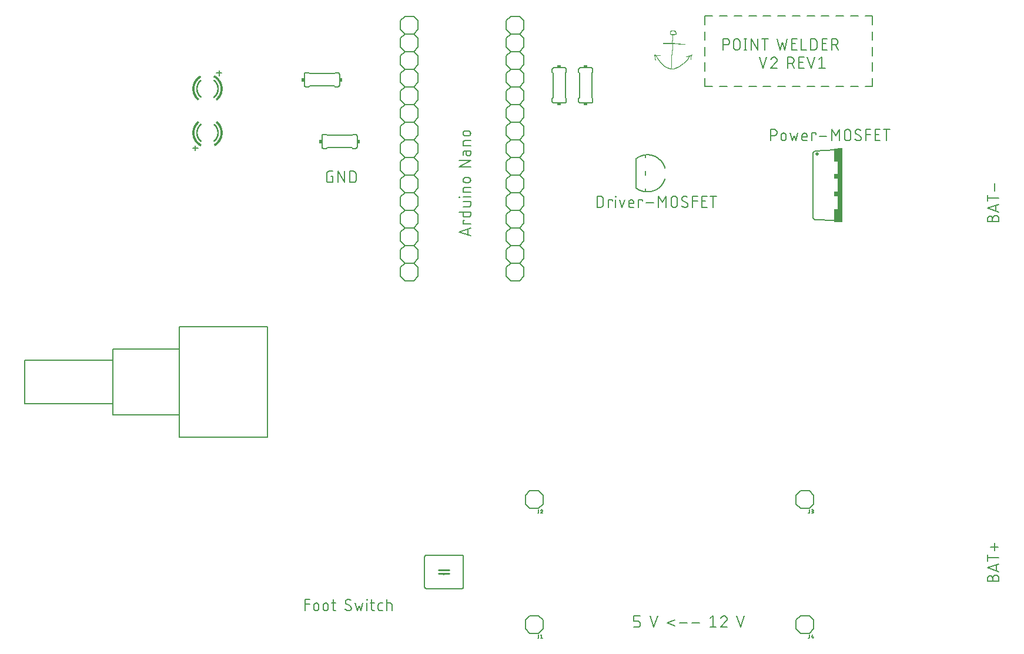
<source format=gbr>
G04 EAGLE Gerber RS-274X export*
G75*
%MOMM*%
%FSLAX34Y34*%
%LPD*%
%INSilkscreen Top*%
%IPPOS*%
%AMOC8*
5,1,8,0,0,1.08239X$1,22.5*%
G01*
%ADD10C,0.152400*%
%ADD11C,0.127000*%
%ADD12R,0.090000X0.010000*%
%ADD13R,0.350000X0.010000*%
%ADD14R,0.470000X0.010000*%
%ADD15R,0.540000X0.010000*%
%ADD16R,0.300000X0.010000*%
%ADD17R,0.280000X0.010000*%
%ADD18R,0.150000X0.010000*%
%ADD19R,0.050000X0.010000*%
%ADD20R,0.180000X0.010000*%
%ADD21R,0.130000X0.010000*%
%ADD22R,0.040000X0.010000*%
%ADD23R,0.140000X0.010000*%
%ADD24R,0.120000X0.010000*%
%ADD25R,0.110000X0.010000*%
%ADD26R,0.100000X0.010000*%
%ADD27R,0.030000X0.010000*%
%ADD28R,0.080000X0.010000*%
%ADD29R,0.070000X0.010000*%
%ADD30R,0.060000X0.010000*%
%ADD31R,0.010000X0.010000*%
%ADD32R,0.160000X0.010000*%
%ADD33R,0.170000X0.010000*%
%ADD34R,0.580000X0.010000*%
%ADD35R,0.630000X0.010000*%
%ADD36R,0.700000X0.010000*%
%ADD37R,0.290000X0.010000*%
%ADD38R,0.210000X0.010000*%
%ADD39R,0.020000X0.010000*%
%ADD40R,0.510000X0.010000*%
%ADD41R,0.690000X0.010000*%
%ADD42R,0.800000X0.010000*%
%ADD43R,0.910000X0.010000*%
%ADD44R,0.460000X0.010000*%
%ADD45R,0.430000X0.010000*%
%ADD46R,0.440000X0.010000*%
%ADD47R,0.500000X0.010000*%
%ADD48R,1.430000X0.010000*%
%ADD49R,1.560000X0.010000*%
%ADD50R,1.750000X0.010000*%
%ADD51R,1.610000X0.010000*%
%ADD52R,0.590000X0.010000*%
%ADD53R,0.320000X0.010000*%
%ADD54R,0.360000X0.010000*%
%ADD55R,0.550000X0.010000*%
%ADD56R,0.240000X0.010000*%
%ADD57R,0.410000X0.010000*%
%ADD58C,0.203200*%
%ADD59C,0.015238*%
%ADD60C,0.025400*%
%ADD61C,0.508000*%
%ADD62R,0.762000X10.668000*%
%ADD63R,0.508000X1.905000*%
%ADD64R,0.508000X0.762000*%
%ADD65R,0.381000X0.508000*%
%ADD66R,0.508000X0.381000*%
%ADD67C,0.254000*%


D10*
X653662Y70162D02*
X659081Y70162D01*
X659199Y70164D01*
X659317Y70170D01*
X659435Y70179D01*
X659552Y70193D01*
X659669Y70210D01*
X659786Y70231D01*
X659901Y70256D01*
X660016Y70285D01*
X660130Y70318D01*
X660242Y70354D01*
X660353Y70394D01*
X660463Y70437D01*
X660572Y70484D01*
X660679Y70534D01*
X660784Y70589D01*
X660887Y70646D01*
X660988Y70707D01*
X661088Y70771D01*
X661185Y70838D01*
X661280Y70908D01*
X661372Y70982D01*
X661463Y71058D01*
X661550Y71138D01*
X661635Y71220D01*
X661717Y71305D01*
X661797Y71392D01*
X661873Y71483D01*
X661947Y71575D01*
X662017Y71670D01*
X662084Y71767D01*
X662148Y71867D01*
X662209Y71968D01*
X662266Y72071D01*
X662321Y72176D01*
X662371Y72283D01*
X662418Y72392D01*
X662461Y72502D01*
X662501Y72613D01*
X662537Y72725D01*
X662570Y72839D01*
X662599Y72954D01*
X662624Y73069D01*
X662645Y73186D01*
X662662Y73303D01*
X662676Y73420D01*
X662685Y73538D01*
X662691Y73656D01*
X662693Y73774D01*
X662693Y75581D01*
X662691Y75699D01*
X662685Y75817D01*
X662676Y75935D01*
X662662Y76052D01*
X662645Y76169D01*
X662624Y76286D01*
X662599Y76401D01*
X662570Y76516D01*
X662537Y76630D01*
X662501Y76742D01*
X662461Y76853D01*
X662418Y76963D01*
X662371Y77072D01*
X662321Y77179D01*
X662266Y77284D01*
X662209Y77387D01*
X662148Y77488D01*
X662084Y77588D01*
X662017Y77685D01*
X661947Y77780D01*
X661873Y77872D01*
X661797Y77963D01*
X661717Y78050D01*
X661635Y78135D01*
X661550Y78217D01*
X661463Y78297D01*
X661372Y78373D01*
X661280Y78447D01*
X661185Y78517D01*
X661088Y78584D01*
X660988Y78648D01*
X660887Y78709D01*
X660784Y78766D01*
X660679Y78821D01*
X660572Y78871D01*
X660463Y78918D01*
X660353Y78961D01*
X660242Y79001D01*
X660130Y79037D01*
X660016Y79070D01*
X659901Y79099D01*
X659786Y79124D01*
X659669Y79145D01*
X659552Y79162D01*
X659435Y79176D01*
X659317Y79185D01*
X659199Y79191D01*
X659081Y79193D01*
X653662Y79193D01*
X653662Y86418D01*
X662693Y86418D01*
X676727Y86418D02*
X682145Y70162D01*
X687564Y86418D01*
X701737Y76484D02*
X712574Y80999D01*
X712574Y71968D02*
X701737Y76484D01*
X719452Y76484D02*
X730289Y76484D01*
X737167Y76484D02*
X748005Y76484D01*
X763080Y82806D02*
X767596Y86418D01*
X767596Y70162D01*
X763080Y70162D02*
X772112Y70162D01*
X787743Y82354D02*
X787741Y82479D01*
X787735Y82604D01*
X787726Y82729D01*
X787712Y82853D01*
X787695Y82977D01*
X787674Y83101D01*
X787649Y83223D01*
X787620Y83345D01*
X787588Y83466D01*
X787552Y83586D01*
X787512Y83705D01*
X787469Y83822D01*
X787422Y83938D01*
X787371Y84053D01*
X787317Y84165D01*
X787259Y84277D01*
X787199Y84386D01*
X787134Y84493D01*
X787067Y84599D01*
X786996Y84702D01*
X786922Y84803D01*
X786845Y84902D01*
X786765Y84998D01*
X786682Y85092D01*
X786597Y85183D01*
X786508Y85272D01*
X786417Y85357D01*
X786323Y85440D01*
X786227Y85520D01*
X786128Y85597D01*
X786027Y85671D01*
X785924Y85742D01*
X785818Y85809D01*
X785711Y85874D01*
X785602Y85934D01*
X785490Y85992D01*
X785378Y86046D01*
X785263Y86097D01*
X785147Y86144D01*
X785030Y86187D01*
X784911Y86227D01*
X784791Y86263D01*
X784670Y86295D01*
X784548Y86324D01*
X784426Y86349D01*
X784302Y86370D01*
X784178Y86387D01*
X784054Y86401D01*
X783929Y86410D01*
X783804Y86416D01*
X783679Y86418D01*
X783536Y86416D01*
X783394Y86410D01*
X783251Y86400D01*
X783109Y86387D01*
X782968Y86369D01*
X782826Y86348D01*
X782686Y86323D01*
X782546Y86294D01*
X782407Y86261D01*
X782269Y86224D01*
X782132Y86184D01*
X781997Y86140D01*
X781862Y86092D01*
X781729Y86040D01*
X781597Y85985D01*
X781467Y85926D01*
X781339Y85864D01*
X781212Y85798D01*
X781087Y85729D01*
X780964Y85657D01*
X780844Y85581D01*
X780725Y85502D01*
X780608Y85419D01*
X780494Y85334D01*
X780382Y85245D01*
X780273Y85154D01*
X780166Y85059D01*
X780061Y84962D01*
X779960Y84861D01*
X779861Y84758D01*
X779765Y84653D01*
X779672Y84544D01*
X779582Y84433D01*
X779495Y84320D01*
X779411Y84205D01*
X779331Y84087D01*
X779253Y83967D01*
X779179Y83845D01*
X779109Y83721D01*
X779041Y83595D01*
X778978Y83467D01*
X778917Y83338D01*
X778860Y83207D01*
X778807Y83075D01*
X778758Y82941D01*
X778712Y82806D01*
X786388Y79193D02*
X786482Y79285D01*
X786572Y79379D01*
X786660Y79476D01*
X786745Y79576D01*
X786827Y79678D01*
X786906Y79783D01*
X786981Y79890D01*
X787053Y79999D01*
X787122Y80110D01*
X787188Y80224D01*
X787250Y80339D01*
X787309Y80456D01*
X787364Y80575D01*
X787415Y80695D01*
X787463Y80817D01*
X787508Y80940D01*
X787548Y81064D01*
X787585Y81190D01*
X787618Y81317D01*
X787647Y81444D01*
X787673Y81573D01*
X787694Y81702D01*
X787712Y81832D01*
X787725Y81962D01*
X787735Y82092D01*
X787741Y82223D01*
X787743Y82354D01*
X786388Y79193D02*
X778712Y70162D01*
X787743Y70162D01*
X807195Y70162D02*
X801776Y86418D01*
X812614Y86418D02*
X807195Y70162D01*
X418338Y634093D02*
X402082Y639512D01*
X418338Y644930D01*
X414274Y643576D02*
X414274Y635448D01*
X418338Y651094D02*
X407501Y651094D01*
X407501Y656513D01*
X409307Y656513D01*
X402082Y668582D02*
X418338Y668582D01*
X418338Y664066D01*
X418336Y663965D01*
X418330Y663864D01*
X418321Y663763D01*
X418308Y663662D01*
X418291Y663562D01*
X418270Y663463D01*
X418246Y663365D01*
X418218Y663268D01*
X418186Y663171D01*
X418151Y663076D01*
X418112Y662983D01*
X418070Y662891D01*
X418024Y662800D01*
X417975Y662712D01*
X417923Y662625D01*
X417867Y662540D01*
X417809Y662457D01*
X417747Y662377D01*
X417682Y662299D01*
X417615Y662223D01*
X417545Y662150D01*
X417472Y662080D01*
X417396Y662013D01*
X417318Y661948D01*
X417238Y661886D01*
X417155Y661828D01*
X417070Y661772D01*
X416984Y661720D01*
X416895Y661671D01*
X416804Y661625D01*
X416712Y661583D01*
X416619Y661544D01*
X416524Y661509D01*
X416427Y661477D01*
X416330Y661449D01*
X416232Y661425D01*
X416133Y661404D01*
X416033Y661387D01*
X415932Y661374D01*
X415831Y661365D01*
X415730Y661359D01*
X415629Y661357D01*
X410210Y661357D01*
X410109Y661359D01*
X410008Y661365D01*
X409907Y661374D01*
X409806Y661387D01*
X409706Y661404D01*
X409607Y661425D01*
X409509Y661449D01*
X409412Y661477D01*
X409315Y661509D01*
X409220Y661544D01*
X409127Y661583D01*
X409035Y661625D01*
X408944Y661671D01*
X408856Y661720D01*
X408769Y661772D01*
X408684Y661828D01*
X408601Y661886D01*
X408521Y661948D01*
X408443Y662013D01*
X408367Y662080D01*
X408294Y662150D01*
X408224Y662223D01*
X408157Y662299D01*
X408092Y662377D01*
X408030Y662457D01*
X407972Y662540D01*
X407916Y662625D01*
X407864Y662712D01*
X407815Y662800D01*
X407769Y662891D01*
X407727Y662983D01*
X407688Y663076D01*
X407653Y663171D01*
X407621Y663268D01*
X407593Y663365D01*
X407569Y663463D01*
X407548Y663562D01*
X407531Y663662D01*
X407518Y663763D01*
X407509Y663864D01*
X407503Y663965D01*
X407501Y664066D01*
X407501Y668582D01*
X407501Y676019D02*
X415629Y676019D01*
X415629Y676020D02*
X415730Y676022D01*
X415831Y676028D01*
X415932Y676037D01*
X416033Y676050D01*
X416133Y676067D01*
X416232Y676088D01*
X416330Y676112D01*
X416427Y676140D01*
X416524Y676172D01*
X416619Y676207D01*
X416712Y676246D01*
X416804Y676288D01*
X416895Y676334D01*
X416984Y676383D01*
X417070Y676435D01*
X417155Y676491D01*
X417238Y676549D01*
X417318Y676611D01*
X417396Y676676D01*
X417472Y676743D01*
X417545Y676813D01*
X417615Y676886D01*
X417682Y676962D01*
X417747Y677040D01*
X417809Y677120D01*
X417867Y677203D01*
X417923Y677288D01*
X417975Y677375D01*
X418024Y677463D01*
X418070Y677554D01*
X418112Y677646D01*
X418151Y677739D01*
X418186Y677834D01*
X418218Y677931D01*
X418246Y678028D01*
X418270Y678126D01*
X418291Y678225D01*
X418308Y678325D01*
X418321Y678426D01*
X418330Y678527D01*
X418336Y678628D01*
X418338Y678729D01*
X418338Y683244D01*
X407501Y683244D01*
X407501Y690052D02*
X418338Y690052D01*
X402985Y689601D02*
X402082Y689601D01*
X402082Y690504D01*
X402985Y690504D01*
X402985Y689601D01*
X407501Y696861D02*
X418338Y696861D01*
X407501Y696861D02*
X407501Y701376D01*
X407503Y701480D01*
X407509Y701583D01*
X407519Y701687D01*
X407533Y701790D01*
X407551Y701892D01*
X407572Y701993D01*
X407598Y702094D01*
X407627Y702193D01*
X407660Y702292D01*
X407697Y702389D01*
X407738Y702484D01*
X407782Y702578D01*
X407830Y702670D01*
X407881Y702760D01*
X407936Y702849D01*
X407994Y702935D01*
X408056Y703018D01*
X408120Y703100D01*
X408188Y703178D01*
X408258Y703254D01*
X408331Y703328D01*
X408408Y703398D01*
X408486Y703466D01*
X408568Y703530D01*
X408651Y703592D01*
X408737Y703650D01*
X408826Y703705D01*
X408916Y703756D01*
X409008Y703804D01*
X409102Y703848D01*
X409197Y703889D01*
X409294Y703926D01*
X409393Y703959D01*
X409492Y703988D01*
X409593Y704014D01*
X409694Y704035D01*
X409796Y704053D01*
X409899Y704067D01*
X410003Y704077D01*
X410106Y704083D01*
X410210Y704085D01*
X410210Y704086D02*
X418338Y704086D01*
X414726Y710929D02*
X411113Y710929D01*
X410994Y710931D01*
X410874Y710937D01*
X410755Y710947D01*
X410637Y710961D01*
X410518Y710978D01*
X410401Y711000D01*
X410284Y711025D01*
X410169Y711055D01*
X410054Y711088D01*
X409940Y711125D01*
X409828Y711165D01*
X409717Y711210D01*
X409608Y711258D01*
X409500Y711309D01*
X409394Y711364D01*
X409290Y711423D01*
X409188Y711485D01*
X409088Y711550D01*
X408990Y711619D01*
X408894Y711691D01*
X408801Y711766D01*
X408711Y711843D01*
X408623Y711924D01*
X408538Y712008D01*
X408456Y712095D01*
X408376Y712184D01*
X408300Y712276D01*
X408226Y712370D01*
X408156Y712467D01*
X408089Y712565D01*
X408025Y712666D01*
X407965Y712770D01*
X407908Y712875D01*
X407855Y712982D01*
X407805Y713090D01*
X407759Y713200D01*
X407717Y713312D01*
X407678Y713425D01*
X407643Y713539D01*
X407612Y713654D01*
X407584Y713771D01*
X407561Y713888D01*
X407541Y714005D01*
X407525Y714124D01*
X407513Y714243D01*
X407505Y714362D01*
X407501Y714481D01*
X407501Y714601D01*
X407505Y714720D01*
X407513Y714839D01*
X407525Y714958D01*
X407541Y715077D01*
X407561Y715194D01*
X407584Y715311D01*
X407612Y715428D01*
X407643Y715543D01*
X407678Y715657D01*
X407717Y715770D01*
X407759Y715882D01*
X407805Y715992D01*
X407855Y716100D01*
X407908Y716207D01*
X407965Y716312D01*
X408025Y716416D01*
X408089Y716517D01*
X408156Y716615D01*
X408226Y716712D01*
X408300Y716806D01*
X408376Y716898D01*
X408456Y716987D01*
X408538Y717074D01*
X408623Y717158D01*
X408711Y717239D01*
X408801Y717316D01*
X408894Y717391D01*
X408990Y717463D01*
X409088Y717532D01*
X409188Y717597D01*
X409290Y717659D01*
X409394Y717718D01*
X409500Y717773D01*
X409608Y717824D01*
X409717Y717872D01*
X409828Y717917D01*
X409940Y717957D01*
X410054Y717994D01*
X410169Y718027D01*
X410284Y718057D01*
X410401Y718082D01*
X410518Y718104D01*
X410637Y718121D01*
X410755Y718135D01*
X410874Y718145D01*
X410994Y718151D01*
X411113Y718153D01*
X411113Y718154D02*
X414726Y718154D01*
X414726Y718153D02*
X414845Y718151D01*
X414965Y718145D01*
X415084Y718135D01*
X415202Y718121D01*
X415321Y718104D01*
X415438Y718082D01*
X415555Y718057D01*
X415670Y718027D01*
X415785Y717994D01*
X415899Y717957D01*
X416011Y717917D01*
X416122Y717872D01*
X416231Y717824D01*
X416339Y717773D01*
X416445Y717718D01*
X416549Y717659D01*
X416651Y717597D01*
X416751Y717532D01*
X416849Y717463D01*
X416945Y717391D01*
X417038Y717316D01*
X417128Y717239D01*
X417216Y717158D01*
X417301Y717074D01*
X417383Y716987D01*
X417463Y716898D01*
X417539Y716806D01*
X417613Y716712D01*
X417683Y716615D01*
X417750Y716517D01*
X417814Y716416D01*
X417874Y716312D01*
X417931Y716207D01*
X417984Y716100D01*
X418034Y715992D01*
X418080Y715882D01*
X418122Y715770D01*
X418161Y715657D01*
X418196Y715543D01*
X418227Y715428D01*
X418255Y715311D01*
X418278Y715194D01*
X418298Y715077D01*
X418314Y714958D01*
X418326Y714839D01*
X418334Y714720D01*
X418338Y714601D01*
X418338Y714481D01*
X418334Y714362D01*
X418326Y714243D01*
X418314Y714124D01*
X418298Y714005D01*
X418278Y713888D01*
X418255Y713771D01*
X418227Y713654D01*
X418196Y713539D01*
X418161Y713425D01*
X418122Y713312D01*
X418080Y713200D01*
X418034Y713090D01*
X417984Y712982D01*
X417931Y712875D01*
X417874Y712770D01*
X417814Y712666D01*
X417750Y712565D01*
X417683Y712467D01*
X417613Y712370D01*
X417539Y712276D01*
X417463Y712184D01*
X417383Y712095D01*
X417301Y712008D01*
X417216Y711924D01*
X417128Y711843D01*
X417038Y711766D01*
X416945Y711691D01*
X416849Y711619D01*
X416751Y711550D01*
X416651Y711485D01*
X416549Y711423D01*
X416445Y711364D01*
X416339Y711309D01*
X416231Y711258D01*
X416122Y711210D01*
X416011Y711165D01*
X415899Y711125D01*
X415785Y711088D01*
X415670Y711055D01*
X415555Y711025D01*
X415438Y711000D01*
X415321Y710978D01*
X415202Y710961D01*
X415084Y710947D01*
X414965Y710937D01*
X414845Y710931D01*
X414726Y710929D01*
X418338Y733473D02*
X402082Y733473D01*
X418338Y742504D01*
X402082Y742504D01*
X412016Y752574D02*
X412016Y756638D01*
X412016Y752574D02*
X412018Y752462D01*
X412024Y752351D01*
X412034Y752240D01*
X412047Y752129D01*
X412065Y752019D01*
X412087Y751910D01*
X412112Y751801D01*
X412141Y751693D01*
X412174Y751587D01*
X412211Y751481D01*
X412251Y751377D01*
X412295Y751275D01*
X412343Y751174D01*
X412394Y751075D01*
X412449Y750977D01*
X412507Y750882D01*
X412568Y750789D01*
X412633Y750698D01*
X412701Y750609D01*
X412772Y750523D01*
X412845Y750440D01*
X412922Y750359D01*
X413002Y750280D01*
X413084Y750205D01*
X413169Y750133D01*
X413256Y750063D01*
X413346Y749997D01*
X413438Y749934D01*
X413533Y749874D01*
X413629Y749818D01*
X413727Y749765D01*
X413827Y749716D01*
X413929Y749670D01*
X414032Y749628D01*
X414137Y749589D01*
X414243Y749554D01*
X414350Y749523D01*
X414458Y749496D01*
X414567Y749472D01*
X414677Y749453D01*
X414787Y749437D01*
X414898Y749425D01*
X415010Y749417D01*
X415121Y749413D01*
X415233Y749413D01*
X415344Y749417D01*
X415456Y749425D01*
X415567Y749437D01*
X415677Y749453D01*
X415787Y749472D01*
X415896Y749496D01*
X416004Y749523D01*
X416111Y749554D01*
X416217Y749589D01*
X416322Y749628D01*
X416425Y749670D01*
X416527Y749716D01*
X416627Y749765D01*
X416725Y749818D01*
X416821Y749874D01*
X416916Y749934D01*
X417008Y749997D01*
X417098Y750063D01*
X417185Y750133D01*
X417270Y750205D01*
X417352Y750280D01*
X417432Y750359D01*
X417509Y750440D01*
X417582Y750523D01*
X417653Y750609D01*
X417721Y750698D01*
X417786Y750789D01*
X417847Y750882D01*
X417905Y750977D01*
X417960Y751075D01*
X418011Y751174D01*
X418059Y751275D01*
X418103Y751377D01*
X418143Y751481D01*
X418180Y751587D01*
X418213Y751693D01*
X418242Y751801D01*
X418267Y751910D01*
X418289Y752019D01*
X418307Y752129D01*
X418320Y752240D01*
X418330Y752351D01*
X418336Y752462D01*
X418338Y752574D01*
X418338Y756638D01*
X410210Y756638D01*
X410210Y756637D02*
X410109Y756635D01*
X410008Y756629D01*
X409907Y756620D01*
X409806Y756607D01*
X409706Y756590D01*
X409607Y756569D01*
X409509Y756545D01*
X409412Y756517D01*
X409315Y756485D01*
X409220Y756450D01*
X409127Y756411D01*
X409035Y756369D01*
X408944Y756323D01*
X408856Y756274D01*
X408769Y756222D01*
X408684Y756166D01*
X408601Y756108D01*
X408521Y756046D01*
X408443Y755981D01*
X408367Y755914D01*
X408294Y755844D01*
X408224Y755771D01*
X408157Y755695D01*
X408092Y755617D01*
X408030Y755537D01*
X407972Y755454D01*
X407916Y755369D01*
X407864Y755283D01*
X407815Y755194D01*
X407769Y755103D01*
X407727Y755011D01*
X407688Y754918D01*
X407653Y754823D01*
X407621Y754726D01*
X407593Y754629D01*
X407569Y754531D01*
X407548Y754432D01*
X407531Y754332D01*
X407518Y754231D01*
X407509Y754130D01*
X407503Y754029D01*
X407501Y753928D01*
X407501Y750316D01*
X407501Y764075D02*
X418338Y764075D01*
X407501Y764075D02*
X407501Y768591D01*
X407503Y768695D01*
X407509Y768798D01*
X407519Y768902D01*
X407533Y769005D01*
X407551Y769107D01*
X407572Y769208D01*
X407598Y769309D01*
X407627Y769408D01*
X407660Y769507D01*
X407697Y769604D01*
X407738Y769699D01*
X407782Y769793D01*
X407830Y769885D01*
X407881Y769975D01*
X407936Y770064D01*
X407994Y770150D01*
X408056Y770233D01*
X408120Y770315D01*
X408188Y770393D01*
X408258Y770469D01*
X408331Y770543D01*
X408408Y770613D01*
X408486Y770681D01*
X408568Y770745D01*
X408651Y770807D01*
X408737Y770865D01*
X408826Y770920D01*
X408916Y770971D01*
X409008Y771019D01*
X409102Y771063D01*
X409197Y771104D01*
X409294Y771141D01*
X409393Y771174D01*
X409492Y771203D01*
X409593Y771229D01*
X409694Y771250D01*
X409796Y771268D01*
X409899Y771282D01*
X410003Y771292D01*
X410106Y771298D01*
X410210Y771300D01*
X418338Y771300D01*
X414726Y778143D02*
X411113Y778143D01*
X411113Y778144D02*
X410994Y778146D01*
X410874Y778152D01*
X410755Y778162D01*
X410637Y778176D01*
X410518Y778193D01*
X410401Y778215D01*
X410284Y778240D01*
X410169Y778270D01*
X410054Y778303D01*
X409940Y778340D01*
X409828Y778380D01*
X409717Y778425D01*
X409608Y778473D01*
X409500Y778524D01*
X409394Y778579D01*
X409290Y778638D01*
X409188Y778700D01*
X409088Y778765D01*
X408990Y778834D01*
X408894Y778906D01*
X408801Y778981D01*
X408711Y779058D01*
X408623Y779139D01*
X408538Y779223D01*
X408456Y779310D01*
X408376Y779399D01*
X408300Y779491D01*
X408226Y779585D01*
X408156Y779682D01*
X408089Y779780D01*
X408025Y779881D01*
X407965Y779985D01*
X407908Y780090D01*
X407855Y780197D01*
X407805Y780305D01*
X407759Y780415D01*
X407717Y780527D01*
X407678Y780640D01*
X407643Y780754D01*
X407612Y780869D01*
X407584Y780986D01*
X407561Y781103D01*
X407541Y781220D01*
X407525Y781339D01*
X407513Y781458D01*
X407505Y781577D01*
X407501Y781696D01*
X407501Y781816D01*
X407505Y781935D01*
X407513Y782054D01*
X407525Y782173D01*
X407541Y782292D01*
X407561Y782409D01*
X407584Y782526D01*
X407612Y782643D01*
X407643Y782758D01*
X407678Y782872D01*
X407717Y782985D01*
X407759Y783097D01*
X407805Y783207D01*
X407855Y783315D01*
X407908Y783422D01*
X407965Y783527D01*
X408025Y783631D01*
X408089Y783732D01*
X408156Y783830D01*
X408226Y783927D01*
X408300Y784021D01*
X408376Y784113D01*
X408456Y784202D01*
X408538Y784289D01*
X408623Y784373D01*
X408711Y784454D01*
X408801Y784531D01*
X408894Y784606D01*
X408990Y784678D01*
X409088Y784747D01*
X409188Y784812D01*
X409290Y784874D01*
X409394Y784933D01*
X409500Y784988D01*
X409608Y785039D01*
X409717Y785087D01*
X409828Y785132D01*
X409940Y785172D01*
X410054Y785209D01*
X410169Y785242D01*
X410284Y785272D01*
X410401Y785297D01*
X410518Y785319D01*
X410637Y785336D01*
X410755Y785350D01*
X410874Y785360D01*
X410994Y785366D01*
X411113Y785368D01*
X414726Y785368D01*
X414845Y785366D01*
X414965Y785360D01*
X415084Y785350D01*
X415202Y785336D01*
X415321Y785319D01*
X415438Y785297D01*
X415555Y785272D01*
X415670Y785242D01*
X415785Y785209D01*
X415899Y785172D01*
X416011Y785132D01*
X416122Y785087D01*
X416231Y785039D01*
X416339Y784988D01*
X416445Y784933D01*
X416549Y784874D01*
X416651Y784812D01*
X416751Y784747D01*
X416849Y784678D01*
X416945Y784606D01*
X417038Y784531D01*
X417128Y784454D01*
X417216Y784373D01*
X417301Y784289D01*
X417383Y784202D01*
X417463Y784113D01*
X417539Y784021D01*
X417613Y783927D01*
X417683Y783830D01*
X417750Y783732D01*
X417814Y783631D01*
X417874Y783527D01*
X417931Y783422D01*
X417984Y783315D01*
X418034Y783207D01*
X418080Y783097D01*
X418122Y782985D01*
X418161Y782872D01*
X418196Y782758D01*
X418227Y782643D01*
X418255Y782526D01*
X418278Y782409D01*
X418298Y782292D01*
X418314Y782173D01*
X418326Y782054D01*
X418334Y781935D01*
X418338Y781816D01*
X418338Y781696D01*
X418334Y781577D01*
X418326Y781458D01*
X418314Y781339D01*
X418298Y781220D01*
X418278Y781103D01*
X418255Y780986D01*
X418227Y780869D01*
X418196Y780754D01*
X418161Y780640D01*
X418122Y780527D01*
X418080Y780415D01*
X418034Y780305D01*
X417984Y780197D01*
X417931Y780090D01*
X417874Y779985D01*
X417814Y779881D01*
X417750Y779780D01*
X417683Y779682D01*
X417613Y779585D01*
X417539Y779491D01*
X417463Y779399D01*
X417383Y779310D01*
X417301Y779223D01*
X417216Y779139D01*
X417128Y779058D01*
X417038Y778981D01*
X416945Y778906D01*
X416849Y778834D01*
X416751Y778765D01*
X416651Y778700D01*
X416549Y778638D01*
X416445Y778579D01*
X416339Y778524D01*
X416231Y778473D01*
X416122Y778425D01*
X416011Y778380D01*
X415899Y778340D01*
X415785Y778303D01*
X415670Y778270D01*
X415555Y778240D01*
X415438Y778215D01*
X415321Y778193D01*
X415202Y778176D01*
X415084Y778162D01*
X414965Y778152D01*
X414845Y778146D01*
X414726Y778144D01*
X179736Y110348D02*
X179736Y94092D01*
X179736Y110348D02*
X186961Y110348D01*
X186961Y103123D02*
X179736Y103123D01*
X192593Y101317D02*
X192593Y97704D01*
X192593Y101317D02*
X192595Y101436D01*
X192601Y101556D01*
X192611Y101675D01*
X192625Y101793D01*
X192642Y101912D01*
X192664Y102029D01*
X192689Y102146D01*
X192719Y102261D01*
X192752Y102376D01*
X192789Y102490D01*
X192829Y102602D01*
X192874Y102713D01*
X192922Y102822D01*
X192973Y102930D01*
X193028Y103036D01*
X193087Y103140D01*
X193149Y103242D01*
X193214Y103342D01*
X193283Y103440D01*
X193355Y103536D01*
X193430Y103629D01*
X193507Y103719D01*
X193588Y103807D01*
X193672Y103892D01*
X193759Y103974D01*
X193848Y104054D01*
X193940Y104130D01*
X194034Y104204D01*
X194131Y104274D01*
X194229Y104341D01*
X194330Y104405D01*
X194434Y104465D01*
X194539Y104522D01*
X194646Y104575D01*
X194754Y104625D01*
X194864Y104671D01*
X194976Y104713D01*
X195089Y104752D01*
X195203Y104787D01*
X195318Y104818D01*
X195435Y104846D01*
X195552Y104869D01*
X195669Y104889D01*
X195788Y104905D01*
X195907Y104917D01*
X196026Y104925D01*
X196145Y104929D01*
X196265Y104929D01*
X196384Y104925D01*
X196503Y104917D01*
X196622Y104905D01*
X196741Y104889D01*
X196858Y104869D01*
X196975Y104846D01*
X197092Y104818D01*
X197207Y104787D01*
X197321Y104752D01*
X197434Y104713D01*
X197546Y104671D01*
X197656Y104625D01*
X197764Y104575D01*
X197871Y104522D01*
X197976Y104465D01*
X198080Y104405D01*
X198181Y104341D01*
X198279Y104274D01*
X198376Y104204D01*
X198470Y104130D01*
X198562Y104054D01*
X198651Y103974D01*
X198738Y103892D01*
X198822Y103807D01*
X198903Y103719D01*
X198980Y103629D01*
X199055Y103536D01*
X199127Y103440D01*
X199196Y103342D01*
X199261Y103242D01*
X199323Y103140D01*
X199382Y103036D01*
X199437Y102930D01*
X199488Y102822D01*
X199536Y102713D01*
X199581Y102602D01*
X199621Y102490D01*
X199658Y102376D01*
X199691Y102261D01*
X199721Y102146D01*
X199746Y102029D01*
X199768Y101912D01*
X199785Y101793D01*
X199799Y101675D01*
X199809Y101556D01*
X199815Y101436D01*
X199817Y101317D01*
X199818Y101317D02*
X199818Y97704D01*
X199817Y97704D02*
X199815Y97585D01*
X199809Y97465D01*
X199799Y97346D01*
X199785Y97228D01*
X199768Y97109D01*
X199746Y96992D01*
X199721Y96875D01*
X199691Y96760D01*
X199658Y96645D01*
X199621Y96531D01*
X199581Y96419D01*
X199536Y96308D01*
X199488Y96199D01*
X199437Y96091D01*
X199382Y95985D01*
X199323Y95881D01*
X199261Y95779D01*
X199196Y95679D01*
X199127Y95581D01*
X199055Y95485D01*
X198980Y95392D01*
X198903Y95302D01*
X198822Y95214D01*
X198738Y95129D01*
X198651Y95047D01*
X198562Y94967D01*
X198470Y94891D01*
X198376Y94817D01*
X198279Y94747D01*
X198181Y94680D01*
X198080Y94616D01*
X197976Y94556D01*
X197871Y94499D01*
X197764Y94446D01*
X197656Y94396D01*
X197546Y94350D01*
X197434Y94308D01*
X197321Y94269D01*
X197207Y94234D01*
X197092Y94203D01*
X196975Y94175D01*
X196858Y94152D01*
X196741Y94132D01*
X196622Y94116D01*
X196503Y94104D01*
X196384Y94096D01*
X196265Y94092D01*
X196145Y94092D01*
X196026Y94096D01*
X195907Y94104D01*
X195788Y94116D01*
X195669Y94132D01*
X195552Y94152D01*
X195435Y94175D01*
X195318Y94203D01*
X195203Y94234D01*
X195089Y94269D01*
X194976Y94308D01*
X194864Y94350D01*
X194754Y94396D01*
X194646Y94446D01*
X194539Y94499D01*
X194434Y94556D01*
X194330Y94616D01*
X194229Y94680D01*
X194131Y94747D01*
X194034Y94817D01*
X193940Y94891D01*
X193848Y94967D01*
X193759Y95047D01*
X193672Y95129D01*
X193588Y95214D01*
X193507Y95302D01*
X193430Y95392D01*
X193355Y95485D01*
X193283Y95581D01*
X193214Y95679D01*
X193149Y95779D01*
X193087Y95881D01*
X193028Y95985D01*
X192973Y96091D01*
X192922Y96199D01*
X192874Y96308D01*
X192829Y96419D01*
X192789Y96531D01*
X192752Y96645D01*
X192719Y96760D01*
X192689Y96875D01*
X192664Y96992D01*
X192642Y97109D01*
X192625Y97228D01*
X192611Y97346D01*
X192601Y97465D01*
X192595Y97585D01*
X192593Y97704D01*
X206140Y97704D02*
X206140Y101317D01*
X206142Y101436D01*
X206148Y101556D01*
X206158Y101675D01*
X206172Y101793D01*
X206189Y101912D01*
X206211Y102029D01*
X206236Y102146D01*
X206266Y102261D01*
X206299Y102376D01*
X206336Y102490D01*
X206376Y102602D01*
X206421Y102713D01*
X206469Y102822D01*
X206520Y102930D01*
X206575Y103036D01*
X206634Y103140D01*
X206696Y103242D01*
X206761Y103342D01*
X206830Y103440D01*
X206902Y103536D01*
X206977Y103629D01*
X207054Y103719D01*
X207135Y103807D01*
X207219Y103892D01*
X207306Y103974D01*
X207395Y104054D01*
X207487Y104130D01*
X207581Y104204D01*
X207678Y104274D01*
X207776Y104341D01*
X207877Y104405D01*
X207981Y104465D01*
X208086Y104522D01*
X208193Y104575D01*
X208301Y104625D01*
X208411Y104671D01*
X208523Y104713D01*
X208636Y104752D01*
X208750Y104787D01*
X208865Y104818D01*
X208982Y104846D01*
X209099Y104869D01*
X209216Y104889D01*
X209335Y104905D01*
X209454Y104917D01*
X209573Y104925D01*
X209692Y104929D01*
X209812Y104929D01*
X209931Y104925D01*
X210050Y104917D01*
X210169Y104905D01*
X210288Y104889D01*
X210405Y104869D01*
X210522Y104846D01*
X210639Y104818D01*
X210754Y104787D01*
X210868Y104752D01*
X210981Y104713D01*
X211093Y104671D01*
X211203Y104625D01*
X211311Y104575D01*
X211418Y104522D01*
X211523Y104465D01*
X211627Y104405D01*
X211728Y104341D01*
X211826Y104274D01*
X211923Y104204D01*
X212017Y104130D01*
X212109Y104054D01*
X212198Y103974D01*
X212285Y103892D01*
X212369Y103807D01*
X212450Y103719D01*
X212527Y103629D01*
X212602Y103536D01*
X212674Y103440D01*
X212743Y103342D01*
X212808Y103242D01*
X212870Y103140D01*
X212929Y103036D01*
X212984Y102930D01*
X213035Y102822D01*
X213083Y102713D01*
X213128Y102602D01*
X213168Y102490D01*
X213205Y102376D01*
X213238Y102261D01*
X213268Y102146D01*
X213293Y102029D01*
X213315Y101912D01*
X213332Y101793D01*
X213346Y101675D01*
X213356Y101556D01*
X213362Y101436D01*
X213364Y101317D01*
X213365Y101317D02*
X213365Y97704D01*
X213364Y97704D02*
X213362Y97585D01*
X213356Y97465D01*
X213346Y97346D01*
X213332Y97228D01*
X213315Y97109D01*
X213293Y96992D01*
X213268Y96875D01*
X213238Y96760D01*
X213205Y96645D01*
X213168Y96531D01*
X213128Y96419D01*
X213083Y96308D01*
X213035Y96199D01*
X212984Y96091D01*
X212929Y95985D01*
X212870Y95881D01*
X212808Y95779D01*
X212743Y95679D01*
X212674Y95581D01*
X212602Y95485D01*
X212527Y95392D01*
X212450Y95302D01*
X212369Y95214D01*
X212285Y95129D01*
X212198Y95047D01*
X212109Y94967D01*
X212017Y94891D01*
X211923Y94817D01*
X211826Y94747D01*
X211728Y94680D01*
X211627Y94616D01*
X211523Y94556D01*
X211418Y94499D01*
X211311Y94446D01*
X211203Y94396D01*
X211093Y94350D01*
X210981Y94308D01*
X210868Y94269D01*
X210754Y94234D01*
X210639Y94203D01*
X210522Y94175D01*
X210405Y94152D01*
X210288Y94132D01*
X210169Y94116D01*
X210050Y94104D01*
X209931Y94096D01*
X209812Y94092D01*
X209692Y94092D01*
X209573Y94096D01*
X209454Y94104D01*
X209335Y94116D01*
X209216Y94132D01*
X209099Y94152D01*
X208982Y94175D01*
X208865Y94203D01*
X208750Y94234D01*
X208636Y94269D01*
X208523Y94308D01*
X208411Y94350D01*
X208301Y94396D01*
X208193Y94446D01*
X208086Y94499D01*
X207981Y94556D01*
X207877Y94616D01*
X207776Y94680D01*
X207678Y94747D01*
X207581Y94817D01*
X207487Y94891D01*
X207395Y94967D01*
X207306Y95047D01*
X207219Y95129D01*
X207135Y95214D01*
X207054Y95302D01*
X206977Y95392D01*
X206902Y95485D01*
X206830Y95581D01*
X206761Y95679D01*
X206696Y95779D01*
X206634Y95881D01*
X206575Y95985D01*
X206520Y96091D01*
X206469Y96199D01*
X206421Y96308D01*
X206376Y96419D01*
X206336Y96531D01*
X206299Y96645D01*
X206266Y96760D01*
X206236Y96875D01*
X206211Y96992D01*
X206189Y97109D01*
X206172Y97228D01*
X206158Y97346D01*
X206148Y97465D01*
X206142Y97585D01*
X206140Y97704D01*
X218390Y104929D02*
X223808Y104929D01*
X220196Y110348D02*
X220196Y96801D01*
X220198Y96700D01*
X220204Y96599D01*
X220213Y96498D01*
X220226Y96397D01*
X220243Y96297D01*
X220264Y96198D01*
X220288Y96100D01*
X220316Y96003D01*
X220348Y95906D01*
X220383Y95811D01*
X220422Y95718D01*
X220464Y95626D01*
X220510Y95535D01*
X220559Y95447D01*
X220611Y95360D01*
X220667Y95275D01*
X220725Y95192D01*
X220787Y95112D01*
X220852Y95034D01*
X220919Y94958D01*
X220989Y94885D01*
X221062Y94815D01*
X221138Y94748D01*
X221216Y94683D01*
X221296Y94621D01*
X221379Y94563D01*
X221464Y94507D01*
X221551Y94455D01*
X221639Y94406D01*
X221730Y94360D01*
X221822Y94318D01*
X221915Y94279D01*
X222010Y94244D01*
X222107Y94212D01*
X222204Y94184D01*
X222302Y94160D01*
X222401Y94139D01*
X222501Y94122D01*
X222602Y94109D01*
X222703Y94100D01*
X222804Y94094D01*
X222905Y94092D01*
X223808Y94092D01*
X242960Y94092D02*
X243078Y94094D01*
X243196Y94100D01*
X243314Y94109D01*
X243431Y94123D01*
X243548Y94140D01*
X243665Y94161D01*
X243780Y94186D01*
X243895Y94215D01*
X244009Y94248D01*
X244121Y94284D01*
X244232Y94324D01*
X244342Y94367D01*
X244451Y94414D01*
X244558Y94464D01*
X244663Y94519D01*
X244766Y94576D01*
X244867Y94637D01*
X244967Y94701D01*
X245064Y94768D01*
X245159Y94838D01*
X245251Y94912D01*
X245342Y94988D01*
X245429Y95068D01*
X245514Y95150D01*
X245596Y95235D01*
X245676Y95322D01*
X245752Y95413D01*
X245826Y95505D01*
X245896Y95600D01*
X245963Y95697D01*
X246027Y95797D01*
X246088Y95898D01*
X246145Y96001D01*
X246200Y96106D01*
X246250Y96213D01*
X246297Y96322D01*
X246340Y96432D01*
X246380Y96543D01*
X246416Y96655D01*
X246449Y96769D01*
X246478Y96884D01*
X246503Y96999D01*
X246524Y97116D01*
X246541Y97233D01*
X246555Y97350D01*
X246564Y97468D01*
X246570Y97586D01*
X246572Y97704D01*
X242960Y94092D02*
X242777Y94094D01*
X242595Y94101D01*
X242413Y94112D01*
X242231Y94127D01*
X242049Y94147D01*
X241868Y94170D01*
X241688Y94199D01*
X241508Y94231D01*
X241329Y94268D01*
X241152Y94309D01*
X240975Y94355D01*
X240799Y94404D01*
X240625Y94458D01*
X240451Y94516D01*
X240280Y94578D01*
X240110Y94644D01*
X239941Y94715D01*
X239774Y94789D01*
X239609Y94867D01*
X239446Y94949D01*
X239285Y95035D01*
X239126Y95125D01*
X238969Y95219D01*
X238815Y95316D01*
X238663Y95417D01*
X238513Y95522D01*
X238366Y95630D01*
X238222Y95741D01*
X238080Y95856D01*
X237941Y95975D01*
X237805Y96097D01*
X237672Y96222D01*
X237542Y96350D01*
X237993Y106736D02*
X237995Y106854D01*
X238001Y106972D01*
X238010Y107090D01*
X238024Y107207D01*
X238041Y107324D01*
X238062Y107441D01*
X238087Y107556D01*
X238116Y107671D01*
X238149Y107785D01*
X238185Y107897D01*
X238225Y108008D01*
X238268Y108118D01*
X238315Y108227D01*
X238365Y108334D01*
X238420Y108439D01*
X238477Y108542D01*
X238538Y108643D01*
X238602Y108743D01*
X238669Y108840D01*
X238739Y108935D01*
X238813Y109027D01*
X238889Y109118D01*
X238969Y109205D01*
X239051Y109290D01*
X239136Y109372D01*
X239223Y109452D01*
X239314Y109528D01*
X239406Y109602D01*
X239501Y109672D01*
X239598Y109739D01*
X239698Y109803D01*
X239799Y109864D01*
X239902Y109922D01*
X240007Y109976D01*
X240114Y110026D01*
X240223Y110073D01*
X240333Y110117D01*
X240444Y110156D01*
X240557Y110192D01*
X240670Y110225D01*
X240785Y110254D01*
X240900Y110279D01*
X241017Y110300D01*
X241134Y110317D01*
X241251Y110331D01*
X241369Y110340D01*
X241487Y110346D01*
X241605Y110348D01*
X241766Y110346D01*
X241928Y110340D01*
X242089Y110331D01*
X242250Y110317D01*
X242410Y110300D01*
X242570Y110279D01*
X242730Y110254D01*
X242889Y110225D01*
X243047Y110193D01*
X243204Y110157D01*
X243360Y110117D01*
X243516Y110073D01*
X243670Y110025D01*
X243823Y109974D01*
X243975Y109920D01*
X244126Y109861D01*
X244275Y109800D01*
X244422Y109734D01*
X244568Y109665D01*
X244713Y109593D01*
X244855Y109517D01*
X244996Y109438D01*
X245135Y109356D01*
X245271Y109270D01*
X245406Y109181D01*
X245539Y109089D01*
X245669Y108993D01*
X239799Y103575D02*
X239698Y103637D01*
X239598Y103702D01*
X239501Y103771D01*
X239406Y103843D01*
X239313Y103917D01*
X239223Y103995D01*
X239135Y104076D01*
X239050Y104159D01*
X238968Y104245D01*
X238889Y104334D01*
X238812Y104425D01*
X238739Y104519D01*
X238668Y104615D01*
X238601Y104713D01*
X238537Y104813D01*
X238476Y104916D01*
X238419Y105020D01*
X238365Y105126D01*
X238315Y105234D01*
X238268Y105343D01*
X238224Y105454D01*
X238184Y105566D01*
X238148Y105680D01*
X238116Y105794D01*
X238087Y105910D01*
X238062Y106026D01*
X238041Y106143D01*
X238024Y106261D01*
X238010Y106379D01*
X238001Y106498D01*
X237995Y106617D01*
X237993Y106736D01*
X244767Y100865D02*
X244868Y100803D01*
X244968Y100738D01*
X245065Y100669D01*
X245160Y100597D01*
X245253Y100523D01*
X245343Y100445D01*
X245431Y100364D01*
X245516Y100281D01*
X245598Y100195D01*
X245677Y100106D01*
X245754Y100015D01*
X245827Y99921D01*
X245898Y99825D01*
X245965Y99727D01*
X246029Y99627D01*
X246090Y99524D01*
X246147Y99420D01*
X246201Y99314D01*
X246251Y99206D01*
X246298Y99097D01*
X246342Y98986D01*
X246382Y98874D01*
X246418Y98760D01*
X246450Y98646D01*
X246479Y98530D01*
X246504Y98414D01*
X246525Y98297D01*
X246542Y98179D01*
X246556Y98061D01*
X246565Y97942D01*
X246571Y97823D01*
X246573Y97704D01*
X244766Y100865D02*
X239799Y103575D01*
X252270Y104929D02*
X254979Y94092D01*
X257688Y101317D01*
X260398Y94092D01*
X263107Y104929D01*
X269151Y104929D02*
X269151Y94092D01*
X268700Y109445D02*
X268700Y110348D01*
X269603Y110348D01*
X269603Y109445D01*
X268700Y109445D01*
X274141Y104929D02*
X279560Y104929D01*
X275947Y110348D02*
X275947Y96801D01*
X275948Y96801D02*
X275950Y96700D01*
X275956Y96599D01*
X275965Y96498D01*
X275978Y96397D01*
X275995Y96297D01*
X276016Y96198D01*
X276040Y96100D01*
X276068Y96003D01*
X276100Y95906D01*
X276135Y95811D01*
X276174Y95718D01*
X276216Y95626D01*
X276262Y95535D01*
X276311Y95447D01*
X276363Y95360D01*
X276419Y95275D01*
X276477Y95192D01*
X276539Y95112D01*
X276604Y95034D01*
X276671Y94958D01*
X276741Y94885D01*
X276814Y94815D01*
X276890Y94748D01*
X276968Y94683D01*
X277048Y94621D01*
X277131Y94563D01*
X277216Y94507D01*
X277303Y94455D01*
X277391Y94406D01*
X277482Y94360D01*
X277574Y94318D01*
X277667Y94279D01*
X277762Y94244D01*
X277859Y94212D01*
X277956Y94184D01*
X278054Y94160D01*
X278153Y94139D01*
X278253Y94122D01*
X278354Y94109D01*
X278455Y94100D01*
X278556Y94094D01*
X278657Y94092D01*
X279560Y94092D01*
X288065Y94092D02*
X291677Y94092D01*
X288065Y94092D02*
X287964Y94094D01*
X287863Y94100D01*
X287762Y94109D01*
X287661Y94122D01*
X287561Y94139D01*
X287462Y94160D01*
X287364Y94184D01*
X287267Y94212D01*
X287170Y94244D01*
X287075Y94279D01*
X286982Y94318D01*
X286890Y94360D01*
X286799Y94406D01*
X286711Y94455D01*
X286624Y94507D01*
X286539Y94563D01*
X286456Y94621D01*
X286376Y94683D01*
X286298Y94748D01*
X286222Y94815D01*
X286149Y94885D01*
X286079Y94958D01*
X286012Y95034D01*
X285947Y95112D01*
X285885Y95192D01*
X285827Y95275D01*
X285771Y95360D01*
X285719Y95447D01*
X285670Y95535D01*
X285624Y95626D01*
X285582Y95718D01*
X285543Y95811D01*
X285508Y95906D01*
X285476Y96003D01*
X285448Y96100D01*
X285424Y96198D01*
X285403Y96297D01*
X285386Y96397D01*
X285373Y96498D01*
X285364Y96599D01*
X285358Y96700D01*
X285356Y96801D01*
X285356Y102220D01*
X285358Y102321D01*
X285364Y102422D01*
X285373Y102523D01*
X285386Y102624D01*
X285403Y102724D01*
X285424Y102823D01*
X285448Y102921D01*
X285476Y103018D01*
X285508Y103115D01*
X285543Y103210D01*
X285582Y103303D01*
X285624Y103395D01*
X285670Y103486D01*
X285719Y103575D01*
X285771Y103661D01*
X285827Y103746D01*
X285885Y103829D01*
X285947Y103909D01*
X286012Y103987D01*
X286079Y104063D01*
X286149Y104136D01*
X286222Y104206D01*
X286298Y104273D01*
X286376Y104338D01*
X286456Y104400D01*
X286539Y104458D01*
X286624Y104514D01*
X286711Y104566D01*
X286799Y104615D01*
X286890Y104661D01*
X286982Y104703D01*
X287075Y104742D01*
X287170Y104777D01*
X287267Y104809D01*
X287364Y104837D01*
X287462Y104861D01*
X287561Y104882D01*
X287661Y104899D01*
X287762Y104912D01*
X287863Y104921D01*
X287964Y104927D01*
X288065Y104929D01*
X291677Y104929D01*
X297843Y110348D02*
X297843Y94092D01*
X297843Y104929D02*
X302359Y104929D01*
X302463Y104927D01*
X302566Y104921D01*
X302670Y104911D01*
X302773Y104897D01*
X302875Y104879D01*
X302976Y104858D01*
X303077Y104832D01*
X303176Y104803D01*
X303275Y104770D01*
X303372Y104733D01*
X303467Y104692D01*
X303561Y104648D01*
X303653Y104600D01*
X303743Y104549D01*
X303832Y104494D01*
X303918Y104436D01*
X304001Y104374D01*
X304083Y104310D01*
X304161Y104242D01*
X304237Y104172D01*
X304311Y104099D01*
X304381Y104022D01*
X304449Y103944D01*
X304513Y103862D01*
X304575Y103779D01*
X304633Y103693D01*
X304688Y103604D01*
X304739Y103514D01*
X304787Y103422D01*
X304831Y103328D01*
X304872Y103233D01*
X304909Y103136D01*
X304942Y103037D01*
X304971Y102938D01*
X304997Y102837D01*
X305018Y102736D01*
X305036Y102634D01*
X305050Y102531D01*
X305060Y102427D01*
X305066Y102324D01*
X305068Y102220D01*
X305068Y94092D01*
X782262Y901932D02*
X782262Y918188D01*
X786778Y918188D01*
X786911Y918186D01*
X787043Y918180D01*
X787175Y918170D01*
X787307Y918157D01*
X787439Y918139D01*
X787569Y918118D01*
X787700Y918093D01*
X787829Y918064D01*
X787957Y918031D01*
X788085Y917995D01*
X788211Y917955D01*
X788336Y917911D01*
X788460Y917863D01*
X788582Y917812D01*
X788703Y917757D01*
X788822Y917699D01*
X788940Y917637D01*
X789055Y917572D01*
X789169Y917503D01*
X789280Y917432D01*
X789389Y917356D01*
X789496Y917278D01*
X789601Y917197D01*
X789703Y917112D01*
X789803Y917025D01*
X789900Y916935D01*
X789995Y916842D01*
X790086Y916746D01*
X790175Y916648D01*
X790261Y916547D01*
X790344Y916443D01*
X790424Y916337D01*
X790500Y916229D01*
X790574Y916119D01*
X790644Y916006D01*
X790711Y915892D01*
X790774Y915775D01*
X790834Y915657D01*
X790891Y915537D01*
X790944Y915415D01*
X790993Y915292D01*
X791039Y915168D01*
X791081Y915042D01*
X791119Y914915D01*
X791154Y914787D01*
X791185Y914658D01*
X791212Y914529D01*
X791235Y914398D01*
X791255Y914267D01*
X791270Y914135D01*
X791282Y914003D01*
X791290Y913871D01*
X791294Y913738D01*
X791294Y913606D01*
X791290Y913473D01*
X791282Y913341D01*
X791270Y913209D01*
X791255Y913077D01*
X791235Y912946D01*
X791212Y912815D01*
X791185Y912686D01*
X791154Y912557D01*
X791119Y912429D01*
X791081Y912302D01*
X791039Y912176D01*
X790993Y912052D01*
X790944Y911929D01*
X790891Y911807D01*
X790834Y911687D01*
X790774Y911569D01*
X790711Y911452D01*
X790644Y911338D01*
X790574Y911225D01*
X790500Y911115D01*
X790424Y911007D01*
X790344Y910901D01*
X790261Y910797D01*
X790175Y910696D01*
X790086Y910598D01*
X789995Y910502D01*
X789900Y910409D01*
X789803Y910319D01*
X789703Y910232D01*
X789601Y910147D01*
X789496Y910066D01*
X789389Y909988D01*
X789280Y909912D01*
X789169Y909841D01*
X789055Y909772D01*
X788940Y909707D01*
X788822Y909645D01*
X788703Y909587D01*
X788582Y909532D01*
X788460Y909481D01*
X788336Y909433D01*
X788211Y909389D01*
X788085Y909349D01*
X787957Y909313D01*
X787829Y909280D01*
X787700Y909251D01*
X787569Y909226D01*
X787439Y909205D01*
X787307Y909187D01*
X787175Y909174D01*
X787043Y909164D01*
X786911Y909158D01*
X786778Y909156D01*
X786778Y909157D02*
X782262Y909157D01*
X797161Y906448D02*
X797161Y913672D01*
X797163Y913805D01*
X797169Y913937D01*
X797179Y914069D01*
X797192Y914201D01*
X797210Y914333D01*
X797231Y914463D01*
X797256Y914594D01*
X797285Y914723D01*
X797318Y914851D01*
X797354Y914979D01*
X797394Y915105D01*
X797438Y915230D01*
X797486Y915354D01*
X797537Y915476D01*
X797592Y915597D01*
X797650Y915716D01*
X797712Y915834D01*
X797777Y915949D01*
X797846Y916063D01*
X797917Y916174D01*
X797993Y916283D01*
X798071Y916390D01*
X798152Y916495D01*
X798237Y916597D01*
X798324Y916697D01*
X798414Y916794D01*
X798507Y916889D01*
X798603Y916980D01*
X798701Y917069D01*
X798802Y917155D01*
X798906Y917238D01*
X799012Y917318D01*
X799120Y917394D01*
X799230Y917468D01*
X799343Y917538D01*
X799457Y917605D01*
X799574Y917668D01*
X799692Y917728D01*
X799812Y917785D01*
X799934Y917838D01*
X800057Y917887D01*
X800181Y917933D01*
X800307Y917975D01*
X800434Y918013D01*
X800562Y918048D01*
X800691Y918079D01*
X800820Y918106D01*
X800951Y918129D01*
X801082Y918149D01*
X801214Y918164D01*
X801346Y918176D01*
X801478Y918184D01*
X801611Y918188D01*
X801743Y918188D01*
X801876Y918184D01*
X802008Y918176D01*
X802140Y918164D01*
X802272Y918149D01*
X802403Y918129D01*
X802534Y918106D01*
X802663Y918079D01*
X802792Y918048D01*
X802920Y918013D01*
X803047Y917975D01*
X803173Y917933D01*
X803297Y917887D01*
X803420Y917838D01*
X803542Y917785D01*
X803662Y917728D01*
X803780Y917668D01*
X803897Y917605D01*
X804011Y917538D01*
X804124Y917468D01*
X804234Y917394D01*
X804342Y917318D01*
X804448Y917238D01*
X804552Y917155D01*
X804653Y917069D01*
X804751Y916980D01*
X804847Y916889D01*
X804940Y916794D01*
X805030Y916697D01*
X805117Y916597D01*
X805202Y916495D01*
X805283Y916390D01*
X805361Y916283D01*
X805437Y916174D01*
X805508Y916063D01*
X805577Y915949D01*
X805642Y915834D01*
X805704Y915716D01*
X805762Y915597D01*
X805817Y915476D01*
X805868Y915354D01*
X805916Y915230D01*
X805960Y915105D01*
X806000Y914979D01*
X806036Y914851D01*
X806069Y914723D01*
X806098Y914594D01*
X806123Y914463D01*
X806144Y914333D01*
X806162Y914201D01*
X806175Y914069D01*
X806185Y913937D01*
X806191Y913805D01*
X806193Y913672D01*
X806192Y913672D02*
X806192Y906448D01*
X806193Y906448D02*
X806191Y906315D01*
X806185Y906183D01*
X806175Y906051D01*
X806162Y905919D01*
X806144Y905787D01*
X806123Y905657D01*
X806098Y905526D01*
X806069Y905397D01*
X806036Y905269D01*
X806000Y905141D01*
X805960Y905015D01*
X805916Y904890D01*
X805868Y904766D01*
X805817Y904644D01*
X805762Y904523D01*
X805704Y904404D01*
X805642Y904286D01*
X805577Y904171D01*
X805508Y904057D01*
X805437Y903946D01*
X805361Y903837D01*
X805283Y903730D01*
X805202Y903625D01*
X805117Y903523D01*
X805030Y903423D01*
X804940Y903326D01*
X804847Y903231D01*
X804751Y903140D01*
X804653Y903051D01*
X804552Y902965D01*
X804448Y902882D01*
X804342Y902802D01*
X804234Y902726D01*
X804124Y902652D01*
X804011Y902582D01*
X803897Y902515D01*
X803780Y902452D01*
X803662Y902392D01*
X803542Y902335D01*
X803420Y902282D01*
X803297Y902233D01*
X803173Y902187D01*
X803047Y902145D01*
X802920Y902107D01*
X802792Y902072D01*
X802663Y902041D01*
X802534Y902014D01*
X802403Y901991D01*
X802272Y901971D01*
X802140Y901956D01*
X802008Y901944D01*
X801876Y901936D01*
X801743Y901932D01*
X801611Y901932D01*
X801478Y901936D01*
X801346Y901944D01*
X801214Y901956D01*
X801082Y901971D01*
X800951Y901991D01*
X800820Y902014D01*
X800691Y902041D01*
X800562Y902072D01*
X800434Y902107D01*
X800307Y902145D01*
X800181Y902187D01*
X800057Y902233D01*
X799934Y902282D01*
X799812Y902335D01*
X799692Y902392D01*
X799574Y902452D01*
X799457Y902515D01*
X799343Y902582D01*
X799230Y902652D01*
X799120Y902726D01*
X799012Y902802D01*
X798906Y902882D01*
X798802Y902965D01*
X798701Y903051D01*
X798603Y903140D01*
X798507Y903231D01*
X798414Y903326D01*
X798324Y903423D01*
X798237Y903523D01*
X798152Y903625D01*
X798071Y903730D01*
X797993Y903837D01*
X797917Y903946D01*
X797846Y904057D01*
X797777Y904171D01*
X797712Y904286D01*
X797650Y904404D01*
X797592Y904523D01*
X797537Y904644D01*
X797486Y904766D01*
X797438Y904890D01*
X797394Y905015D01*
X797354Y905141D01*
X797318Y905269D01*
X797285Y905397D01*
X797256Y905526D01*
X797231Y905657D01*
X797210Y905787D01*
X797192Y905919D01*
X797179Y906051D01*
X797169Y906183D01*
X797163Y906315D01*
X797161Y906448D01*
X814182Y901932D02*
X814182Y918188D01*
X812376Y901932D02*
X815988Y901932D01*
X815988Y918188D02*
X812376Y918188D01*
X822692Y918188D02*
X822692Y901932D01*
X831723Y901932D02*
X822692Y918188D01*
X831723Y918188D02*
X831723Y901932D01*
X842318Y901932D02*
X842318Y918188D01*
X837802Y918188D02*
X846834Y918188D01*
X860103Y918188D02*
X863715Y901932D01*
X867328Y912769D01*
X870940Y901932D01*
X874553Y918188D01*
X881079Y901932D02*
X888303Y901932D01*
X881079Y901932D02*
X881079Y918188D01*
X888303Y918188D01*
X886497Y910963D02*
X881079Y910963D01*
X894626Y918188D02*
X894626Y901932D01*
X901851Y901932D01*
X908143Y901932D02*
X908143Y918188D01*
X912658Y918188D01*
X912789Y918186D01*
X912921Y918180D01*
X913052Y918171D01*
X913182Y918157D01*
X913313Y918140D01*
X913442Y918119D01*
X913571Y918095D01*
X913699Y918066D01*
X913827Y918034D01*
X913953Y917998D01*
X914078Y917959D01*
X914203Y917916D01*
X914325Y917869D01*
X914447Y917819D01*
X914567Y917765D01*
X914685Y917708D01*
X914801Y917647D01*
X914916Y917583D01*
X915029Y917516D01*
X915140Y917445D01*
X915248Y917371D01*
X915355Y917294D01*
X915459Y917214D01*
X915561Y917131D01*
X915660Y917046D01*
X915757Y916957D01*
X915851Y916865D01*
X915943Y916771D01*
X916032Y916674D01*
X916117Y916575D01*
X916200Y916473D01*
X916280Y916369D01*
X916357Y916262D01*
X916431Y916154D01*
X916502Y916043D01*
X916569Y915930D01*
X916633Y915815D01*
X916694Y915699D01*
X916751Y915581D01*
X916805Y915461D01*
X916855Y915339D01*
X916902Y915217D01*
X916945Y915092D01*
X916984Y914967D01*
X917020Y914841D01*
X917052Y914713D01*
X917081Y914585D01*
X917105Y914456D01*
X917126Y914327D01*
X917143Y914196D01*
X917157Y914066D01*
X917166Y913935D01*
X917172Y913803D01*
X917174Y913672D01*
X917174Y906448D01*
X917175Y906448D02*
X917173Y906317D01*
X917167Y906185D01*
X917158Y906054D01*
X917144Y905924D01*
X917127Y905793D01*
X917106Y905664D01*
X917082Y905535D01*
X917053Y905407D01*
X917021Y905279D01*
X916985Y905153D01*
X916946Y905028D01*
X916903Y904903D01*
X916856Y904781D01*
X916806Y904659D01*
X916752Y904539D01*
X916695Y904421D01*
X916634Y904305D01*
X916570Y904190D01*
X916503Y904077D01*
X916432Y903966D01*
X916358Y903858D01*
X916281Y903751D01*
X916201Y903647D01*
X916118Y903545D01*
X916033Y903446D01*
X915944Y903349D01*
X915852Y903255D01*
X915758Y903163D01*
X915661Y903074D01*
X915562Y902989D01*
X915460Y902906D01*
X915356Y902826D01*
X915249Y902749D01*
X915141Y902675D01*
X915030Y902604D01*
X914917Y902537D01*
X914802Y902473D01*
X914686Y902412D01*
X914568Y902355D01*
X914448Y902301D01*
X914326Y902251D01*
X914204Y902204D01*
X914079Y902161D01*
X913954Y902122D01*
X913828Y902086D01*
X913700Y902054D01*
X913572Y902025D01*
X913443Y902001D01*
X913313Y901980D01*
X913183Y901963D01*
X913053Y901949D01*
X912922Y901940D01*
X912790Y901934D01*
X912659Y901932D01*
X912658Y901932D02*
X908143Y901932D01*
X924846Y901932D02*
X932071Y901932D01*
X924846Y901932D02*
X924846Y918188D01*
X932071Y918188D01*
X930265Y910963D02*
X924846Y910963D01*
X938455Y918188D02*
X938455Y901932D01*
X938455Y918188D02*
X942970Y918188D01*
X943103Y918186D01*
X943235Y918180D01*
X943367Y918170D01*
X943499Y918157D01*
X943631Y918139D01*
X943761Y918118D01*
X943892Y918093D01*
X944021Y918064D01*
X944149Y918031D01*
X944277Y917995D01*
X944403Y917955D01*
X944528Y917911D01*
X944652Y917863D01*
X944774Y917812D01*
X944895Y917757D01*
X945014Y917699D01*
X945132Y917637D01*
X945247Y917572D01*
X945361Y917503D01*
X945472Y917432D01*
X945581Y917356D01*
X945688Y917278D01*
X945793Y917197D01*
X945895Y917112D01*
X945995Y917025D01*
X946092Y916935D01*
X946187Y916842D01*
X946278Y916746D01*
X946367Y916648D01*
X946453Y916547D01*
X946536Y916443D01*
X946616Y916337D01*
X946692Y916229D01*
X946766Y916119D01*
X946836Y916006D01*
X946903Y915892D01*
X946966Y915775D01*
X947026Y915657D01*
X947083Y915537D01*
X947136Y915415D01*
X947185Y915292D01*
X947231Y915168D01*
X947273Y915042D01*
X947311Y914915D01*
X947346Y914787D01*
X947377Y914658D01*
X947404Y914529D01*
X947427Y914398D01*
X947447Y914267D01*
X947462Y914135D01*
X947474Y914003D01*
X947482Y913871D01*
X947486Y913738D01*
X947486Y913606D01*
X947482Y913473D01*
X947474Y913341D01*
X947462Y913209D01*
X947447Y913077D01*
X947427Y912946D01*
X947404Y912815D01*
X947377Y912686D01*
X947346Y912557D01*
X947311Y912429D01*
X947273Y912302D01*
X947231Y912176D01*
X947185Y912052D01*
X947136Y911929D01*
X947083Y911807D01*
X947026Y911687D01*
X946966Y911569D01*
X946903Y911452D01*
X946836Y911338D01*
X946766Y911225D01*
X946692Y911115D01*
X946616Y911007D01*
X946536Y910901D01*
X946453Y910797D01*
X946367Y910696D01*
X946278Y910598D01*
X946187Y910502D01*
X946092Y910409D01*
X945995Y910319D01*
X945895Y910232D01*
X945793Y910147D01*
X945688Y910066D01*
X945581Y909988D01*
X945472Y909912D01*
X945361Y909841D01*
X945247Y909772D01*
X945132Y909707D01*
X945014Y909645D01*
X944895Y909587D01*
X944774Y909532D01*
X944652Y909481D01*
X944528Y909433D01*
X944403Y909389D01*
X944277Y909349D01*
X944149Y909313D01*
X944021Y909280D01*
X943892Y909251D01*
X943761Y909226D01*
X943631Y909205D01*
X943499Y909187D01*
X943367Y909174D01*
X943235Y909164D01*
X943103Y909158D01*
X942970Y909156D01*
X942970Y909157D02*
X938455Y909157D01*
X943874Y909157D02*
X947486Y901932D01*
X839542Y875262D02*
X834123Y891518D01*
X844960Y891518D02*
X839542Y875262D01*
X855624Y891518D02*
X855749Y891516D01*
X855874Y891510D01*
X855999Y891501D01*
X856123Y891487D01*
X856247Y891470D01*
X856371Y891449D01*
X856493Y891424D01*
X856615Y891395D01*
X856736Y891363D01*
X856856Y891327D01*
X856975Y891287D01*
X857092Y891244D01*
X857208Y891197D01*
X857323Y891146D01*
X857435Y891092D01*
X857547Y891034D01*
X857656Y890974D01*
X857763Y890909D01*
X857869Y890842D01*
X857972Y890771D01*
X858073Y890697D01*
X858172Y890620D01*
X858268Y890540D01*
X858362Y890457D01*
X858453Y890372D01*
X858542Y890283D01*
X858627Y890192D01*
X858710Y890098D01*
X858790Y890002D01*
X858867Y889903D01*
X858941Y889802D01*
X859012Y889699D01*
X859079Y889593D01*
X859144Y889486D01*
X859204Y889377D01*
X859262Y889265D01*
X859316Y889153D01*
X859367Y889038D01*
X859414Y888922D01*
X859457Y888805D01*
X859497Y888686D01*
X859533Y888566D01*
X859565Y888445D01*
X859594Y888323D01*
X859619Y888201D01*
X859640Y888077D01*
X859657Y887953D01*
X859671Y887829D01*
X859680Y887704D01*
X859686Y887579D01*
X859688Y887454D01*
X855624Y891518D02*
X855481Y891516D01*
X855339Y891510D01*
X855196Y891500D01*
X855054Y891487D01*
X854913Y891469D01*
X854771Y891448D01*
X854631Y891423D01*
X854491Y891394D01*
X854352Y891361D01*
X854214Y891324D01*
X854077Y891284D01*
X853942Y891240D01*
X853807Y891192D01*
X853674Y891140D01*
X853542Y891085D01*
X853412Y891026D01*
X853284Y890964D01*
X853157Y890898D01*
X853032Y890829D01*
X852909Y890757D01*
X852789Y890681D01*
X852670Y890602D01*
X852553Y890519D01*
X852439Y890434D01*
X852327Y890345D01*
X852218Y890254D01*
X852111Y890159D01*
X852006Y890062D01*
X851905Y889961D01*
X851806Y889858D01*
X851710Y889753D01*
X851617Y889644D01*
X851527Y889533D01*
X851440Y889420D01*
X851356Y889305D01*
X851276Y889187D01*
X851198Y889067D01*
X851124Y888945D01*
X851054Y888821D01*
X850986Y888695D01*
X850923Y888567D01*
X850862Y888438D01*
X850805Y888307D01*
X850752Y888175D01*
X850703Y888041D01*
X850657Y887906D01*
X858333Y884293D02*
X858427Y884385D01*
X858517Y884479D01*
X858605Y884576D01*
X858690Y884676D01*
X858772Y884778D01*
X858851Y884883D01*
X858926Y884990D01*
X858998Y885099D01*
X859067Y885210D01*
X859133Y885324D01*
X859195Y885439D01*
X859254Y885556D01*
X859309Y885675D01*
X859360Y885795D01*
X859408Y885917D01*
X859453Y886040D01*
X859493Y886164D01*
X859530Y886290D01*
X859563Y886417D01*
X859592Y886544D01*
X859618Y886673D01*
X859639Y886802D01*
X859657Y886932D01*
X859670Y887062D01*
X859680Y887192D01*
X859686Y887323D01*
X859688Y887454D01*
X858334Y884293D02*
X850657Y875262D01*
X859688Y875262D01*
X875238Y875262D02*
X875238Y891518D01*
X879753Y891518D01*
X879886Y891516D01*
X880018Y891510D01*
X880150Y891500D01*
X880282Y891487D01*
X880414Y891469D01*
X880544Y891448D01*
X880675Y891423D01*
X880804Y891394D01*
X880932Y891361D01*
X881060Y891325D01*
X881186Y891285D01*
X881311Y891241D01*
X881435Y891193D01*
X881557Y891142D01*
X881678Y891087D01*
X881797Y891029D01*
X881915Y890967D01*
X882030Y890902D01*
X882144Y890833D01*
X882255Y890762D01*
X882364Y890686D01*
X882471Y890608D01*
X882576Y890527D01*
X882678Y890442D01*
X882778Y890355D01*
X882875Y890265D01*
X882970Y890172D01*
X883061Y890076D01*
X883150Y889978D01*
X883236Y889877D01*
X883319Y889773D01*
X883399Y889667D01*
X883475Y889559D01*
X883549Y889449D01*
X883619Y889336D01*
X883686Y889222D01*
X883749Y889105D01*
X883809Y888987D01*
X883866Y888867D01*
X883919Y888745D01*
X883968Y888622D01*
X884014Y888498D01*
X884056Y888372D01*
X884094Y888245D01*
X884129Y888117D01*
X884160Y887988D01*
X884187Y887859D01*
X884210Y887728D01*
X884230Y887597D01*
X884245Y887465D01*
X884257Y887333D01*
X884265Y887201D01*
X884269Y887068D01*
X884269Y886936D01*
X884265Y886803D01*
X884257Y886671D01*
X884245Y886539D01*
X884230Y886407D01*
X884210Y886276D01*
X884187Y886145D01*
X884160Y886016D01*
X884129Y885887D01*
X884094Y885759D01*
X884056Y885632D01*
X884014Y885506D01*
X883968Y885382D01*
X883919Y885259D01*
X883866Y885137D01*
X883809Y885017D01*
X883749Y884899D01*
X883686Y884782D01*
X883619Y884668D01*
X883549Y884555D01*
X883475Y884445D01*
X883399Y884337D01*
X883319Y884231D01*
X883236Y884127D01*
X883150Y884026D01*
X883061Y883928D01*
X882970Y883832D01*
X882875Y883739D01*
X882778Y883649D01*
X882678Y883562D01*
X882576Y883477D01*
X882471Y883396D01*
X882364Y883318D01*
X882255Y883242D01*
X882144Y883171D01*
X882030Y883102D01*
X881915Y883037D01*
X881797Y882975D01*
X881678Y882917D01*
X881557Y882862D01*
X881435Y882811D01*
X881311Y882763D01*
X881186Y882719D01*
X881060Y882679D01*
X880932Y882643D01*
X880804Y882610D01*
X880675Y882581D01*
X880544Y882556D01*
X880414Y882535D01*
X880282Y882517D01*
X880150Y882504D01*
X880018Y882494D01*
X879886Y882488D01*
X879753Y882486D01*
X879753Y882487D02*
X875238Y882487D01*
X880656Y882487D02*
X884269Y875262D01*
X891328Y875262D02*
X898553Y875262D01*
X891328Y875262D02*
X891328Y891518D01*
X898553Y891518D01*
X896747Y884293D02*
X891328Y884293D01*
X903421Y891518D02*
X908840Y875262D01*
X914259Y891518D01*
X919956Y887906D02*
X924471Y891518D01*
X924471Y875262D01*
X919956Y875262D02*
X928987Y875262D01*
D11*
X756100Y938380D02*
X756100Y950700D01*
X756100Y928380D02*
X756100Y916060D01*
X756100Y906060D02*
X756100Y893740D01*
X756100Y883740D02*
X756100Y871420D01*
X756100Y861420D02*
X756100Y849100D01*
X767042Y849100D01*
X777042Y849100D02*
X787983Y849100D01*
X797983Y849100D02*
X808925Y849100D01*
X818925Y849100D02*
X829867Y849100D01*
X839867Y849100D02*
X850808Y849100D01*
X860808Y849100D02*
X871750Y849100D01*
X881750Y849100D02*
X892692Y849100D01*
X902692Y849100D02*
X913633Y849100D01*
X923633Y849100D02*
X934575Y849100D01*
X944575Y849100D02*
X955517Y849100D01*
X965517Y849100D02*
X976458Y849100D01*
X986458Y849100D02*
X997400Y849100D01*
X997400Y861420D01*
X997400Y871420D02*
X997400Y883740D01*
X997400Y893740D02*
X997400Y906060D01*
X997400Y916060D02*
X997400Y928380D01*
X997400Y938380D02*
X997400Y950700D01*
X986458Y950700D01*
X976458Y950700D02*
X965517Y950700D01*
X955517Y950700D02*
X944575Y950700D01*
X934575Y950700D02*
X923633Y950700D01*
X913633Y950700D02*
X902692Y950700D01*
X892692Y950700D02*
X881750Y950700D01*
X871750Y950700D02*
X860808Y950700D01*
X850808Y950700D02*
X839867Y950700D01*
X829867Y950700D02*
X818925Y950700D01*
X808925Y950700D02*
X797983Y950700D01*
X787983Y950700D02*
X777042Y950700D01*
X767042Y950700D02*
X756100Y950700D01*
D12*
X709060Y873670D03*
D13*
X708960Y873770D03*
D14*
X709060Y873870D03*
D15*
X709110Y873970D03*
D16*
X707510Y874070D03*
D17*
X710710Y874070D03*
D18*
X706560Y874170D03*
D19*
X708260Y874170D03*
D20*
X711510Y874170D03*
D21*
X706160Y874270D03*
D22*
X708210Y874270D03*
D23*
X712010Y874270D03*
D24*
X705910Y874370D03*
D22*
X708210Y874370D03*
D21*
X712360Y874370D03*
D24*
X705610Y874470D03*
D22*
X708210Y874470D03*
D24*
X712610Y874470D03*
X705310Y874570D03*
D22*
X708210Y874570D03*
D24*
X712910Y874570D03*
D23*
X705010Y874670D03*
D22*
X708210Y874670D03*
D25*
X713160Y874670D03*
D18*
X704660Y874770D03*
D22*
X708210Y874770D03*
D25*
X713460Y874770D03*
D18*
X704360Y874870D03*
D22*
X708210Y874870D03*
D25*
X713660Y874870D03*
D18*
X704060Y874970D03*
D22*
X708210Y874970D03*
D25*
X713860Y874970D03*
D18*
X703760Y875070D03*
D22*
X708210Y875070D03*
D26*
X714110Y875070D03*
D23*
X703410Y875170D03*
D22*
X708210Y875170D03*
D26*
X714310Y875170D03*
D21*
X703060Y875270D03*
D22*
X708210Y875270D03*
D26*
X714510Y875270D03*
D23*
X702810Y875370D03*
D22*
X708210Y875370D03*
D26*
X714710Y875370D03*
D23*
X702510Y875470D03*
D22*
X708210Y875470D03*
D26*
X714910Y875470D03*
D21*
X702160Y875570D03*
D22*
X708210Y875570D03*
D26*
X715110Y875570D03*
D21*
X701960Y875670D03*
D22*
X708210Y875670D03*
D26*
X715410Y875670D03*
D24*
X701710Y875770D03*
D22*
X708210Y875770D03*
D25*
X715560Y875770D03*
X701460Y875870D03*
D22*
X708210Y875870D03*
D25*
X715760Y875870D03*
D26*
X701210Y875970D03*
D22*
X708210Y875970D03*
D26*
X716010Y875970D03*
X701010Y876070D03*
D22*
X708210Y876070D03*
D25*
X716260Y876070D03*
D12*
X700760Y876170D03*
D22*
X708210Y876170D03*
D25*
X716460Y876170D03*
D12*
X700660Y876270D03*
D27*
X708160Y876270D03*
D26*
X716710Y876270D03*
D28*
X700410Y876370D03*
D22*
X708210Y876370D03*
D26*
X716910Y876370D03*
D12*
X700260Y876470D03*
D27*
X708160Y876470D03*
D25*
X717160Y876470D03*
D28*
X700110Y876570D03*
D22*
X708210Y876570D03*
D26*
X717410Y876570D03*
D28*
X699910Y876670D03*
D27*
X708160Y876670D03*
D26*
X717610Y876670D03*
D28*
X699810Y876770D03*
D27*
X708160Y876770D03*
D26*
X717810Y876770D03*
D28*
X699610Y876870D03*
D27*
X708160Y876870D03*
D26*
X718010Y876870D03*
D28*
X699410Y876970D03*
D27*
X708160Y876970D03*
D25*
X718260Y876970D03*
D28*
X699310Y877070D03*
D27*
X708160Y877070D03*
D26*
X718510Y877070D03*
D28*
X699110Y877170D03*
D27*
X708160Y877170D03*
D26*
X718710Y877170D03*
D28*
X699010Y877270D03*
D27*
X708160Y877270D03*
D26*
X718910Y877270D03*
D29*
X698860Y877370D03*
D27*
X708160Y877370D03*
D26*
X719110Y877370D03*
D28*
X698710Y877470D03*
D27*
X708160Y877470D03*
D12*
X719260Y877470D03*
D29*
X698560Y877570D03*
D27*
X708160Y877570D03*
D12*
X719460Y877570D03*
D29*
X698460Y877670D03*
D27*
X708160Y877670D03*
D12*
X719660Y877670D03*
D29*
X698360Y877770D03*
D22*
X708110Y877770D03*
D28*
X719810Y877770D03*
D29*
X698160Y877870D03*
D22*
X708110Y877870D03*
D28*
X720010Y877870D03*
D29*
X698060Y877970D03*
D22*
X708110Y877970D03*
D28*
X720110Y877970D03*
D29*
X697960Y878070D03*
D22*
X708110Y878070D03*
D29*
X720260Y878070D03*
D30*
X697810Y878170D03*
D22*
X708110Y878170D03*
D28*
X720410Y878170D03*
D29*
X697660Y878270D03*
D22*
X708110Y878270D03*
D29*
X720560Y878270D03*
X697560Y878370D03*
D22*
X708110Y878370D03*
D28*
X720710Y878370D03*
D29*
X697460Y878470D03*
D22*
X708110Y878470D03*
D29*
X720860Y878470D03*
X697360Y878570D03*
D22*
X708110Y878570D03*
D29*
X720960Y878570D03*
D30*
X697210Y878670D03*
D22*
X708110Y878670D03*
D28*
X721110Y878670D03*
D30*
X697110Y878770D03*
D22*
X708110Y878770D03*
D29*
X721260Y878770D03*
D30*
X697010Y878870D03*
D22*
X708110Y878870D03*
D29*
X721360Y878870D03*
D30*
X696910Y878970D03*
D22*
X708110Y878970D03*
D28*
X721510Y878970D03*
D30*
X696810Y879070D03*
D22*
X708110Y879070D03*
D29*
X721660Y879070D03*
D30*
X696710Y879170D03*
D22*
X708110Y879170D03*
D29*
X721760Y879170D03*
D30*
X696610Y879270D03*
D22*
X708110Y879270D03*
D28*
X721910Y879270D03*
D30*
X696510Y879370D03*
D22*
X708110Y879370D03*
D29*
X722060Y879370D03*
D30*
X696410Y879470D03*
D22*
X708110Y879470D03*
D28*
X722210Y879470D03*
D29*
X696260Y879570D03*
D22*
X708110Y879570D03*
D29*
X722360Y879570D03*
X696160Y879670D03*
D22*
X708110Y879670D03*
D29*
X722460Y879670D03*
D30*
X696110Y879770D03*
D22*
X708110Y879770D03*
D29*
X722660Y879770D03*
D19*
X695960Y879870D03*
D22*
X708110Y879870D03*
D29*
X722760Y879870D03*
D19*
X695860Y879970D03*
D22*
X708110Y879970D03*
D28*
X722910Y879970D03*
D19*
X695760Y880070D03*
D22*
X708110Y880070D03*
D29*
X723060Y880070D03*
D30*
X695710Y880170D03*
D22*
X708110Y880170D03*
D29*
X723160Y880170D03*
D30*
X695610Y880270D03*
D22*
X708110Y880270D03*
D28*
X723310Y880270D03*
D30*
X695510Y880370D03*
D22*
X708110Y880370D03*
D29*
X723460Y880370D03*
D30*
X695410Y880470D03*
D22*
X708110Y880470D03*
D29*
X723560Y880470D03*
D30*
X695310Y880570D03*
D22*
X708110Y880570D03*
D28*
X723710Y880570D03*
D30*
X695210Y880670D03*
D22*
X708110Y880670D03*
D29*
X723860Y880670D03*
D30*
X695110Y880770D03*
D22*
X708110Y880770D03*
D29*
X723960Y880770D03*
D19*
X695060Y880870D03*
D22*
X708110Y880870D03*
D28*
X724110Y880870D03*
D19*
X694960Y880970D03*
D22*
X708110Y880970D03*
D29*
X724260Y880970D03*
D19*
X694860Y881070D03*
D22*
X708110Y881070D03*
D28*
X724410Y881070D03*
D19*
X694760Y881170D03*
D22*
X708110Y881170D03*
D29*
X724560Y881170D03*
D19*
X694660Y881270D03*
D22*
X708110Y881270D03*
D29*
X724660Y881270D03*
D19*
X694560Y881370D03*
D22*
X708110Y881370D03*
D29*
X724860Y881370D03*
D19*
X694460Y881470D03*
D22*
X708110Y881470D03*
D29*
X724960Y881470D03*
D30*
X694410Y881570D03*
D22*
X708110Y881570D03*
D29*
X725060Y881570D03*
D30*
X694310Y881670D03*
D22*
X708110Y881670D03*
D29*
X725260Y881670D03*
D30*
X694210Y881770D03*
D22*
X708110Y881770D03*
D29*
X725360Y881770D03*
D30*
X694110Y881870D03*
D22*
X708110Y881870D03*
D29*
X725460Y881870D03*
D30*
X694010Y881970D03*
D22*
X708110Y881970D03*
D29*
X725660Y881970D03*
D30*
X693910Y882070D03*
D22*
X708110Y882070D03*
D29*
X725760Y882070D03*
D30*
X693810Y882170D03*
D22*
X708110Y882170D03*
D29*
X725860Y882170D03*
D30*
X693710Y882270D03*
D22*
X708110Y882270D03*
D30*
X726010Y882270D03*
X693610Y882370D03*
D22*
X708110Y882370D03*
D29*
X726160Y882370D03*
D30*
X693510Y882470D03*
D22*
X708110Y882470D03*
D29*
X726260Y882470D03*
D30*
X693410Y882570D03*
D22*
X708110Y882570D03*
D29*
X726360Y882570D03*
D30*
X693310Y882670D03*
D22*
X708110Y882670D03*
D30*
X726510Y882670D03*
X693210Y882770D03*
D22*
X708110Y882770D03*
D30*
X726610Y882770D03*
X693110Y882870D03*
D22*
X708110Y882870D03*
D30*
X726710Y882870D03*
D19*
X693060Y882970D03*
D22*
X708110Y882970D03*
D30*
X726810Y882970D03*
D19*
X692960Y883070D03*
D22*
X708110Y883070D03*
D30*
X726910Y883070D03*
D19*
X692860Y883170D03*
D22*
X708110Y883170D03*
D29*
X727060Y883170D03*
D19*
X692760Y883270D03*
D22*
X708110Y883270D03*
D30*
X727110Y883270D03*
D19*
X692660Y883370D03*
D22*
X708110Y883370D03*
D19*
X727260Y883370D03*
D30*
X692610Y883470D03*
D22*
X708110Y883470D03*
D30*
X727410Y883470D03*
X692510Y883570D03*
D22*
X708110Y883570D03*
D30*
X727510Y883570D03*
X692410Y883670D03*
D22*
X708110Y883670D03*
D30*
X727610Y883670D03*
X692310Y883770D03*
D22*
X708110Y883770D03*
D30*
X727710Y883770D03*
X692210Y883870D03*
D22*
X708110Y883870D03*
D30*
X727810Y883870D03*
D19*
X692160Y883970D03*
D22*
X708110Y883970D03*
D30*
X727910Y883970D03*
D19*
X692060Y884070D03*
D22*
X708110Y884070D03*
D30*
X728010Y884070D03*
D19*
X691960Y884170D03*
D22*
X708110Y884170D03*
D30*
X728110Y884170D03*
D19*
X691860Y884270D03*
D22*
X708110Y884270D03*
D30*
X728210Y884270D03*
D19*
X691860Y884370D03*
D22*
X708110Y884370D03*
D30*
X728310Y884370D03*
D19*
X691760Y884470D03*
D22*
X708110Y884470D03*
D30*
X728410Y884470D03*
D19*
X691660Y884570D03*
D22*
X708110Y884570D03*
D30*
X728510Y884570D03*
D19*
X691560Y884670D03*
D22*
X708110Y884670D03*
D30*
X728610Y884670D03*
X691510Y884770D03*
D22*
X708110Y884770D03*
D30*
X728710Y884770D03*
D19*
X691460Y884870D03*
D22*
X708110Y884870D03*
D30*
X728810Y884870D03*
D19*
X691360Y884970D03*
D22*
X708110Y884970D03*
D30*
X728910Y884970D03*
D19*
X691260Y885070D03*
D22*
X708110Y885070D03*
D30*
X729010Y885070D03*
X691210Y885170D03*
D22*
X708110Y885170D03*
D30*
X729110Y885170D03*
D19*
X691160Y885270D03*
D22*
X708110Y885270D03*
D30*
X729210Y885270D03*
D19*
X691060Y885370D03*
D22*
X708110Y885370D03*
D30*
X729310Y885370D03*
D19*
X690960Y885470D03*
D22*
X708110Y885470D03*
D30*
X729410Y885470D03*
X690910Y885570D03*
D22*
X708110Y885570D03*
D30*
X729510Y885570D03*
X690810Y885670D03*
D22*
X708110Y885670D03*
D30*
X729610Y885670D03*
D19*
X690760Y885770D03*
D22*
X708110Y885770D03*
D30*
X729710Y885770D03*
D19*
X690660Y885870D03*
D22*
X708110Y885870D03*
D30*
X729810Y885870D03*
D19*
X690560Y885970D03*
D22*
X708110Y885970D03*
D30*
X729910Y885970D03*
D19*
X690460Y886070D03*
D22*
X708110Y886070D03*
D30*
X730010Y886070D03*
X690410Y886170D03*
D22*
X708110Y886170D03*
D30*
X730110Y886170D03*
D19*
X690360Y886270D03*
D22*
X708110Y886270D03*
D30*
X730210Y886270D03*
D19*
X690260Y886370D03*
D22*
X708110Y886370D03*
D19*
X730260Y886370D03*
D22*
X685010Y886470D03*
D19*
X690160Y886470D03*
D22*
X708110Y886470D03*
D30*
X730410Y886470D03*
D22*
X685010Y886570D03*
D30*
X690110Y886570D03*
D22*
X708110Y886570D03*
D30*
X730510Y886570D03*
D22*
X685010Y886670D03*
D19*
X690060Y886670D03*
D22*
X708110Y886670D03*
D19*
X730560Y886670D03*
D22*
X685010Y886770D03*
D19*
X689960Y886770D03*
D22*
X708110Y886770D03*
D19*
X730660Y886770D03*
D22*
X685010Y886870D03*
D19*
X689860Y886870D03*
D22*
X708110Y886870D03*
D19*
X730760Y886870D03*
D22*
X685010Y886970D03*
D19*
X689860Y886970D03*
D22*
X708110Y886970D03*
D19*
X730860Y886970D03*
D22*
X685010Y887070D03*
D19*
X689760Y887070D03*
D22*
X708110Y887070D03*
D30*
X730910Y887070D03*
D31*
X735860Y887070D03*
D22*
X685010Y887170D03*
D19*
X689660Y887170D03*
D22*
X708110Y887170D03*
D30*
X731010Y887170D03*
D27*
X735860Y887170D03*
D22*
X685010Y887270D03*
D30*
X689610Y887270D03*
D22*
X708110Y887270D03*
D30*
X731110Y887270D03*
D19*
X735860Y887270D03*
D22*
X685010Y887370D03*
D19*
X689560Y887370D03*
D27*
X708160Y887370D03*
D30*
X731210Y887370D03*
D19*
X735860Y887370D03*
D22*
X685010Y887470D03*
D19*
X689460Y887470D03*
D27*
X708160Y887470D03*
D19*
X731260Y887470D03*
X735860Y887470D03*
D22*
X685010Y887570D03*
D19*
X689360Y887570D03*
D27*
X708160Y887570D03*
D19*
X731360Y887570D03*
X735860Y887570D03*
D22*
X685010Y887670D03*
D19*
X689360Y887670D03*
D27*
X708160Y887670D03*
D19*
X731460Y887670D03*
X735860Y887670D03*
X684960Y887770D03*
X689260Y887770D03*
D27*
X708160Y887770D03*
D19*
X731560Y887770D03*
D22*
X735910Y887770D03*
D19*
X684960Y887870D03*
X689160Y887870D03*
D27*
X708160Y887870D03*
D30*
X731610Y887870D03*
D22*
X735910Y887870D03*
D19*
X684960Y887970D03*
X689160Y887970D03*
D27*
X708160Y887970D03*
D30*
X731710Y887970D03*
D22*
X735910Y887970D03*
D19*
X684960Y888070D03*
X689060Y888070D03*
D27*
X708160Y888070D03*
D19*
X731760Y888070D03*
D22*
X735910Y888070D03*
X684910Y888170D03*
D19*
X688960Y888170D03*
D27*
X708160Y888170D03*
D19*
X731860Y888170D03*
D22*
X735910Y888170D03*
X684910Y888270D03*
D30*
X688910Y888270D03*
D27*
X708160Y888270D03*
D19*
X731960Y888270D03*
D22*
X735910Y888270D03*
X684910Y888370D03*
D19*
X688860Y888370D03*
D27*
X708160Y888370D03*
D19*
X731960Y888370D03*
D22*
X735910Y888370D03*
X684910Y888470D03*
D19*
X688760Y888470D03*
D22*
X708210Y888470D03*
D19*
X732060Y888470D03*
D22*
X735910Y888470D03*
X684910Y888570D03*
D19*
X688660Y888570D03*
D22*
X708210Y888570D03*
D19*
X732160Y888570D03*
D22*
X735910Y888570D03*
X684910Y888670D03*
D19*
X688660Y888670D03*
D22*
X708210Y888670D03*
D19*
X732160Y888670D03*
X735960Y888670D03*
X684860Y888770D03*
X688560Y888770D03*
D22*
X708210Y888770D03*
D19*
X732260Y888770D03*
X735960Y888770D03*
X684860Y888870D03*
X688460Y888870D03*
D22*
X708210Y888870D03*
D19*
X732360Y888870D03*
D22*
X736010Y888870D03*
D19*
X684860Y888970D03*
X688460Y888970D03*
D22*
X708210Y888970D03*
D19*
X732360Y888970D03*
D22*
X736010Y888970D03*
X684810Y889070D03*
D19*
X688360Y889070D03*
D22*
X708210Y889070D03*
D19*
X732460Y889070D03*
D22*
X736010Y889070D03*
X684810Y889170D03*
D19*
X688260Y889170D03*
D22*
X708210Y889170D03*
D19*
X732460Y889170D03*
D22*
X736010Y889170D03*
X684810Y889270D03*
D19*
X688260Y889270D03*
D22*
X708210Y889270D03*
D19*
X732560Y889270D03*
X736060Y889270D03*
D22*
X684810Y889370D03*
D19*
X688160Y889370D03*
D22*
X708210Y889370D03*
D19*
X732660Y889370D03*
X736060Y889370D03*
X684760Y889470D03*
D22*
X688110Y889470D03*
X708210Y889470D03*
D19*
X732660Y889470D03*
X736060Y889470D03*
X684760Y889570D03*
X688060Y889570D03*
D22*
X708210Y889570D03*
D19*
X732760Y889570D03*
D22*
X736110Y889570D03*
D19*
X684760Y889670D03*
X687960Y889670D03*
D22*
X708210Y889670D03*
X732810Y889670D03*
X736110Y889670D03*
X684710Y889770D03*
D19*
X687960Y889770D03*
D22*
X708210Y889770D03*
D19*
X732860Y889770D03*
D22*
X736110Y889770D03*
X684710Y889870D03*
D19*
X687860Y889870D03*
D22*
X708210Y889870D03*
D19*
X732960Y889870D03*
D22*
X736110Y889870D03*
X684710Y889970D03*
D19*
X687760Y889970D03*
D22*
X708210Y889970D03*
D19*
X732960Y889970D03*
X736160Y889970D03*
D22*
X684710Y890070D03*
D19*
X687760Y890070D03*
D22*
X708210Y890070D03*
D19*
X733060Y890070D03*
X736160Y890070D03*
X684660Y890170D03*
X687660Y890170D03*
D27*
X708260Y890170D03*
D19*
X733060Y890170D03*
D22*
X736210Y890170D03*
D19*
X684660Y890270D03*
X687560Y890270D03*
D27*
X708260Y890270D03*
D19*
X733160Y890270D03*
D22*
X736210Y890270D03*
X684610Y890370D03*
D19*
X687560Y890370D03*
D22*
X708310Y890370D03*
D19*
X733160Y890370D03*
D22*
X736210Y890370D03*
X684610Y890470D03*
D19*
X687460Y890470D03*
D22*
X708310Y890470D03*
D19*
X733260Y890470D03*
X736260Y890470D03*
X684560Y890570D03*
X687460Y890570D03*
D22*
X708310Y890570D03*
D19*
X733360Y890570D03*
X736260Y890570D03*
X684560Y890670D03*
X687360Y890670D03*
D22*
X708310Y890670D03*
D19*
X733360Y890670D03*
X736260Y890670D03*
D22*
X684510Y890770D03*
D19*
X687360Y890770D03*
D22*
X708310Y890770D03*
D19*
X733460Y890770D03*
D22*
X736310Y890770D03*
X684510Y890870D03*
D19*
X687260Y890870D03*
D22*
X708310Y890870D03*
D19*
X733460Y890870D03*
D22*
X736310Y890870D03*
X684510Y890970D03*
D19*
X687160Y890970D03*
D22*
X708310Y890970D03*
D19*
X733560Y890970D03*
D22*
X736310Y890970D03*
X684510Y891070D03*
D19*
X687160Y891070D03*
D22*
X708310Y891070D03*
D19*
X733660Y891070D03*
D22*
X736310Y891070D03*
D19*
X684460Y891170D03*
X687060Y891170D03*
D27*
X708360Y891170D03*
D19*
X733660Y891170D03*
X736360Y891170D03*
X684460Y891270D03*
X687060Y891270D03*
D27*
X708360Y891270D03*
D19*
X733760Y891270D03*
X736360Y891270D03*
D22*
X684410Y891370D03*
D19*
X686960Y891370D03*
D22*
X708410Y891370D03*
D19*
X733760Y891370D03*
D22*
X736410Y891370D03*
X684410Y891470D03*
D19*
X686960Y891470D03*
D22*
X708410Y891470D03*
D27*
X729760Y891470D03*
D19*
X733860Y891470D03*
D22*
X736410Y891470D03*
D19*
X684360Y891570D03*
X686860Y891570D03*
D22*
X708410Y891570D03*
D30*
X729810Y891570D03*
D19*
X733860Y891570D03*
D22*
X736410Y891570D03*
D19*
X684360Y891670D03*
D22*
X686810Y891670D03*
X708410Y891670D03*
D26*
X730010Y891670D03*
D19*
X733960Y891670D03*
D22*
X736410Y891670D03*
X684310Y891770D03*
D19*
X686760Y891770D03*
D22*
X708410Y891770D03*
D32*
X730310Y891770D03*
D19*
X734060Y891770D03*
X736460Y891770D03*
D22*
X684310Y891870D03*
D19*
X686660Y891870D03*
D22*
X708410Y891870D03*
D33*
X730560Y891870D03*
D19*
X734060Y891870D03*
D22*
X736510Y891870D03*
D19*
X684260Y891970D03*
X686660Y891970D03*
D22*
X708410Y891970D03*
D20*
X730910Y891970D03*
D19*
X734160Y891970D03*
D22*
X736510Y891970D03*
D19*
X684260Y892070D03*
X686560Y892070D03*
D27*
X708460Y892070D03*
D20*
X731210Y892070D03*
D30*
X734210Y892070D03*
D19*
X736560Y892070D03*
X684260Y892170D03*
X686560Y892170D03*
D22*
X708510Y892170D03*
D18*
X731660Y892170D03*
D19*
X734260Y892170D03*
X736560Y892170D03*
D22*
X684210Y892270D03*
D19*
X686460Y892270D03*
D22*
X708510Y892270D03*
D21*
X731960Y892270D03*
D19*
X734360Y892270D03*
D22*
X736610Y892270D03*
X684210Y892370D03*
D19*
X686460Y892370D03*
D22*
X708510Y892370D03*
D21*
X732260Y892370D03*
D19*
X734360Y892370D03*
X736660Y892370D03*
X684160Y892470D03*
X686360Y892470D03*
D22*
X708510Y892470D03*
D24*
X732610Y892470D03*
D19*
X734460Y892470D03*
X736660Y892470D03*
D22*
X684110Y892570D03*
D19*
X686360Y892570D03*
D22*
X708510Y892570D03*
D21*
X732860Y892570D03*
D30*
X734510Y892570D03*
D22*
X736710Y892570D03*
X684110Y892670D03*
D19*
X686260Y892670D03*
D22*
X708510Y892670D03*
D21*
X733160Y892670D03*
D19*
X734560Y892670D03*
X736760Y892670D03*
X684060Y892770D03*
X686260Y892770D03*
D27*
X708560Y892770D03*
D21*
X733460Y892770D03*
D22*
X734610Y892770D03*
D19*
X736760Y892770D03*
D22*
X684010Y892870D03*
D19*
X686160Y892870D03*
D22*
X708610Y892870D03*
D24*
X733710Y892870D03*
D27*
X734560Y892870D03*
D22*
X736810Y892870D03*
D19*
X683960Y892970D03*
X686160Y892970D03*
D22*
X708610Y892970D03*
D21*
X734060Y892970D03*
D19*
X736860Y892970D03*
X683960Y893070D03*
D22*
X686110Y893070D03*
X708610Y893070D03*
D21*
X734260Y893070D03*
D22*
X736910Y893070D03*
D19*
X683860Y893170D03*
X686060Y893170D03*
D23*
X688910Y893170D03*
D22*
X708610Y893170D03*
D21*
X734560Y893170D03*
D19*
X736960Y893170D03*
X683860Y893270D03*
D22*
X686010Y893270D03*
D13*
X688860Y893270D03*
D22*
X708610Y893270D03*
D21*
X734860Y893270D03*
D19*
X736960Y893270D03*
D22*
X683810Y893370D03*
D34*
X688610Y893370D03*
D22*
X708610Y893370D03*
D21*
X735160Y893370D03*
D22*
X737010Y893370D03*
D19*
X683760Y893470D03*
D35*
X688560Y893470D03*
D22*
X708610Y893470D03*
D21*
X735460Y893470D03*
D19*
X737060Y893470D03*
X683760Y893570D03*
D36*
X688310Y893570D03*
D27*
X708660Y893570D03*
D23*
X735710Y893570D03*
D19*
X737060Y893570D03*
D22*
X683710Y893670D03*
D16*
X685910Y893670D03*
D18*
X691060Y893670D03*
D22*
X708710Y893670D03*
D21*
X736060Y893670D03*
D22*
X737110Y893670D03*
D37*
X684960Y893770D03*
D30*
X691410Y893770D03*
D22*
X708710Y893770D03*
D33*
X736560Y893770D03*
D38*
X684460Y893870D03*
D22*
X685810Y893870D03*
X708710Y893870D03*
D23*
X736710Y893870D03*
D32*
X684210Y893970D03*
D39*
X685810Y893970D03*
D22*
X708710Y893970D03*
D24*
X736810Y893970D03*
D25*
X683960Y894070D03*
D22*
X708710Y894070D03*
D12*
X736960Y894070D03*
D19*
X683760Y894170D03*
D22*
X708710Y894170D03*
D19*
X737060Y894170D03*
D27*
X708760Y894270D03*
D22*
X708810Y894370D03*
X708810Y894470D03*
X708810Y894570D03*
X708810Y894670D03*
X708810Y894770D03*
X708810Y894870D03*
D27*
X708860Y894970D03*
D22*
X708910Y895070D03*
X708910Y895170D03*
X708910Y895270D03*
X708910Y895370D03*
X708910Y895470D03*
D27*
X708960Y895570D03*
D22*
X709010Y895670D03*
X709010Y895770D03*
X709010Y895870D03*
X709010Y895970D03*
X709010Y896070D03*
X709010Y896170D03*
D27*
X709060Y896270D03*
D22*
X709110Y896370D03*
X709110Y896470D03*
X709110Y896570D03*
X709110Y896670D03*
D27*
X709160Y896770D03*
D22*
X709210Y896870D03*
X709210Y896970D03*
X709210Y897070D03*
X709210Y897170D03*
X709210Y897270D03*
D27*
X709260Y897370D03*
X709260Y897470D03*
D22*
X709310Y897570D03*
X709310Y897670D03*
X709310Y897770D03*
X709310Y897870D03*
X709310Y897970D03*
X709310Y898070D03*
X709310Y898170D03*
X709310Y898270D03*
D27*
X709360Y898370D03*
X709360Y898470D03*
D22*
X709410Y898570D03*
X709410Y898670D03*
X709410Y898770D03*
X709410Y898870D03*
X709410Y898970D03*
X709410Y899070D03*
X709410Y899170D03*
X709410Y899270D03*
D27*
X709460Y899370D03*
X709460Y899470D03*
X709460Y899570D03*
X709460Y899670D03*
D22*
X709510Y899770D03*
X709510Y899870D03*
X709510Y899970D03*
X709510Y900070D03*
X709510Y900170D03*
X709510Y900270D03*
X709510Y900370D03*
X709510Y900470D03*
X709510Y900570D03*
X709510Y900670D03*
X709510Y900770D03*
X709510Y900870D03*
D27*
X709560Y900970D03*
X709560Y901070D03*
X709560Y901170D03*
X709560Y901270D03*
X709560Y901370D03*
D22*
X709610Y901470D03*
X709610Y901570D03*
X709610Y901670D03*
X709610Y901770D03*
X709610Y901870D03*
X709610Y901970D03*
X709610Y902070D03*
X709610Y902170D03*
X709610Y902270D03*
X709610Y902370D03*
X709610Y902470D03*
X709610Y902570D03*
X709610Y902670D03*
X709610Y902770D03*
X709610Y902870D03*
X709610Y902970D03*
X709610Y903070D03*
X709610Y903170D03*
X709610Y903270D03*
X709610Y903370D03*
X709610Y903470D03*
X709610Y903570D03*
X709610Y903670D03*
X709610Y903770D03*
X709610Y903870D03*
X709610Y903970D03*
X709610Y904070D03*
X709610Y904170D03*
X709610Y904270D03*
X709610Y904370D03*
X709610Y904470D03*
X709610Y904570D03*
X709610Y904670D03*
X709610Y904770D03*
X709610Y904870D03*
X709610Y904970D03*
X709610Y905070D03*
X709610Y905170D03*
X709610Y905270D03*
X709610Y905370D03*
X709610Y905470D03*
X709610Y905570D03*
X709610Y905670D03*
X709610Y905770D03*
X709610Y905870D03*
X709610Y905970D03*
X709610Y906070D03*
X709610Y906170D03*
X709610Y906270D03*
X709610Y906370D03*
X709610Y906470D03*
X709610Y906570D03*
X709610Y906670D03*
X709610Y906770D03*
X709610Y906870D03*
X709610Y906970D03*
X709610Y907070D03*
X709610Y907170D03*
X709610Y907270D03*
X709610Y907370D03*
X709610Y907470D03*
X709610Y907570D03*
X709610Y907670D03*
X709610Y907770D03*
X709610Y907870D03*
X709610Y907970D03*
X709610Y908070D03*
X709610Y908170D03*
X709610Y908270D03*
X709610Y908370D03*
X709610Y908470D03*
X709610Y908570D03*
X709610Y908670D03*
X709610Y908770D03*
X709610Y908870D03*
D27*
X709660Y908970D03*
D22*
X709710Y909070D03*
X709710Y909170D03*
X709710Y909270D03*
X709710Y909370D03*
X709710Y909470D03*
D31*
X721860Y909470D03*
D39*
X722110Y909470D03*
D40*
X724860Y909470D03*
D22*
X709710Y909570D03*
D41*
X724060Y909570D03*
D22*
X709710Y909670D03*
D42*
X723510Y909670D03*
D22*
X709710Y909770D03*
D43*
X722960Y909770D03*
D22*
X709710Y909870D03*
D15*
X720110Y909870D03*
D22*
X709710Y909970D03*
D44*
X718610Y909970D03*
D22*
X709710Y910070D03*
D45*
X717560Y910070D03*
D22*
X709710Y910170D03*
D45*
X716560Y910170D03*
D22*
X709710Y910270D03*
D46*
X715510Y910270D03*
D31*
X705360Y910370D03*
D39*
X705610Y910370D03*
D31*
X705860Y910370D03*
D22*
X709710Y910370D03*
D47*
X714110Y910370D03*
D48*
X708560Y910470D03*
D19*
X696460Y910570D03*
D31*
X696860Y910570D03*
X697360Y910570D03*
X698860Y910570D03*
D49*
X706810Y910570D03*
D50*
X704860Y910670D03*
D51*
X704160Y910770D03*
D52*
X699060Y910870D03*
D22*
X709610Y910870D03*
D53*
X698010Y910970D03*
D22*
X709610Y910970D03*
X709510Y911070D03*
X709510Y911170D03*
X709510Y911270D03*
X709510Y911370D03*
D27*
X709460Y911470D03*
D22*
X709410Y911570D03*
X709410Y911670D03*
X709410Y911770D03*
X709410Y911870D03*
D27*
X709360Y911970D03*
D22*
X709310Y912070D03*
X709310Y912170D03*
X709310Y912270D03*
X709310Y912370D03*
D27*
X709260Y912470D03*
D22*
X709210Y912570D03*
X709210Y912670D03*
X709210Y912770D03*
X709210Y912870D03*
X709210Y912970D03*
X709210Y913070D03*
X709210Y913170D03*
D27*
X709260Y913270D03*
X709260Y913370D03*
D22*
X709310Y913470D03*
X709310Y913570D03*
X709310Y913670D03*
X709310Y913770D03*
X709310Y913870D03*
X709310Y913970D03*
X709310Y914070D03*
D27*
X709360Y914170D03*
D22*
X709410Y914270D03*
X709410Y914370D03*
X709410Y914470D03*
X709410Y914570D03*
D19*
X709560Y914670D03*
X709560Y914770D03*
X709560Y914870D03*
D22*
X709610Y914970D03*
D19*
X709660Y915070D03*
D22*
X709710Y915170D03*
X709710Y915270D03*
X709710Y915370D03*
X709710Y915470D03*
X709710Y915570D03*
X709710Y915670D03*
X709710Y915770D03*
X709710Y915870D03*
X709710Y915970D03*
X709710Y916070D03*
D27*
X709760Y916170D03*
X709760Y916270D03*
X709760Y916370D03*
X709760Y916470D03*
X709760Y916570D03*
D22*
X709810Y916670D03*
X709810Y916770D03*
X709810Y916870D03*
X709810Y916970D03*
X709810Y917070D03*
X709810Y917170D03*
X709810Y917270D03*
X709810Y917370D03*
X709810Y917470D03*
X709810Y917570D03*
X709810Y917670D03*
X709810Y917770D03*
X709810Y917870D03*
X709810Y917970D03*
X709810Y918070D03*
X709810Y918170D03*
X709810Y918270D03*
X709810Y918370D03*
X709810Y918470D03*
X709810Y918570D03*
X709810Y918670D03*
X709810Y918770D03*
X709810Y918870D03*
X709810Y918970D03*
X709810Y919070D03*
X709810Y919170D03*
X709810Y919270D03*
X709810Y919370D03*
X709810Y919470D03*
X709810Y919570D03*
X709810Y919670D03*
X709810Y919770D03*
X709810Y919870D03*
X709810Y919970D03*
X709810Y920070D03*
X709810Y920170D03*
X709810Y920270D03*
X709810Y920370D03*
X709810Y920470D03*
X709810Y920570D03*
X709810Y920670D03*
X709810Y920770D03*
X709810Y920870D03*
X709810Y920970D03*
X709810Y921070D03*
X709810Y921170D03*
X709810Y921270D03*
X709810Y921370D03*
X709810Y921470D03*
X709810Y921570D03*
X709810Y921670D03*
X709810Y921770D03*
X709810Y921870D03*
X709810Y921970D03*
X709810Y922070D03*
X709810Y922170D03*
X709810Y922270D03*
X709810Y922370D03*
X709810Y922470D03*
X709810Y922570D03*
X709810Y922670D03*
X709810Y922770D03*
X709810Y922870D03*
X709810Y922970D03*
X709810Y923070D03*
D26*
X709710Y923170D03*
D54*
X710210Y923270D03*
D44*
X710310Y923370D03*
D55*
X710360Y923470D03*
D32*
X708310Y923570D03*
D31*
X709760Y923570D03*
D56*
X712310Y923570D03*
D12*
X707860Y923670D03*
D32*
X713010Y923670D03*
D28*
X707610Y923770D03*
D21*
X713360Y923770D03*
D29*
X707460Y923870D03*
D25*
X713660Y923870D03*
D29*
X707360Y923970D03*
D12*
X713960Y923970D03*
D30*
X707210Y924070D03*
D28*
X714110Y924070D03*
D30*
X707110Y924170D03*
D29*
X714260Y924170D03*
D30*
X707010Y924270D03*
X714410Y924270D03*
X706910Y924370D03*
X714510Y924370D03*
X706810Y924470D03*
D19*
X714560Y924470D03*
X706760Y924570D03*
X714660Y924570D03*
X706660Y924670D03*
X714660Y924670D03*
X706660Y924770D03*
X714760Y924770D03*
X706560Y924870D03*
D22*
X714810Y924870D03*
X706510Y924970D03*
X714810Y924970D03*
D19*
X706460Y925070D03*
D22*
X714810Y925070D03*
X706410Y925170D03*
X714810Y925170D03*
D19*
X706360Y925270D03*
D22*
X714810Y925270D03*
D19*
X706360Y925370D03*
D22*
X714810Y925370D03*
X706310Y925470D03*
X714810Y925470D03*
X706310Y925570D03*
X714810Y925570D03*
D19*
X706260Y925670D03*
D22*
X714810Y925670D03*
X706210Y925770D03*
D19*
X714760Y925770D03*
D22*
X706210Y925870D03*
D19*
X714760Y925870D03*
D22*
X706210Y925970D03*
X714710Y925970D03*
X706210Y926070D03*
X714710Y926070D03*
X706210Y926170D03*
D19*
X714660Y926170D03*
D22*
X706210Y926270D03*
D19*
X714660Y926270D03*
D22*
X706210Y926370D03*
X714610Y926370D03*
X706210Y926470D03*
D19*
X714560Y926470D03*
D22*
X706210Y926570D03*
X714510Y926570D03*
X706210Y926670D03*
D19*
X714460Y926670D03*
D22*
X706210Y926770D03*
D19*
X714460Y926770D03*
D22*
X706210Y926870D03*
D19*
X714360Y926870D03*
D22*
X706210Y926970D03*
X714310Y926970D03*
D19*
X706260Y927070D03*
X714260Y927070D03*
D22*
X706310Y927170D03*
X714210Y927170D03*
X706310Y927270D03*
D19*
X714160Y927270D03*
X706360Y927370D03*
X714060Y927370D03*
X706460Y927470D03*
X713960Y927470D03*
D30*
X706510Y927570D03*
X713910Y927570D03*
D19*
X706560Y927670D03*
D29*
X713760Y927670D03*
D19*
X706660Y927770D03*
D29*
X713660Y927770D03*
D19*
X706760Y927870D03*
D28*
X713510Y927870D03*
D30*
X706810Y927970D03*
D28*
X713310Y927970D03*
D30*
X706910Y928070D03*
D12*
X713160Y928070D03*
D29*
X707060Y928170D03*
D12*
X712960Y928170D03*
D29*
X707160Y928270D03*
D26*
X712810Y928270D03*
D28*
X707310Y928370D03*
D25*
X712560Y928370D03*
D12*
X707560Y928470D03*
D25*
X712360Y928470D03*
X707760Y928570D03*
D24*
X712110Y928570D03*
D21*
X708060Y928670D03*
X711860Y928670D03*
D33*
X708460Y928770D03*
D21*
X711560Y928770D03*
D57*
X709960Y928870D03*
D13*
X709960Y928970D03*
D37*
X709960Y929070D03*
D38*
X710060Y929170D03*
D26*
X710210Y929270D03*
D10*
X1170107Y658878D02*
X1170107Y654362D01*
X1170106Y658878D02*
X1170108Y659011D01*
X1170114Y659143D01*
X1170124Y659275D01*
X1170137Y659407D01*
X1170155Y659539D01*
X1170176Y659669D01*
X1170201Y659800D01*
X1170230Y659929D01*
X1170263Y660057D01*
X1170299Y660185D01*
X1170339Y660311D01*
X1170383Y660436D01*
X1170431Y660560D01*
X1170482Y660682D01*
X1170537Y660803D01*
X1170595Y660922D01*
X1170657Y661040D01*
X1170722Y661155D01*
X1170791Y661269D01*
X1170862Y661380D01*
X1170938Y661489D01*
X1171016Y661596D01*
X1171097Y661701D01*
X1171182Y661803D01*
X1171269Y661903D01*
X1171359Y662000D01*
X1171452Y662095D01*
X1171548Y662186D01*
X1171646Y662275D01*
X1171747Y662361D01*
X1171851Y662444D01*
X1171957Y662524D01*
X1172065Y662600D01*
X1172175Y662674D01*
X1172288Y662744D01*
X1172402Y662811D01*
X1172519Y662874D01*
X1172637Y662934D01*
X1172757Y662991D01*
X1172879Y663044D01*
X1173002Y663093D01*
X1173126Y663139D01*
X1173252Y663181D01*
X1173379Y663219D01*
X1173507Y663254D01*
X1173636Y663285D01*
X1173765Y663312D01*
X1173896Y663335D01*
X1174027Y663355D01*
X1174159Y663370D01*
X1174291Y663382D01*
X1174423Y663390D01*
X1174556Y663394D01*
X1174688Y663394D01*
X1174821Y663390D01*
X1174953Y663382D01*
X1175085Y663370D01*
X1175217Y663355D01*
X1175348Y663335D01*
X1175479Y663312D01*
X1175608Y663285D01*
X1175737Y663254D01*
X1175865Y663219D01*
X1175992Y663181D01*
X1176118Y663139D01*
X1176242Y663093D01*
X1176365Y663044D01*
X1176487Y662991D01*
X1176607Y662934D01*
X1176725Y662874D01*
X1176842Y662811D01*
X1176956Y662744D01*
X1177069Y662674D01*
X1177179Y662600D01*
X1177287Y662524D01*
X1177393Y662444D01*
X1177497Y662361D01*
X1177598Y662275D01*
X1177696Y662186D01*
X1177792Y662095D01*
X1177885Y662000D01*
X1177975Y661903D01*
X1178062Y661803D01*
X1178147Y661701D01*
X1178228Y661596D01*
X1178306Y661489D01*
X1178382Y661380D01*
X1178453Y661269D01*
X1178522Y661155D01*
X1178587Y661040D01*
X1178649Y660922D01*
X1178707Y660803D01*
X1178762Y660682D01*
X1178813Y660560D01*
X1178861Y660436D01*
X1178905Y660311D01*
X1178945Y660185D01*
X1178981Y660057D01*
X1179014Y659929D01*
X1179043Y659800D01*
X1179068Y659669D01*
X1179089Y659539D01*
X1179107Y659407D01*
X1179120Y659275D01*
X1179130Y659143D01*
X1179136Y659011D01*
X1179138Y658878D01*
X1179138Y654362D01*
X1162882Y654362D01*
X1162882Y658878D01*
X1162884Y658997D01*
X1162890Y659117D01*
X1162900Y659236D01*
X1162914Y659354D01*
X1162931Y659473D01*
X1162953Y659590D01*
X1162978Y659707D01*
X1163008Y659822D01*
X1163041Y659937D01*
X1163078Y660051D01*
X1163118Y660163D01*
X1163163Y660274D01*
X1163211Y660383D01*
X1163262Y660491D01*
X1163317Y660597D01*
X1163376Y660701D01*
X1163438Y660803D01*
X1163503Y660903D01*
X1163572Y661001D01*
X1163644Y661097D01*
X1163719Y661190D01*
X1163796Y661280D01*
X1163877Y661368D01*
X1163961Y661453D01*
X1164048Y661535D01*
X1164137Y661615D01*
X1164229Y661691D01*
X1164323Y661765D01*
X1164420Y661835D01*
X1164518Y661902D01*
X1164619Y661966D01*
X1164723Y662026D01*
X1164828Y662083D01*
X1164935Y662136D01*
X1165043Y662186D01*
X1165153Y662232D01*
X1165265Y662274D01*
X1165378Y662313D01*
X1165492Y662348D01*
X1165607Y662379D01*
X1165724Y662407D01*
X1165841Y662430D01*
X1165958Y662450D01*
X1166077Y662466D01*
X1166196Y662478D01*
X1166315Y662486D01*
X1166434Y662490D01*
X1166554Y662490D01*
X1166673Y662486D01*
X1166792Y662478D01*
X1166911Y662466D01*
X1167030Y662450D01*
X1167147Y662430D01*
X1167264Y662407D01*
X1167381Y662379D01*
X1167496Y662348D01*
X1167610Y662313D01*
X1167723Y662274D01*
X1167835Y662232D01*
X1167945Y662186D01*
X1168053Y662136D01*
X1168160Y662083D01*
X1168265Y662026D01*
X1168369Y661966D01*
X1168470Y661902D01*
X1168568Y661835D01*
X1168665Y661765D01*
X1168759Y661691D01*
X1168851Y661615D01*
X1168940Y661535D01*
X1169027Y661453D01*
X1169111Y661368D01*
X1169192Y661280D01*
X1169269Y661190D01*
X1169344Y661097D01*
X1169416Y661001D01*
X1169485Y660903D01*
X1169550Y660803D01*
X1169612Y660701D01*
X1169671Y660597D01*
X1169726Y660491D01*
X1169777Y660383D01*
X1169825Y660274D01*
X1169870Y660163D01*
X1169910Y660051D01*
X1169947Y659937D01*
X1169980Y659822D01*
X1170010Y659707D01*
X1170035Y659590D01*
X1170057Y659473D01*
X1170074Y659354D01*
X1170088Y659236D01*
X1170098Y659117D01*
X1170104Y658997D01*
X1170106Y658878D01*
X1179138Y668358D02*
X1162882Y673777D01*
X1179138Y679195D01*
X1175074Y677841D02*
X1175074Y669713D01*
X1179138Y688366D02*
X1162882Y688366D01*
X1162882Y683850D02*
X1162882Y692882D01*
X1172816Y698579D02*
X1172816Y709416D01*
X1170307Y140678D02*
X1170307Y136162D01*
X1170306Y140678D02*
X1170308Y140811D01*
X1170314Y140943D01*
X1170324Y141075D01*
X1170337Y141207D01*
X1170355Y141339D01*
X1170376Y141469D01*
X1170401Y141600D01*
X1170430Y141729D01*
X1170463Y141857D01*
X1170499Y141985D01*
X1170539Y142111D01*
X1170583Y142236D01*
X1170631Y142360D01*
X1170682Y142482D01*
X1170737Y142603D01*
X1170795Y142722D01*
X1170857Y142840D01*
X1170922Y142955D01*
X1170991Y143069D01*
X1171062Y143180D01*
X1171138Y143289D01*
X1171216Y143396D01*
X1171297Y143501D01*
X1171382Y143603D01*
X1171469Y143703D01*
X1171559Y143800D01*
X1171652Y143895D01*
X1171748Y143986D01*
X1171846Y144075D01*
X1171947Y144161D01*
X1172051Y144244D01*
X1172157Y144324D01*
X1172265Y144400D01*
X1172375Y144474D01*
X1172488Y144544D01*
X1172602Y144611D01*
X1172719Y144674D01*
X1172837Y144734D01*
X1172957Y144791D01*
X1173079Y144844D01*
X1173202Y144893D01*
X1173326Y144939D01*
X1173452Y144981D01*
X1173579Y145019D01*
X1173707Y145054D01*
X1173836Y145085D01*
X1173965Y145112D01*
X1174096Y145135D01*
X1174227Y145155D01*
X1174359Y145170D01*
X1174491Y145182D01*
X1174623Y145190D01*
X1174756Y145194D01*
X1174888Y145194D01*
X1175021Y145190D01*
X1175153Y145182D01*
X1175285Y145170D01*
X1175417Y145155D01*
X1175548Y145135D01*
X1175679Y145112D01*
X1175808Y145085D01*
X1175937Y145054D01*
X1176065Y145019D01*
X1176192Y144981D01*
X1176318Y144939D01*
X1176442Y144893D01*
X1176565Y144844D01*
X1176687Y144791D01*
X1176807Y144734D01*
X1176925Y144674D01*
X1177042Y144611D01*
X1177156Y144544D01*
X1177269Y144474D01*
X1177379Y144400D01*
X1177487Y144324D01*
X1177593Y144244D01*
X1177697Y144161D01*
X1177798Y144075D01*
X1177896Y143986D01*
X1177992Y143895D01*
X1178085Y143800D01*
X1178175Y143703D01*
X1178262Y143603D01*
X1178347Y143501D01*
X1178428Y143396D01*
X1178506Y143289D01*
X1178582Y143180D01*
X1178653Y143069D01*
X1178722Y142955D01*
X1178787Y142840D01*
X1178849Y142722D01*
X1178907Y142603D01*
X1178962Y142482D01*
X1179013Y142360D01*
X1179061Y142236D01*
X1179105Y142111D01*
X1179145Y141985D01*
X1179181Y141857D01*
X1179214Y141729D01*
X1179243Y141600D01*
X1179268Y141469D01*
X1179289Y141339D01*
X1179307Y141207D01*
X1179320Y141075D01*
X1179330Y140943D01*
X1179336Y140811D01*
X1179338Y140678D01*
X1179338Y136162D01*
X1163082Y136162D01*
X1163082Y140678D01*
X1163084Y140797D01*
X1163090Y140917D01*
X1163100Y141036D01*
X1163114Y141154D01*
X1163131Y141273D01*
X1163153Y141390D01*
X1163178Y141507D01*
X1163208Y141622D01*
X1163241Y141737D01*
X1163278Y141851D01*
X1163318Y141963D01*
X1163363Y142074D01*
X1163411Y142183D01*
X1163462Y142291D01*
X1163517Y142397D01*
X1163576Y142501D01*
X1163638Y142603D01*
X1163703Y142703D01*
X1163772Y142801D01*
X1163844Y142897D01*
X1163919Y142990D01*
X1163996Y143080D01*
X1164077Y143168D01*
X1164161Y143253D01*
X1164248Y143335D01*
X1164337Y143415D01*
X1164429Y143491D01*
X1164523Y143565D01*
X1164620Y143635D01*
X1164718Y143702D01*
X1164819Y143766D01*
X1164923Y143826D01*
X1165028Y143883D01*
X1165135Y143936D01*
X1165243Y143986D01*
X1165353Y144032D01*
X1165465Y144074D01*
X1165578Y144113D01*
X1165692Y144148D01*
X1165807Y144179D01*
X1165924Y144207D01*
X1166041Y144230D01*
X1166158Y144250D01*
X1166277Y144266D01*
X1166396Y144278D01*
X1166515Y144286D01*
X1166634Y144290D01*
X1166754Y144290D01*
X1166873Y144286D01*
X1166992Y144278D01*
X1167111Y144266D01*
X1167230Y144250D01*
X1167347Y144230D01*
X1167464Y144207D01*
X1167581Y144179D01*
X1167696Y144148D01*
X1167810Y144113D01*
X1167923Y144074D01*
X1168035Y144032D01*
X1168145Y143986D01*
X1168253Y143936D01*
X1168360Y143883D01*
X1168465Y143826D01*
X1168569Y143766D01*
X1168670Y143702D01*
X1168768Y143635D01*
X1168865Y143565D01*
X1168959Y143491D01*
X1169051Y143415D01*
X1169140Y143335D01*
X1169227Y143253D01*
X1169311Y143168D01*
X1169392Y143080D01*
X1169469Y142990D01*
X1169544Y142897D01*
X1169616Y142801D01*
X1169685Y142703D01*
X1169750Y142603D01*
X1169812Y142501D01*
X1169871Y142397D01*
X1169926Y142291D01*
X1169977Y142183D01*
X1170025Y142074D01*
X1170070Y141963D01*
X1170110Y141851D01*
X1170147Y141737D01*
X1170180Y141622D01*
X1170210Y141507D01*
X1170235Y141390D01*
X1170257Y141273D01*
X1170274Y141154D01*
X1170288Y141036D01*
X1170298Y140917D01*
X1170304Y140797D01*
X1170306Y140678D01*
X1179338Y150158D02*
X1163082Y155577D01*
X1179338Y160995D01*
X1175274Y159641D02*
X1175274Y151513D01*
X1179338Y170166D02*
X1163082Y170166D01*
X1163082Y165650D02*
X1163082Y174682D01*
X1173016Y180379D02*
X1173016Y191216D01*
X1167598Y185797D02*
X1178435Y185797D01*
X220093Y719993D02*
X217384Y719993D01*
X220093Y719993D02*
X220093Y710962D01*
X214674Y710962D01*
X214556Y710964D01*
X214438Y710970D01*
X214320Y710979D01*
X214203Y710993D01*
X214086Y711010D01*
X213969Y711031D01*
X213854Y711056D01*
X213739Y711085D01*
X213625Y711118D01*
X213513Y711154D01*
X213402Y711194D01*
X213292Y711237D01*
X213183Y711284D01*
X213076Y711334D01*
X212971Y711389D01*
X212868Y711446D01*
X212767Y711507D01*
X212667Y711571D01*
X212570Y711638D01*
X212475Y711708D01*
X212383Y711782D01*
X212292Y711858D01*
X212205Y711938D01*
X212120Y712020D01*
X212038Y712105D01*
X211958Y712192D01*
X211882Y712283D01*
X211808Y712375D01*
X211738Y712470D01*
X211671Y712567D01*
X211607Y712667D01*
X211546Y712768D01*
X211489Y712871D01*
X211434Y712976D01*
X211384Y713083D01*
X211337Y713192D01*
X211294Y713302D01*
X211254Y713413D01*
X211218Y713525D01*
X211185Y713639D01*
X211156Y713754D01*
X211131Y713869D01*
X211110Y713986D01*
X211093Y714103D01*
X211079Y714220D01*
X211070Y714338D01*
X211064Y714456D01*
X211062Y714574D01*
X211062Y723606D01*
X211064Y723724D01*
X211070Y723842D01*
X211079Y723960D01*
X211093Y724077D01*
X211110Y724194D01*
X211131Y724311D01*
X211156Y724426D01*
X211185Y724541D01*
X211218Y724655D01*
X211254Y724767D01*
X211294Y724878D01*
X211337Y724988D01*
X211384Y725097D01*
X211434Y725204D01*
X211488Y725309D01*
X211546Y725412D01*
X211607Y725513D01*
X211671Y725613D01*
X211738Y725710D01*
X211808Y725805D01*
X211882Y725897D01*
X211958Y725988D01*
X212038Y726075D01*
X212120Y726160D01*
X212205Y726242D01*
X212292Y726322D01*
X212383Y726398D01*
X212475Y726472D01*
X212570Y726542D01*
X212667Y726609D01*
X212767Y726673D01*
X212868Y726734D01*
X212971Y726791D01*
X213076Y726845D01*
X213183Y726896D01*
X213292Y726943D01*
X213402Y726986D01*
X213513Y727026D01*
X213625Y727062D01*
X213739Y727095D01*
X213854Y727124D01*
X213969Y727149D01*
X214086Y727170D01*
X214203Y727187D01*
X214320Y727201D01*
X214438Y727210D01*
X214556Y727216D01*
X214674Y727218D01*
X220093Y727218D01*
X227735Y727218D02*
X227735Y710962D01*
X236766Y710962D02*
X227735Y727218D01*
X236766Y727218D02*
X236766Y710962D01*
X244409Y710962D02*
X244409Y727218D01*
X248924Y727218D01*
X249055Y727216D01*
X249187Y727210D01*
X249318Y727201D01*
X249448Y727187D01*
X249579Y727170D01*
X249708Y727149D01*
X249837Y727125D01*
X249965Y727096D01*
X250093Y727064D01*
X250219Y727028D01*
X250344Y726989D01*
X250469Y726946D01*
X250591Y726899D01*
X250713Y726849D01*
X250833Y726795D01*
X250951Y726738D01*
X251067Y726677D01*
X251182Y726613D01*
X251295Y726546D01*
X251406Y726475D01*
X251514Y726401D01*
X251621Y726324D01*
X251725Y726244D01*
X251827Y726161D01*
X251926Y726076D01*
X252023Y725987D01*
X252117Y725895D01*
X252209Y725801D01*
X252298Y725704D01*
X252383Y725605D01*
X252466Y725503D01*
X252546Y725399D01*
X252623Y725292D01*
X252697Y725184D01*
X252768Y725073D01*
X252835Y724960D01*
X252899Y724845D01*
X252960Y724729D01*
X253017Y724611D01*
X253071Y724491D01*
X253121Y724369D01*
X253168Y724247D01*
X253211Y724122D01*
X253250Y723997D01*
X253286Y723871D01*
X253318Y723743D01*
X253347Y723615D01*
X253371Y723486D01*
X253392Y723357D01*
X253409Y723226D01*
X253423Y723096D01*
X253432Y722965D01*
X253438Y722833D01*
X253440Y722702D01*
X253440Y715478D01*
X253438Y715347D01*
X253432Y715215D01*
X253423Y715084D01*
X253409Y714954D01*
X253392Y714823D01*
X253371Y714694D01*
X253347Y714565D01*
X253318Y714437D01*
X253286Y714309D01*
X253250Y714183D01*
X253211Y714058D01*
X253168Y713933D01*
X253121Y713811D01*
X253071Y713689D01*
X253017Y713569D01*
X252960Y713451D01*
X252899Y713335D01*
X252835Y713220D01*
X252768Y713107D01*
X252697Y712996D01*
X252623Y712888D01*
X252546Y712781D01*
X252466Y712677D01*
X252383Y712575D01*
X252298Y712476D01*
X252209Y712379D01*
X252117Y712285D01*
X252023Y712193D01*
X251926Y712104D01*
X251827Y712019D01*
X251725Y711936D01*
X251621Y711856D01*
X251514Y711779D01*
X251406Y711705D01*
X251295Y711634D01*
X251182Y711567D01*
X251067Y711503D01*
X250951Y711442D01*
X250833Y711385D01*
X250713Y711331D01*
X250591Y711281D01*
X250469Y711234D01*
X250344Y711191D01*
X250219Y711152D01*
X250093Y711116D01*
X249965Y711084D01*
X249837Y711055D01*
X249708Y711031D01*
X249578Y711010D01*
X249448Y710993D01*
X249318Y710979D01*
X249187Y710970D01*
X249055Y710964D01*
X248924Y710962D01*
X244409Y710962D01*
X850762Y771262D02*
X850762Y787518D01*
X855278Y787518D01*
X855411Y787516D01*
X855543Y787510D01*
X855675Y787500D01*
X855807Y787487D01*
X855939Y787469D01*
X856069Y787448D01*
X856200Y787423D01*
X856329Y787394D01*
X856457Y787361D01*
X856585Y787325D01*
X856711Y787285D01*
X856836Y787241D01*
X856960Y787193D01*
X857082Y787142D01*
X857203Y787087D01*
X857322Y787029D01*
X857440Y786967D01*
X857555Y786902D01*
X857669Y786833D01*
X857780Y786762D01*
X857889Y786686D01*
X857996Y786608D01*
X858101Y786527D01*
X858203Y786442D01*
X858303Y786355D01*
X858400Y786265D01*
X858495Y786172D01*
X858586Y786076D01*
X858675Y785978D01*
X858761Y785877D01*
X858844Y785773D01*
X858924Y785667D01*
X859000Y785559D01*
X859074Y785449D01*
X859144Y785336D01*
X859211Y785222D01*
X859274Y785105D01*
X859334Y784987D01*
X859391Y784867D01*
X859444Y784745D01*
X859493Y784622D01*
X859539Y784498D01*
X859581Y784372D01*
X859619Y784245D01*
X859654Y784117D01*
X859685Y783988D01*
X859712Y783859D01*
X859735Y783728D01*
X859755Y783597D01*
X859770Y783465D01*
X859782Y783333D01*
X859790Y783201D01*
X859794Y783068D01*
X859794Y782936D01*
X859790Y782803D01*
X859782Y782671D01*
X859770Y782539D01*
X859755Y782407D01*
X859735Y782276D01*
X859712Y782145D01*
X859685Y782016D01*
X859654Y781887D01*
X859619Y781759D01*
X859581Y781632D01*
X859539Y781506D01*
X859493Y781382D01*
X859444Y781259D01*
X859391Y781137D01*
X859334Y781017D01*
X859274Y780899D01*
X859211Y780782D01*
X859144Y780668D01*
X859074Y780555D01*
X859000Y780445D01*
X858924Y780337D01*
X858844Y780231D01*
X858761Y780127D01*
X858675Y780026D01*
X858586Y779928D01*
X858495Y779832D01*
X858400Y779739D01*
X858303Y779649D01*
X858203Y779562D01*
X858101Y779477D01*
X857996Y779396D01*
X857889Y779318D01*
X857780Y779242D01*
X857669Y779171D01*
X857555Y779102D01*
X857440Y779037D01*
X857322Y778975D01*
X857203Y778917D01*
X857082Y778862D01*
X856960Y778811D01*
X856836Y778763D01*
X856711Y778719D01*
X856585Y778679D01*
X856457Y778643D01*
X856329Y778610D01*
X856200Y778581D01*
X856069Y778556D01*
X855939Y778535D01*
X855807Y778517D01*
X855675Y778504D01*
X855543Y778494D01*
X855411Y778488D01*
X855278Y778486D01*
X855278Y778487D02*
X850762Y778487D01*
X865522Y778487D02*
X865522Y774874D01*
X865523Y778487D02*
X865525Y778606D01*
X865531Y778726D01*
X865541Y778845D01*
X865555Y778963D01*
X865572Y779082D01*
X865594Y779199D01*
X865619Y779316D01*
X865649Y779431D01*
X865682Y779546D01*
X865719Y779660D01*
X865759Y779772D01*
X865804Y779883D01*
X865852Y779992D01*
X865903Y780100D01*
X865958Y780206D01*
X866017Y780310D01*
X866079Y780412D01*
X866144Y780512D01*
X866213Y780610D01*
X866285Y780706D01*
X866360Y780799D01*
X866437Y780889D01*
X866518Y780977D01*
X866602Y781062D01*
X866689Y781144D01*
X866778Y781224D01*
X866870Y781300D01*
X866964Y781374D01*
X867061Y781444D01*
X867159Y781511D01*
X867260Y781575D01*
X867364Y781635D01*
X867469Y781692D01*
X867576Y781745D01*
X867684Y781795D01*
X867794Y781841D01*
X867906Y781883D01*
X868019Y781922D01*
X868133Y781957D01*
X868248Y781988D01*
X868365Y782016D01*
X868482Y782039D01*
X868599Y782059D01*
X868718Y782075D01*
X868837Y782087D01*
X868956Y782095D01*
X869075Y782099D01*
X869195Y782099D01*
X869314Y782095D01*
X869433Y782087D01*
X869552Y782075D01*
X869671Y782059D01*
X869788Y782039D01*
X869905Y782016D01*
X870022Y781988D01*
X870137Y781957D01*
X870251Y781922D01*
X870364Y781883D01*
X870476Y781841D01*
X870586Y781795D01*
X870694Y781745D01*
X870801Y781692D01*
X870906Y781635D01*
X871010Y781575D01*
X871111Y781511D01*
X871209Y781444D01*
X871306Y781374D01*
X871400Y781300D01*
X871492Y781224D01*
X871581Y781144D01*
X871668Y781062D01*
X871752Y780977D01*
X871833Y780889D01*
X871910Y780799D01*
X871985Y780706D01*
X872057Y780610D01*
X872126Y780512D01*
X872191Y780412D01*
X872253Y780310D01*
X872312Y780206D01*
X872367Y780100D01*
X872418Y779992D01*
X872466Y779883D01*
X872511Y779772D01*
X872551Y779660D01*
X872588Y779546D01*
X872621Y779431D01*
X872651Y779316D01*
X872676Y779199D01*
X872698Y779082D01*
X872715Y778963D01*
X872729Y778845D01*
X872739Y778726D01*
X872745Y778606D01*
X872747Y778487D01*
X872747Y774874D01*
X872745Y774755D01*
X872739Y774635D01*
X872729Y774516D01*
X872715Y774398D01*
X872698Y774279D01*
X872676Y774162D01*
X872651Y774045D01*
X872621Y773930D01*
X872588Y773815D01*
X872551Y773701D01*
X872511Y773589D01*
X872466Y773478D01*
X872418Y773369D01*
X872367Y773261D01*
X872312Y773155D01*
X872253Y773051D01*
X872191Y772949D01*
X872126Y772849D01*
X872057Y772751D01*
X871985Y772655D01*
X871910Y772562D01*
X871833Y772472D01*
X871752Y772384D01*
X871668Y772299D01*
X871581Y772217D01*
X871492Y772137D01*
X871400Y772061D01*
X871306Y771987D01*
X871209Y771917D01*
X871111Y771850D01*
X871010Y771786D01*
X870906Y771726D01*
X870801Y771669D01*
X870694Y771616D01*
X870586Y771566D01*
X870476Y771520D01*
X870364Y771478D01*
X870251Y771439D01*
X870137Y771404D01*
X870022Y771373D01*
X869905Y771345D01*
X869788Y771322D01*
X869671Y771302D01*
X869552Y771286D01*
X869433Y771274D01*
X869314Y771266D01*
X869195Y771262D01*
X869075Y771262D01*
X868956Y771266D01*
X868837Y771274D01*
X868718Y771286D01*
X868599Y771302D01*
X868482Y771322D01*
X868365Y771345D01*
X868248Y771373D01*
X868133Y771404D01*
X868019Y771439D01*
X867906Y771478D01*
X867794Y771520D01*
X867684Y771566D01*
X867576Y771616D01*
X867469Y771669D01*
X867364Y771726D01*
X867260Y771786D01*
X867159Y771850D01*
X867061Y771917D01*
X866964Y771987D01*
X866870Y772061D01*
X866778Y772137D01*
X866689Y772217D01*
X866602Y772299D01*
X866518Y772384D01*
X866437Y772472D01*
X866360Y772562D01*
X866285Y772655D01*
X866213Y772751D01*
X866144Y772849D01*
X866079Y772949D01*
X866017Y773051D01*
X865958Y773155D01*
X865903Y773261D01*
X865852Y773369D01*
X865804Y773478D01*
X865759Y773589D01*
X865719Y773701D01*
X865682Y773815D01*
X865649Y773930D01*
X865619Y774045D01*
X865594Y774162D01*
X865572Y774279D01*
X865555Y774398D01*
X865541Y774516D01*
X865531Y774635D01*
X865525Y774755D01*
X865523Y774874D01*
X878826Y782099D02*
X881536Y771262D01*
X884245Y778487D01*
X886954Y771262D01*
X889664Y782099D01*
X898452Y771262D02*
X902968Y771262D01*
X898452Y771262D02*
X898351Y771264D01*
X898250Y771270D01*
X898149Y771279D01*
X898048Y771292D01*
X897948Y771309D01*
X897849Y771330D01*
X897751Y771354D01*
X897654Y771382D01*
X897557Y771414D01*
X897462Y771449D01*
X897369Y771488D01*
X897277Y771530D01*
X897186Y771576D01*
X897098Y771625D01*
X897011Y771677D01*
X896926Y771733D01*
X896843Y771791D01*
X896763Y771853D01*
X896685Y771918D01*
X896609Y771985D01*
X896536Y772055D01*
X896466Y772128D01*
X896399Y772204D01*
X896334Y772282D01*
X896272Y772362D01*
X896214Y772445D01*
X896158Y772530D01*
X896106Y772617D01*
X896057Y772705D01*
X896011Y772796D01*
X895969Y772888D01*
X895930Y772981D01*
X895895Y773076D01*
X895863Y773173D01*
X895835Y773270D01*
X895811Y773368D01*
X895790Y773467D01*
X895773Y773567D01*
X895760Y773668D01*
X895751Y773769D01*
X895745Y773870D01*
X895743Y773971D01*
X895743Y778487D01*
X895745Y778606D01*
X895751Y778726D01*
X895761Y778845D01*
X895775Y778963D01*
X895792Y779082D01*
X895814Y779199D01*
X895839Y779316D01*
X895869Y779431D01*
X895902Y779546D01*
X895939Y779660D01*
X895979Y779772D01*
X896024Y779883D01*
X896072Y779992D01*
X896123Y780100D01*
X896178Y780206D01*
X896237Y780310D01*
X896299Y780412D01*
X896364Y780512D01*
X896433Y780610D01*
X896505Y780706D01*
X896580Y780799D01*
X896657Y780889D01*
X896738Y780977D01*
X896822Y781062D01*
X896909Y781144D01*
X896998Y781224D01*
X897090Y781300D01*
X897184Y781374D01*
X897281Y781444D01*
X897379Y781511D01*
X897480Y781575D01*
X897584Y781635D01*
X897689Y781692D01*
X897796Y781745D01*
X897904Y781795D01*
X898014Y781841D01*
X898126Y781883D01*
X898239Y781922D01*
X898353Y781957D01*
X898468Y781988D01*
X898585Y782016D01*
X898702Y782039D01*
X898819Y782059D01*
X898938Y782075D01*
X899057Y782087D01*
X899176Y782095D01*
X899295Y782099D01*
X899415Y782099D01*
X899534Y782095D01*
X899653Y782087D01*
X899772Y782075D01*
X899891Y782059D01*
X900008Y782039D01*
X900125Y782016D01*
X900242Y781988D01*
X900357Y781957D01*
X900471Y781922D01*
X900584Y781883D01*
X900696Y781841D01*
X900806Y781795D01*
X900914Y781745D01*
X901021Y781692D01*
X901126Y781635D01*
X901230Y781575D01*
X901331Y781511D01*
X901429Y781444D01*
X901526Y781374D01*
X901620Y781300D01*
X901712Y781224D01*
X901801Y781144D01*
X901888Y781062D01*
X901972Y780977D01*
X902053Y780889D01*
X902130Y780799D01*
X902205Y780706D01*
X902277Y780610D01*
X902346Y780512D01*
X902411Y780412D01*
X902473Y780310D01*
X902532Y780206D01*
X902587Y780100D01*
X902638Y779992D01*
X902686Y779883D01*
X902731Y779772D01*
X902771Y779660D01*
X902808Y779546D01*
X902841Y779431D01*
X902871Y779316D01*
X902896Y779199D01*
X902918Y779082D01*
X902935Y778963D01*
X902949Y778845D01*
X902959Y778726D01*
X902965Y778606D01*
X902967Y778487D01*
X902968Y778487D02*
X902968Y776681D01*
X895743Y776681D01*
X909896Y771262D02*
X909896Y782099D01*
X915314Y782099D01*
X915314Y780293D01*
X920509Y777584D02*
X931347Y777584D01*
X938746Y771262D02*
X938746Y787518D01*
X944165Y778487D01*
X949583Y787518D01*
X949583Y771262D01*
X956843Y775778D02*
X956843Y783002D01*
X956845Y783135D01*
X956851Y783267D01*
X956861Y783399D01*
X956874Y783531D01*
X956892Y783663D01*
X956913Y783793D01*
X956938Y783924D01*
X956967Y784053D01*
X957000Y784181D01*
X957036Y784309D01*
X957076Y784435D01*
X957120Y784560D01*
X957168Y784684D01*
X957219Y784806D01*
X957274Y784927D01*
X957332Y785046D01*
X957394Y785164D01*
X957459Y785279D01*
X957528Y785393D01*
X957599Y785504D01*
X957675Y785613D01*
X957753Y785720D01*
X957834Y785825D01*
X957919Y785927D01*
X958006Y786027D01*
X958096Y786124D01*
X958189Y786219D01*
X958285Y786310D01*
X958383Y786399D01*
X958484Y786485D01*
X958588Y786568D01*
X958694Y786648D01*
X958802Y786724D01*
X958912Y786798D01*
X959025Y786868D01*
X959139Y786935D01*
X959256Y786998D01*
X959374Y787058D01*
X959494Y787115D01*
X959616Y787168D01*
X959739Y787217D01*
X959863Y787263D01*
X959989Y787305D01*
X960116Y787343D01*
X960244Y787378D01*
X960373Y787409D01*
X960502Y787436D01*
X960633Y787459D01*
X960764Y787479D01*
X960896Y787494D01*
X961028Y787506D01*
X961160Y787514D01*
X961293Y787518D01*
X961425Y787518D01*
X961558Y787514D01*
X961690Y787506D01*
X961822Y787494D01*
X961954Y787479D01*
X962085Y787459D01*
X962216Y787436D01*
X962345Y787409D01*
X962474Y787378D01*
X962602Y787343D01*
X962729Y787305D01*
X962855Y787263D01*
X962979Y787217D01*
X963102Y787168D01*
X963224Y787115D01*
X963344Y787058D01*
X963462Y786998D01*
X963579Y786935D01*
X963693Y786868D01*
X963806Y786798D01*
X963916Y786724D01*
X964024Y786648D01*
X964130Y786568D01*
X964234Y786485D01*
X964335Y786399D01*
X964433Y786310D01*
X964529Y786219D01*
X964622Y786124D01*
X964712Y786027D01*
X964799Y785927D01*
X964884Y785825D01*
X964965Y785720D01*
X965043Y785613D01*
X965119Y785504D01*
X965190Y785393D01*
X965259Y785279D01*
X965324Y785164D01*
X965386Y785046D01*
X965444Y784927D01*
X965499Y784806D01*
X965550Y784684D01*
X965598Y784560D01*
X965642Y784435D01*
X965682Y784309D01*
X965718Y784181D01*
X965751Y784053D01*
X965780Y783924D01*
X965805Y783793D01*
X965826Y783663D01*
X965844Y783531D01*
X965857Y783399D01*
X965867Y783267D01*
X965873Y783135D01*
X965875Y783002D01*
X965874Y783002D02*
X965874Y775778D01*
X965875Y775778D02*
X965873Y775645D01*
X965867Y775513D01*
X965857Y775381D01*
X965844Y775249D01*
X965826Y775117D01*
X965805Y774987D01*
X965780Y774856D01*
X965751Y774727D01*
X965718Y774599D01*
X965682Y774471D01*
X965642Y774345D01*
X965598Y774220D01*
X965550Y774096D01*
X965499Y773974D01*
X965444Y773853D01*
X965386Y773734D01*
X965324Y773616D01*
X965259Y773501D01*
X965190Y773387D01*
X965119Y773276D01*
X965043Y773167D01*
X964965Y773060D01*
X964884Y772955D01*
X964799Y772853D01*
X964712Y772753D01*
X964622Y772656D01*
X964529Y772561D01*
X964433Y772470D01*
X964335Y772381D01*
X964234Y772295D01*
X964130Y772212D01*
X964024Y772132D01*
X963916Y772056D01*
X963806Y771982D01*
X963693Y771912D01*
X963579Y771845D01*
X963462Y771782D01*
X963344Y771722D01*
X963224Y771665D01*
X963102Y771612D01*
X962979Y771563D01*
X962855Y771517D01*
X962729Y771475D01*
X962602Y771437D01*
X962474Y771402D01*
X962345Y771371D01*
X962216Y771344D01*
X962085Y771321D01*
X961954Y771301D01*
X961822Y771286D01*
X961690Y771274D01*
X961558Y771266D01*
X961425Y771262D01*
X961293Y771262D01*
X961160Y771266D01*
X961028Y771274D01*
X960896Y771286D01*
X960764Y771301D01*
X960633Y771321D01*
X960502Y771344D01*
X960373Y771371D01*
X960244Y771402D01*
X960116Y771437D01*
X959989Y771475D01*
X959863Y771517D01*
X959739Y771563D01*
X959616Y771612D01*
X959494Y771665D01*
X959374Y771722D01*
X959256Y771782D01*
X959139Y771845D01*
X959025Y771912D01*
X958912Y771982D01*
X958802Y772056D01*
X958694Y772132D01*
X958588Y772212D01*
X958484Y772295D01*
X958383Y772381D01*
X958285Y772470D01*
X958189Y772561D01*
X958096Y772656D01*
X958006Y772753D01*
X957919Y772853D01*
X957834Y772955D01*
X957753Y773060D01*
X957675Y773167D01*
X957599Y773276D01*
X957528Y773387D01*
X957459Y773501D01*
X957394Y773616D01*
X957332Y773734D01*
X957274Y773853D01*
X957219Y773974D01*
X957168Y774096D01*
X957120Y774220D01*
X957076Y774345D01*
X957036Y774471D01*
X957000Y774599D01*
X956967Y774727D01*
X956938Y774856D01*
X956913Y774987D01*
X956892Y775117D01*
X956874Y775249D01*
X956861Y775381D01*
X956851Y775513D01*
X956845Y775645D01*
X956843Y775778D01*
X977372Y771262D02*
X977490Y771264D01*
X977608Y771270D01*
X977726Y771279D01*
X977843Y771293D01*
X977960Y771310D01*
X978077Y771331D01*
X978192Y771356D01*
X978307Y771385D01*
X978421Y771418D01*
X978533Y771454D01*
X978644Y771494D01*
X978754Y771537D01*
X978863Y771584D01*
X978970Y771634D01*
X979075Y771689D01*
X979178Y771746D01*
X979279Y771807D01*
X979379Y771871D01*
X979476Y771938D01*
X979571Y772008D01*
X979663Y772082D01*
X979754Y772158D01*
X979841Y772238D01*
X979926Y772320D01*
X980008Y772405D01*
X980088Y772492D01*
X980164Y772583D01*
X980238Y772675D01*
X980308Y772770D01*
X980375Y772867D01*
X980439Y772967D01*
X980500Y773068D01*
X980557Y773171D01*
X980612Y773276D01*
X980662Y773383D01*
X980709Y773492D01*
X980752Y773602D01*
X980792Y773713D01*
X980828Y773825D01*
X980861Y773939D01*
X980890Y774054D01*
X980915Y774169D01*
X980936Y774286D01*
X980953Y774403D01*
X980967Y774520D01*
X980976Y774638D01*
X980982Y774756D01*
X980984Y774874D01*
X977372Y771262D02*
X977189Y771264D01*
X977007Y771271D01*
X976825Y771282D01*
X976643Y771297D01*
X976461Y771317D01*
X976280Y771340D01*
X976100Y771369D01*
X975920Y771401D01*
X975741Y771438D01*
X975564Y771479D01*
X975387Y771525D01*
X975211Y771574D01*
X975037Y771628D01*
X974863Y771686D01*
X974692Y771748D01*
X974522Y771814D01*
X974353Y771885D01*
X974186Y771959D01*
X974021Y772037D01*
X973858Y772119D01*
X973697Y772205D01*
X973538Y772295D01*
X973381Y772389D01*
X973227Y772486D01*
X973075Y772587D01*
X972925Y772692D01*
X972778Y772800D01*
X972634Y772911D01*
X972492Y773026D01*
X972353Y773145D01*
X972217Y773267D01*
X972084Y773392D01*
X971954Y773520D01*
X972406Y783906D02*
X972408Y784024D01*
X972414Y784142D01*
X972423Y784260D01*
X972437Y784377D01*
X972454Y784494D01*
X972475Y784611D01*
X972500Y784726D01*
X972529Y784841D01*
X972562Y784955D01*
X972598Y785067D01*
X972638Y785178D01*
X972681Y785288D01*
X972728Y785397D01*
X972778Y785504D01*
X972833Y785609D01*
X972890Y785712D01*
X972951Y785813D01*
X973015Y785913D01*
X973082Y786010D01*
X973152Y786105D01*
X973226Y786197D01*
X973302Y786288D01*
X973382Y786375D01*
X973464Y786460D01*
X973549Y786542D01*
X973636Y786622D01*
X973727Y786698D01*
X973819Y786772D01*
X973914Y786842D01*
X974011Y786909D01*
X974111Y786973D01*
X974212Y787034D01*
X974315Y787092D01*
X974420Y787146D01*
X974527Y787196D01*
X974636Y787243D01*
X974746Y787287D01*
X974857Y787326D01*
X974970Y787362D01*
X975083Y787395D01*
X975198Y787424D01*
X975313Y787449D01*
X975430Y787470D01*
X975547Y787487D01*
X975664Y787501D01*
X975782Y787510D01*
X975900Y787516D01*
X976018Y787518D01*
X976179Y787516D01*
X976341Y787510D01*
X976502Y787501D01*
X976663Y787487D01*
X976823Y787470D01*
X976983Y787449D01*
X977143Y787424D01*
X977302Y787395D01*
X977460Y787363D01*
X977617Y787327D01*
X977773Y787287D01*
X977929Y787243D01*
X978083Y787195D01*
X978236Y787144D01*
X978388Y787090D01*
X978539Y787031D01*
X978688Y786970D01*
X978835Y786904D01*
X978981Y786835D01*
X979126Y786763D01*
X979268Y786687D01*
X979409Y786608D01*
X979548Y786526D01*
X979684Y786440D01*
X979819Y786351D01*
X979952Y786259D01*
X980082Y786163D01*
X974211Y780745D02*
X974110Y780807D01*
X974010Y780872D01*
X973913Y780941D01*
X973818Y781013D01*
X973725Y781087D01*
X973635Y781165D01*
X973547Y781246D01*
X973462Y781329D01*
X973380Y781415D01*
X973301Y781504D01*
X973224Y781595D01*
X973151Y781689D01*
X973080Y781785D01*
X973013Y781883D01*
X972949Y781983D01*
X972888Y782086D01*
X972831Y782190D01*
X972777Y782296D01*
X972727Y782404D01*
X972680Y782513D01*
X972636Y782624D01*
X972596Y782736D01*
X972560Y782850D01*
X972528Y782964D01*
X972499Y783080D01*
X972474Y783196D01*
X972453Y783313D01*
X972436Y783431D01*
X972422Y783549D01*
X972413Y783668D01*
X972407Y783787D01*
X972405Y783906D01*
X979179Y778035D02*
X979280Y777973D01*
X979380Y777908D01*
X979477Y777839D01*
X979572Y777767D01*
X979665Y777693D01*
X979755Y777615D01*
X979843Y777534D01*
X979928Y777451D01*
X980010Y777365D01*
X980089Y777276D01*
X980166Y777185D01*
X980239Y777091D01*
X980310Y776995D01*
X980377Y776897D01*
X980441Y776797D01*
X980502Y776694D01*
X980559Y776590D01*
X980613Y776484D01*
X980663Y776376D01*
X980710Y776267D01*
X980754Y776156D01*
X980794Y776044D01*
X980830Y775930D01*
X980862Y775816D01*
X980891Y775700D01*
X980916Y775584D01*
X980937Y775467D01*
X980954Y775349D01*
X980968Y775231D01*
X980977Y775112D01*
X980983Y774993D01*
X980985Y774874D01*
X979178Y778035D02*
X974211Y780745D01*
X987615Y787518D02*
X987615Y771262D01*
X987615Y787518D02*
X994839Y787518D01*
X994839Y780293D02*
X987615Y780293D01*
X1001162Y771262D02*
X1008387Y771262D01*
X1001162Y771262D02*
X1001162Y787518D01*
X1008387Y787518D01*
X1006580Y780293D02*
X1001162Y780293D01*
X1017631Y787518D02*
X1017631Y771262D01*
X1013116Y787518D02*
X1022147Y787518D01*
X600362Y691418D02*
X600362Y675162D01*
X600362Y691418D02*
X604878Y691418D01*
X605009Y691416D01*
X605141Y691410D01*
X605272Y691401D01*
X605402Y691387D01*
X605533Y691370D01*
X605662Y691349D01*
X605791Y691325D01*
X605919Y691296D01*
X606047Y691264D01*
X606173Y691228D01*
X606298Y691189D01*
X606423Y691146D01*
X606545Y691099D01*
X606667Y691049D01*
X606787Y690995D01*
X606905Y690938D01*
X607021Y690877D01*
X607136Y690813D01*
X607249Y690746D01*
X607360Y690675D01*
X607468Y690601D01*
X607575Y690524D01*
X607679Y690444D01*
X607781Y690361D01*
X607880Y690276D01*
X607977Y690187D01*
X608071Y690095D01*
X608163Y690001D01*
X608252Y689904D01*
X608337Y689805D01*
X608420Y689703D01*
X608500Y689599D01*
X608577Y689492D01*
X608651Y689384D01*
X608722Y689273D01*
X608789Y689160D01*
X608853Y689045D01*
X608914Y688929D01*
X608971Y688811D01*
X609025Y688691D01*
X609075Y688569D01*
X609122Y688447D01*
X609165Y688322D01*
X609204Y688197D01*
X609240Y688071D01*
X609272Y687943D01*
X609301Y687815D01*
X609325Y687686D01*
X609346Y687557D01*
X609363Y687426D01*
X609377Y687296D01*
X609386Y687165D01*
X609392Y687033D01*
X609394Y686902D01*
X609393Y686902D02*
X609393Y679678D01*
X609394Y679678D02*
X609392Y679547D01*
X609386Y679415D01*
X609377Y679284D01*
X609363Y679154D01*
X609346Y679023D01*
X609325Y678894D01*
X609301Y678765D01*
X609272Y678637D01*
X609240Y678509D01*
X609204Y678383D01*
X609165Y678258D01*
X609122Y678133D01*
X609075Y678011D01*
X609025Y677889D01*
X608971Y677769D01*
X608914Y677651D01*
X608853Y677535D01*
X608789Y677420D01*
X608722Y677307D01*
X608651Y677196D01*
X608577Y677088D01*
X608500Y676981D01*
X608420Y676877D01*
X608337Y676775D01*
X608252Y676676D01*
X608163Y676579D01*
X608071Y676485D01*
X607977Y676393D01*
X607880Y676304D01*
X607781Y676219D01*
X607679Y676136D01*
X607575Y676056D01*
X607468Y675979D01*
X607360Y675905D01*
X607249Y675834D01*
X607136Y675767D01*
X607021Y675703D01*
X606905Y675642D01*
X606787Y675585D01*
X606667Y675531D01*
X606545Y675481D01*
X606423Y675434D01*
X606298Y675391D01*
X606173Y675352D01*
X606047Y675316D01*
X605919Y675284D01*
X605791Y675255D01*
X605662Y675231D01*
X605532Y675210D01*
X605402Y675193D01*
X605272Y675179D01*
X605141Y675170D01*
X605009Y675164D01*
X604878Y675162D01*
X600362Y675162D01*
X616981Y675162D02*
X616981Y685999D01*
X622400Y685999D01*
X622400Y684193D01*
X627282Y685999D02*
X627282Y675162D01*
X626831Y690515D02*
X626831Y691418D01*
X627734Y691418D01*
X627734Y690515D01*
X626831Y690515D01*
X633049Y685999D02*
X636661Y675162D01*
X640273Y685999D01*
X648784Y675162D02*
X653299Y675162D01*
X648784Y675162D02*
X648683Y675164D01*
X648582Y675170D01*
X648481Y675179D01*
X648380Y675192D01*
X648280Y675209D01*
X648181Y675230D01*
X648083Y675254D01*
X647986Y675282D01*
X647889Y675314D01*
X647794Y675349D01*
X647701Y675388D01*
X647609Y675430D01*
X647518Y675476D01*
X647430Y675525D01*
X647343Y675577D01*
X647258Y675633D01*
X647175Y675691D01*
X647095Y675753D01*
X647017Y675818D01*
X646941Y675885D01*
X646868Y675955D01*
X646798Y676028D01*
X646731Y676104D01*
X646666Y676182D01*
X646604Y676262D01*
X646546Y676345D01*
X646490Y676430D01*
X646438Y676517D01*
X646389Y676605D01*
X646343Y676696D01*
X646301Y676788D01*
X646262Y676881D01*
X646227Y676976D01*
X646195Y677073D01*
X646167Y677170D01*
X646143Y677268D01*
X646122Y677367D01*
X646105Y677467D01*
X646092Y677568D01*
X646083Y677669D01*
X646077Y677770D01*
X646075Y677871D01*
X646075Y682387D01*
X646077Y682506D01*
X646083Y682626D01*
X646093Y682745D01*
X646107Y682863D01*
X646124Y682982D01*
X646146Y683099D01*
X646171Y683216D01*
X646201Y683331D01*
X646234Y683446D01*
X646271Y683560D01*
X646311Y683672D01*
X646356Y683783D01*
X646404Y683892D01*
X646455Y684000D01*
X646510Y684106D01*
X646569Y684210D01*
X646631Y684312D01*
X646696Y684412D01*
X646765Y684510D01*
X646837Y684606D01*
X646912Y684699D01*
X646989Y684789D01*
X647070Y684877D01*
X647154Y684962D01*
X647241Y685044D01*
X647330Y685124D01*
X647422Y685200D01*
X647516Y685274D01*
X647613Y685344D01*
X647711Y685411D01*
X647812Y685475D01*
X647916Y685535D01*
X648021Y685592D01*
X648128Y685645D01*
X648236Y685695D01*
X648346Y685741D01*
X648458Y685783D01*
X648571Y685822D01*
X648685Y685857D01*
X648800Y685888D01*
X648917Y685916D01*
X649034Y685939D01*
X649151Y685959D01*
X649270Y685975D01*
X649389Y685987D01*
X649508Y685995D01*
X649627Y685999D01*
X649747Y685999D01*
X649866Y685995D01*
X649985Y685987D01*
X650104Y685975D01*
X650223Y685959D01*
X650340Y685939D01*
X650457Y685916D01*
X650574Y685888D01*
X650689Y685857D01*
X650803Y685822D01*
X650916Y685783D01*
X651028Y685741D01*
X651138Y685695D01*
X651246Y685645D01*
X651353Y685592D01*
X651458Y685535D01*
X651562Y685475D01*
X651663Y685411D01*
X651761Y685344D01*
X651858Y685274D01*
X651952Y685200D01*
X652044Y685124D01*
X652133Y685044D01*
X652220Y684962D01*
X652304Y684877D01*
X652385Y684789D01*
X652462Y684699D01*
X652537Y684606D01*
X652609Y684510D01*
X652678Y684412D01*
X652743Y684312D01*
X652805Y684210D01*
X652864Y684106D01*
X652919Y684000D01*
X652970Y683892D01*
X653018Y683783D01*
X653063Y683672D01*
X653103Y683560D01*
X653140Y683446D01*
X653173Y683331D01*
X653203Y683216D01*
X653228Y683099D01*
X653250Y682982D01*
X653267Y682863D01*
X653281Y682745D01*
X653291Y682626D01*
X653297Y682506D01*
X653299Y682387D01*
X653299Y680581D01*
X646075Y680581D01*
X660228Y675162D02*
X660228Y685999D01*
X665646Y685999D01*
X665646Y684193D01*
X670841Y681484D02*
X681679Y681484D01*
X689078Y675162D02*
X689078Y691418D01*
X694497Y682387D01*
X699915Y691418D01*
X699915Y675162D01*
X707175Y679678D02*
X707175Y686902D01*
X707177Y687035D01*
X707183Y687167D01*
X707193Y687299D01*
X707206Y687431D01*
X707224Y687563D01*
X707245Y687693D01*
X707270Y687824D01*
X707299Y687953D01*
X707332Y688081D01*
X707368Y688209D01*
X707408Y688335D01*
X707452Y688460D01*
X707500Y688584D01*
X707551Y688706D01*
X707606Y688827D01*
X707664Y688946D01*
X707726Y689064D01*
X707791Y689179D01*
X707860Y689293D01*
X707931Y689404D01*
X708007Y689513D01*
X708085Y689620D01*
X708166Y689725D01*
X708251Y689827D01*
X708338Y689927D01*
X708428Y690024D01*
X708521Y690119D01*
X708617Y690210D01*
X708715Y690299D01*
X708816Y690385D01*
X708920Y690468D01*
X709026Y690548D01*
X709134Y690624D01*
X709244Y690698D01*
X709357Y690768D01*
X709471Y690835D01*
X709588Y690898D01*
X709706Y690958D01*
X709826Y691015D01*
X709948Y691068D01*
X710071Y691117D01*
X710195Y691163D01*
X710321Y691205D01*
X710448Y691243D01*
X710576Y691278D01*
X710705Y691309D01*
X710834Y691336D01*
X710965Y691359D01*
X711096Y691379D01*
X711228Y691394D01*
X711360Y691406D01*
X711492Y691414D01*
X711625Y691418D01*
X711757Y691418D01*
X711890Y691414D01*
X712022Y691406D01*
X712154Y691394D01*
X712286Y691379D01*
X712417Y691359D01*
X712548Y691336D01*
X712677Y691309D01*
X712806Y691278D01*
X712934Y691243D01*
X713061Y691205D01*
X713187Y691163D01*
X713311Y691117D01*
X713434Y691068D01*
X713556Y691015D01*
X713676Y690958D01*
X713794Y690898D01*
X713911Y690835D01*
X714025Y690768D01*
X714138Y690698D01*
X714248Y690624D01*
X714356Y690548D01*
X714462Y690468D01*
X714566Y690385D01*
X714667Y690299D01*
X714765Y690210D01*
X714861Y690119D01*
X714954Y690024D01*
X715044Y689927D01*
X715131Y689827D01*
X715216Y689725D01*
X715297Y689620D01*
X715375Y689513D01*
X715451Y689404D01*
X715522Y689293D01*
X715591Y689179D01*
X715656Y689064D01*
X715718Y688946D01*
X715776Y688827D01*
X715831Y688706D01*
X715882Y688584D01*
X715930Y688460D01*
X715974Y688335D01*
X716014Y688209D01*
X716050Y688081D01*
X716083Y687953D01*
X716112Y687824D01*
X716137Y687693D01*
X716158Y687563D01*
X716176Y687431D01*
X716189Y687299D01*
X716199Y687167D01*
X716205Y687035D01*
X716207Y686902D01*
X716206Y686902D02*
X716206Y679678D01*
X716207Y679678D02*
X716205Y679545D01*
X716199Y679413D01*
X716189Y679281D01*
X716176Y679149D01*
X716158Y679017D01*
X716137Y678887D01*
X716112Y678756D01*
X716083Y678627D01*
X716050Y678499D01*
X716014Y678371D01*
X715974Y678245D01*
X715930Y678120D01*
X715882Y677996D01*
X715831Y677874D01*
X715776Y677753D01*
X715718Y677634D01*
X715656Y677516D01*
X715591Y677401D01*
X715522Y677287D01*
X715451Y677176D01*
X715375Y677067D01*
X715297Y676960D01*
X715216Y676855D01*
X715131Y676753D01*
X715044Y676653D01*
X714954Y676556D01*
X714861Y676461D01*
X714765Y676370D01*
X714667Y676281D01*
X714566Y676195D01*
X714462Y676112D01*
X714356Y676032D01*
X714248Y675956D01*
X714138Y675882D01*
X714025Y675812D01*
X713911Y675745D01*
X713794Y675682D01*
X713676Y675622D01*
X713556Y675565D01*
X713434Y675512D01*
X713311Y675463D01*
X713187Y675417D01*
X713061Y675375D01*
X712934Y675337D01*
X712806Y675302D01*
X712677Y675271D01*
X712548Y675244D01*
X712417Y675221D01*
X712286Y675201D01*
X712154Y675186D01*
X712022Y675174D01*
X711890Y675166D01*
X711757Y675162D01*
X711625Y675162D01*
X711492Y675166D01*
X711360Y675174D01*
X711228Y675186D01*
X711096Y675201D01*
X710965Y675221D01*
X710834Y675244D01*
X710705Y675271D01*
X710576Y675302D01*
X710448Y675337D01*
X710321Y675375D01*
X710195Y675417D01*
X710071Y675463D01*
X709948Y675512D01*
X709826Y675565D01*
X709706Y675622D01*
X709588Y675682D01*
X709471Y675745D01*
X709357Y675812D01*
X709244Y675882D01*
X709134Y675956D01*
X709026Y676032D01*
X708920Y676112D01*
X708816Y676195D01*
X708715Y676281D01*
X708617Y676370D01*
X708521Y676461D01*
X708428Y676556D01*
X708338Y676653D01*
X708251Y676753D01*
X708166Y676855D01*
X708085Y676960D01*
X708007Y677067D01*
X707931Y677176D01*
X707860Y677287D01*
X707791Y677401D01*
X707726Y677516D01*
X707664Y677634D01*
X707606Y677753D01*
X707551Y677874D01*
X707500Y677996D01*
X707452Y678120D01*
X707408Y678245D01*
X707368Y678371D01*
X707332Y678499D01*
X707299Y678627D01*
X707270Y678756D01*
X707245Y678887D01*
X707224Y679017D01*
X707206Y679149D01*
X707193Y679281D01*
X707183Y679413D01*
X707177Y679545D01*
X707175Y679678D01*
X727704Y675162D02*
X727822Y675164D01*
X727940Y675170D01*
X728058Y675179D01*
X728175Y675193D01*
X728292Y675210D01*
X728409Y675231D01*
X728524Y675256D01*
X728639Y675285D01*
X728753Y675318D01*
X728865Y675354D01*
X728976Y675394D01*
X729086Y675437D01*
X729195Y675484D01*
X729302Y675534D01*
X729407Y675589D01*
X729510Y675646D01*
X729611Y675707D01*
X729711Y675771D01*
X729808Y675838D01*
X729903Y675908D01*
X729995Y675982D01*
X730086Y676058D01*
X730173Y676138D01*
X730258Y676220D01*
X730340Y676305D01*
X730420Y676392D01*
X730496Y676483D01*
X730570Y676575D01*
X730640Y676670D01*
X730707Y676767D01*
X730771Y676867D01*
X730832Y676968D01*
X730889Y677071D01*
X730944Y677176D01*
X730994Y677283D01*
X731041Y677392D01*
X731084Y677502D01*
X731124Y677613D01*
X731160Y677725D01*
X731193Y677839D01*
X731222Y677954D01*
X731247Y678069D01*
X731268Y678186D01*
X731285Y678303D01*
X731299Y678420D01*
X731308Y678538D01*
X731314Y678656D01*
X731316Y678774D01*
X727704Y675162D02*
X727521Y675164D01*
X727339Y675171D01*
X727157Y675182D01*
X726975Y675197D01*
X726793Y675217D01*
X726612Y675240D01*
X726432Y675269D01*
X726252Y675301D01*
X726073Y675338D01*
X725896Y675379D01*
X725719Y675425D01*
X725543Y675474D01*
X725369Y675528D01*
X725195Y675586D01*
X725024Y675648D01*
X724854Y675714D01*
X724685Y675785D01*
X724518Y675859D01*
X724353Y675937D01*
X724190Y676019D01*
X724029Y676105D01*
X723870Y676195D01*
X723713Y676289D01*
X723559Y676386D01*
X723407Y676487D01*
X723257Y676592D01*
X723110Y676700D01*
X722966Y676811D01*
X722824Y676926D01*
X722685Y677045D01*
X722549Y677167D01*
X722416Y677292D01*
X722286Y677420D01*
X722737Y687806D02*
X722739Y687924D01*
X722745Y688042D01*
X722754Y688160D01*
X722768Y688277D01*
X722785Y688394D01*
X722806Y688511D01*
X722831Y688626D01*
X722860Y688741D01*
X722893Y688855D01*
X722929Y688967D01*
X722969Y689078D01*
X723012Y689188D01*
X723059Y689297D01*
X723109Y689404D01*
X723164Y689509D01*
X723221Y689612D01*
X723282Y689713D01*
X723346Y689813D01*
X723413Y689910D01*
X723483Y690005D01*
X723557Y690097D01*
X723633Y690188D01*
X723713Y690275D01*
X723795Y690360D01*
X723880Y690442D01*
X723967Y690522D01*
X724058Y690598D01*
X724150Y690672D01*
X724245Y690742D01*
X724342Y690809D01*
X724442Y690873D01*
X724543Y690934D01*
X724646Y690992D01*
X724751Y691046D01*
X724858Y691096D01*
X724967Y691143D01*
X725077Y691187D01*
X725188Y691226D01*
X725301Y691262D01*
X725414Y691295D01*
X725529Y691324D01*
X725644Y691349D01*
X725761Y691370D01*
X725878Y691387D01*
X725995Y691401D01*
X726113Y691410D01*
X726231Y691416D01*
X726349Y691418D01*
X726510Y691416D01*
X726672Y691410D01*
X726833Y691401D01*
X726994Y691387D01*
X727154Y691370D01*
X727314Y691349D01*
X727474Y691324D01*
X727633Y691295D01*
X727791Y691263D01*
X727948Y691227D01*
X728104Y691187D01*
X728260Y691143D01*
X728414Y691095D01*
X728567Y691044D01*
X728719Y690990D01*
X728870Y690931D01*
X729019Y690870D01*
X729166Y690804D01*
X729312Y690735D01*
X729457Y690663D01*
X729599Y690587D01*
X729740Y690508D01*
X729879Y690426D01*
X730015Y690340D01*
X730150Y690251D01*
X730283Y690159D01*
X730413Y690063D01*
X724543Y684645D02*
X724442Y684707D01*
X724342Y684772D01*
X724245Y684841D01*
X724150Y684913D01*
X724057Y684987D01*
X723967Y685065D01*
X723879Y685146D01*
X723794Y685229D01*
X723712Y685315D01*
X723633Y685404D01*
X723556Y685495D01*
X723483Y685589D01*
X723412Y685685D01*
X723345Y685783D01*
X723281Y685883D01*
X723220Y685986D01*
X723163Y686090D01*
X723109Y686196D01*
X723059Y686304D01*
X723012Y686413D01*
X722968Y686524D01*
X722928Y686636D01*
X722892Y686750D01*
X722860Y686864D01*
X722831Y686980D01*
X722806Y687096D01*
X722785Y687213D01*
X722768Y687331D01*
X722754Y687449D01*
X722745Y687568D01*
X722739Y687687D01*
X722737Y687806D01*
X729511Y681935D02*
X729612Y681873D01*
X729712Y681808D01*
X729809Y681739D01*
X729904Y681667D01*
X729997Y681593D01*
X730087Y681515D01*
X730175Y681434D01*
X730260Y681351D01*
X730342Y681265D01*
X730421Y681176D01*
X730498Y681085D01*
X730571Y680991D01*
X730642Y680895D01*
X730709Y680797D01*
X730773Y680697D01*
X730834Y680594D01*
X730891Y680490D01*
X730945Y680384D01*
X730995Y680276D01*
X731042Y680167D01*
X731086Y680056D01*
X731126Y679944D01*
X731162Y679830D01*
X731194Y679716D01*
X731223Y679600D01*
X731248Y679484D01*
X731269Y679367D01*
X731286Y679249D01*
X731300Y679131D01*
X731309Y679012D01*
X731315Y678893D01*
X731317Y678774D01*
X729510Y681935D02*
X724543Y684645D01*
X737947Y691418D02*
X737947Y675162D01*
X737947Y691418D02*
X745171Y691418D01*
X745171Y684193D02*
X737947Y684193D01*
X751494Y675162D02*
X758718Y675162D01*
X751494Y675162D02*
X751494Y691418D01*
X758718Y691418D01*
X756912Y684193D02*
X751494Y684193D01*
X767963Y691418D02*
X767963Y675162D01*
X763448Y691418D02*
X772479Y691418D01*
D58*
X887300Y247650D02*
X893650Y241300D01*
X906350Y241300D01*
X912700Y247650D01*
X912700Y260350D01*
X906350Y266700D01*
X893650Y266700D01*
X887300Y260350D01*
X887300Y247650D01*
D11*
X906436Y239395D02*
X906436Y235641D01*
X906434Y235576D01*
X906428Y235512D01*
X906418Y235448D01*
X906405Y235384D01*
X906387Y235322D01*
X906366Y235261D01*
X906342Y235201D01*
X906313Y235143D01*
X906281Y235086D01*
X906246Y235032D01*
X906208Y234980D01*
X906166Y234930D01*
X906122Y234883D01*
X906075Y234839D01*
X906025Y234797D01*
X905973Y234759D01*
X905919Y234724D01*
X905862Y234692D01*
X905804Y234663D01*
X905744Y234639D01*
X905683Y234618D01*
X905621Y234600D01*
X905557Y234587D01*
X905493Y234577D01*
X905429Y234571D01*
X905364Y234569D01*
X904827Y234569D01*
X909384Y234569D02*
X910724Y234569D01*
X910795Y234571D01*
X910867Y234577D01*
X910937Y234586D01*
X911007Y234599D01*
X911077Y234616D01*
X911145Y234637D01*
X911212Y234661D01*
X911278Y234689D01*
X911342Y234720D01*
X911405Y234755D01*
X911465Y234793D01*
X911524Y234834D01*
X911580Y234878D01*
X911634Y234925D01*
X911685Y234974D01*
X911733Y235027D01*
X911779Y235082D01*
X911821Y235139D01*
X911861Y235199D01*
X911897Y235260D01*
X911930Y235324D01*
X911959Y235389D01*
X911985Y235455D01*
X912008Y235523D01*
X912027Y235592D01*
X912042Y235662D01*
X912053Y235732D01*
X912061Y235803D01*
X912065Y235874D01*
X912065Y235946D01*
X912061Y236017D01*
X912053Y236088D01*
X912042Y236158D01*
X912027Y236228D01*
X912008Y236297D01*
X911985Y236365D01*
X911959Y236431D01*
X911930Y236496D01*
X911897Y236560D01*
X911861Y236621D01*
X911821Y236681D01*
X911779Y236738D01*
X911733Y236793D01*
X911685Y236846D01*
X911634Y236895D01*
X911580Y236942D01*
X911524Y236986D01*
X911465Y237027D01*
X911405Y237065D01*
X911342Y237100D01*
X911278Y237131D01*
X911212Y237159D01*
X911145Y237183D01*
X911077Y237204D01*
X911007Y237221D01*
X910937Y237234D01*
X910867Y237243D01*
X910795Y237249D01*
X910724Y237251D01*
X910993Y239395D02*
X909384Y239395D01*
X910993Y239395D02*
X911058Y239393D01*
X911122Y239387D01*
X911186Y239377D01*
X911250Y239364D01*
X911312Y239346D01*
X911373Y239325D01*
X911433Y239301D01*
X911491Y239272D01*
X911548Y239240D01*
X911602Y239205D01*
X911654Y239167D01*
X911704Y239125D01*
X911751Y239081D01*
X911795Y239034D01*
X911837Y238984D01*
X911875Y238932D01*
X911910Y238878D01*
X911942Y238821D01*
X911971Y238763D01*
X911995Y238703D01*
X912016Y238642D01*
X912034Y238580D01*
X912047Y238516D01*
X912057Y238452D01*
X912063Y238388D01*
X912065Y238323D01*
X912063Y238258D01*
X912057Y238194D01*
X912047Y238130D01*
X912034Y238066D01*
X912016Y238004D01*
X911995Y237943D01*
X911971Y237883D01*
X911942Y237825D01*
X911910Y237768D01*
X911875Y237714D01*
X911837Y237662D01*
X911795Y237612D01*
X911751Y237565D01*
X911704Y237521D01*
X911654Y237479D01*
X911602Y237441D01*
X911548Y237406D01*
X911491Y237374D01*
X911433Y237345D01*
X911373Y237321D01*
X911312Y237300D01*
X911250Y237282D01*
X911186Y237269D01*
X911122Y237259D01*
X911058Y237253D01*
X910993Y237251D01*
X910993Y237250D02*
X909920Y237250D01*
D58*
X887300Y67650D02*
X893650Y61300D01*
X906350Y61300D01*
X912700Y67650D01*
X912700Y80350D01*
X906350Y86700D01*
X893650Y86700D01*
X887300Y80350D01*
X887300Y67650D01*
D11*
X906436Y59395D02*
X906436Y55641D01*
X906434Y55576D01*
X906428Y55512D01*
X906418Y55448D01*
X906405Y55384D01*
X906387Y55322D01*
X906366Y55261D01*
X906342Y55201D01*
X906313Y55143D01*
X906281Y55086D01*
X906246Y55032D01*
X906208Y54980D01*
X906166Y54930D01*
X906122Y54883D01*
X906075Y54839D01*
X906025Y54797D01*
X905973Y54759D01*
X905919Y54724D01*
X905862Y54692D01*
X905804Y54663D01*
X905744Y54639D01*
X905683Y54618D01*
X905621Y54600D01*
X905557Y54587D01*
X905493Y54577D01*
X905429Y54571D01*
X905364Y54569D01*
X904827Y54569D01*
X909384Y55641D02*
X910456Y59395D01*
X909384Y55641D02*
X912065Y55641D01*
X911261Y56714D02*
X911261Y54569D01*
D58*
X503650Y241300D02*
X497300Y247650D01*
X503650Y241300D02*
X516350Y241300D01*
X522700Y247650D01*
X522700Y260350D01*
X516350Y266700D01*
X503650Y266700D01*
X497300Y260350D01*
X497300Y247650D01*
D11*
X516436Y239395D02*
X516436Y235641D01*
X516434Y235576D01*
X516428Y235512D01*
X516418Y235448D01*
X516405Y235384D01*
X516387Y235322D01*
X516366Y235261D01*
X516342Y235201D01*
X516313Y235143D01*
X516281Y235086D01*
X516246Y235032D01*
X516208Y234980D01*
X516166Y234930D01*
X516122Y234883D01*
X516075Y234839D01*
X516025Y234797D01*
X515973Y234759D01*
X515919Y234724D01*
X515862Y234692D01*
X515804Y234663D01*
X515744Y234639D01*
X515683Y234618D01*
X515621Y234600D01*
X515557Y234587D01*
X515493Y234577D01*
X515429Y234571D01*
X515364Y234569D01*
X514827Y234569D01*
X520859Y239395D02*
X520927Y239393D01*
X520994Y239387D01*
X521061Y239378D01*
X521128Y239365D01*
X521193Y239348D01*
X521258Y239327D01*
X521321Y239303D01*
X521383Y239275D01*
X521443Y239244D01*
X521501Y239210D01*
X521557Y239172D01*
X521612Y239132D01*
X521663Y239088D01*
X521712Y239041D01*
X521759Y238992D01*
X521803Y238941D01*
X521843Y238886D01*
X521881Y238830D01*
X521915Y238772D01*
X521946Y238712D01*
X521974Y238650D01*
X521998Y238587D01*
X522019Y238522D01*
X522036Y238457D01*
X522049Y238390D01*
X522058Y238323D01*
X522064Y238256D01*
X522066Y238188D01*
X520859Y239395D02*
X520781Y239393D01*
X520703Y239387D01*
X520626Y239377D01*
X520549Y239364D01*
X520473Y239346D01*
X520398Y239325D01*
X520324Y239300D01*
X520252Y239271D01*
X520181Y239239D01*
X520112Y239203D01*
X520044Y239164D01*
X519979Y239121D01*
X519916Y239075D01*
X519855Y239026D01*
X519797Y238974D01*
X519742Y238919D01*
X519689Y238862D01*
X519640Y238802D01*
X519593Y238739D01*
X519550Y238675D01*
X519510Y238608D01*
X519473Y238539D01*
X519440Y238468D01*
X519410Y238396D01*
X519384Y238323D01*
X521663Y237250D02*
X521712Y237299D01*
X521759Y237351D01*
X521802Y237406D01*
X521843Y237463D01*
X521881Y237522D01*
X521915Y237583D01*
X521946Y237646D01*
X521974Y237710D01*
X521998Y237776D01*
X522018Y237842D01*
X522035Y237910D01*
X522048Y237979D01*
X522057Y238048D01*
X522063Y238118D01*
X522065Y238188D01*
X521663Y237250D02*
X519384Y234569D01*
X522065Y234569D01*
D58*
X497300Y67650D02*
X503650Y61300D01*
X516350Y61300D01*
X522700Y67650D01*
X522700Y80350D01*
X516350Y86700D01*
X503650Y86700D01*
X497300Y80350D01*
X497300Y67650D01*
D11*
X516436Y59395D02*
X516436Y55641D01*
X516434Y55576D01*
X516428Y55512D01*
X516418Y55448D01*
X516405Y55384D01*
X516387Y55322D01*
X516366Y55261D01*
X516342Y55201D01*
X516313Y55143D01*
X516281Y55086D01*
X516246Y55032D01*
X516208Y54980D01*
X516166Y54930D01*
X516122Y54883D01*
X516075Y54839D01*
X516025Y54797D01*
X515973Y54759D01*
X515919Y54724D01*
X515862Y54692D01*
X515804Y54663D01*
X515744Y54639D01*
X515683Y54618D01*
X515621Y54600D01*
X515557Y54587D01*
X515493Y54577D01*
X515429Y54571D01*
X515364Y54569D01*
X514827Y54569D01*
X519384Y58323D02*
X520724Y59395D01*
X520724Y54569D01*
X519384Y54569D02*
X522065Y54569D01*
D10*
X342700Y626650D02*
X342700Y639350D01*
X342700Y626650D02*
X336350Y620300D01*
X323650Y620300D01*
X317300Y626650D01*
X336350Y620300D02*
X342700Y613950D01*
X342700Y601250D01*
X336350Y594900D01*
X323650Y594900D01*
X317300Y601250D01*
X317300Y613950D01*
X323650Y620300D01*
X342700Y664750D02*
X336350Y671100D01*
X342700Y664750D02*
X342700Y652050D01*
X336350Y645700D01*
X323650Y645700D01*
X317300Y652050D01*
X317300Y664750D01*
X323650Y671100D01*
X336350Y645700D02*
X342700Y639350D01*
X323650Y645700D02*
X317300Y639350D01*
X317300Y626650D01*
X342700Y702850D02*
X342700Y715550D01*
X342700Y702850D02*
X336350Y696500D01*
X323650Y696500D01*
X317300Y702850D01*
X336350Y696500D02*
X342700Y690150D01*
X342700Y677450D01*
X336350Y671100D01*
X323650Y671100D01*
X317300Y677450D01*
X317300Y690150D01*
X323650Y696500D01*
X342700Y740950D02*
X336350Y747300D01*
X342700Y740950D02*
X342700Y728250D01*
X336350Y721900D01*
X323650Y721900D01*
X317300Y728250D01*
X317300Y740950D01*
X323650Y747300D01*
X336350Y721900D02*
X342700Y715550D01*
X323650Y721900D02*
X317300Y715550D01*
X317300Y702850D01*
X342700Y779050D02*
X342700Y791750D01*
X342700Y779050D02*
X336350Y772700D01*
X323650Y772700D01*
X317300Y779050D01*
X336350Y772700D02*
X342700Y766350D01*
X342700Y753650D01*
X336350Y747300D01*
X323650Y747300D01*
X317300Y753650D01*
X317300Y766350D01*
X323650Y772700D01*
X342700Y817150D02*
X336350Y823500D01*
X342700Y817150D02*
X342700Y804450D01*
X336350Y798100D01*
X323650Y798100D01*
X317300Y804450D01*
X317300Y817150D01*
X323650Y823500D01*
X336350Y798100D02*
X342700Y791750D01*
X323650Y798100D02*
X317300Y791750D01*
X317300Y779050D01*
X342700Y855250D02*
X342700Y867950D01*
X342700Y855250D02*
X336350Y848900D01*
X323650Y848900D01*
X317300Y855250D01*
X336350Y848900D02*
X342700Y842550D01*
X342700Y829850D01*
X336350Y823500D01*
X323650Y823500D01*
X317300Y829850D01*
X317300Y842550D01*
X323650Y848900D01*
X342700Y893350D02*
X336350Y899700D01*
X342700Y893350D02*
X342700Y880650D01*
X336350Y874300D01*
X323650Y874300D01*
X317300Y880650D01*
X317300Y893350D01*
X323650Y899700D01*
X336350Y874300D02*
X342700Y867950D01*
X323650Y874300D02*
X317300Y867950D01*
X317300Y855250D01*
X342700Y931450D02*
X342700Y944150D01*
X342700Y931450D02*
X336350Y925100D01*
X323650Y925100D01*
X317300Y931450D01*
X336350Y925100D02*
X342700Y918750D01*
X342700Y906050D01*
X336350Y899700D01*
X323650Y899700D01*
X317300Y906050D01*
X317300Y918750D01*
X323650Y925100D01*
X323650Y950500D02*
X336350Y950500D01*
X342700Y944150D01*
X323650Y950500D02*
X317300Y944150D01*
X317300Y931450D01*
X336350Y594900D02*
X342700Y588550D01*
X342700Y575850D01*
X336350Y569500D01*
X323650Y569500D01*
X317300Y575850D01*
X317300Y588550D01*
X323650Y594900D01*
X469700Y880650D02*
X469700Y893350D01*
X476050Y899700D01*
X488750Y899700D01*
X495100Y893350D01*
X476050Y899700D02*
X469700Y906050D01*
X469700Y918750D01*
X476050Y925100D01*
X488750Y925100D01*
X495100Y918750D01*
X495100Y906050D01*
X488750Y899700D01*
X469700Y855250D02*
X476050Y848900D01*
X469700Y855250D02*
X469700Y867950D01*
X476050Y874300D01*
X488750Y874300D01*
X495100Y867950D01*
X495100Y855250D01*
X488750Y848900D01*
X476050Y874300D02*
X469700Y880650D01*
X488750Y874300D02*
X495100Y880650D01*
X495100Y893350D01*
X469700Y817150D02*
X469700Y804450D01*
X469700Y817150D02*
X476050Y823500D01*
X488750Y823500D01*
X495100Y817150D01*
X476050Y823500D02*
X469700Y829850D01*
X469700Y842550D01*
X476050Y848900D01*
X488750Y848900D01*
X495100Y842550D01*
X495100Y829850D01*
X488750Y823500D01*
X469700Y779050D02*
X476050Y772700D01*
X469700Y779050D02*
X469700Y791750D01*
X476050Y798100D01*
X488750Y798100D01*
X495100Y791750D01*
X495100Y779050D01*
X488750Y772700D01*
X476050Y798100D02*
X469700Y804450D01*
X488750Y798100D02*
X495100Y804450D01*
X495100Y817150D01*
X469700Y740950D02*
X469700Y728250D01*
X469700Y740950D02*
X476050Y747300D01*
X488750Y747300D01*
X495100Y740950D01*
X476050Y747300D02*
X469700Y753650D01*
X469700Y766350D01*
X476050Y772700D01*
X488750Y772700D01*
X495100Y766350D01*
X495100Y753650D01*
X488750Y747300D01*
X469700Y702850D02*
X476050Y696500D01*
X469700Y702850D02*
X469700Y715550D01*
X476050Y721900D01*
X488750Y721900D01*
X495100Y715550D01*
X495100Y702850D01*
X488750Y696500D01*
X476050Y721900D02*
X469700Y728250D01*
X488750Y721900D02*
X495100Y728250D01*
X495100Y740950D01*
X469700Y664750D02*
X469700Y652050D01*
X469700Y664750D02*
X476050Y671100D01*
X488750Y671100D01*
X495100Y664750D01*
X476050Y671100D02*
X469700Y677450D01*
X469700Y690150D01*
X476050Y696500D01*
X488750Y696500D01*
X495100Y690150D01*
X495100Y677450D01*
X488750Y671100D01*
X469700Y626650D02*
X476050Y620300D01*
X469700Y626650D02*
X469700Y639350D01*
X476050Y645700D01*
X488750Y645700D01*
X495100Y639350D01*
X495100Y626650D01*
X488750Y620300D01*
X476050Y645700D02*
X469700Y652050D01*
X488750Y645700D02*
X495100Y652050D01*
X495100Y664750D01*
X469700Y588550D02*
X469700Y575850D01*
X469700Y588550D02*
X476050Y594900D01*
X488750Y594900D01*
X495100Y588550D01*
X476050Y594900D02*
X469700Y601250D01*
X469700Y613950D01*
X476050Y620300D01*
X488750Y620300D01*
X495100Y613950D01*
X495100Y601250D01*
X488750Y594900D01*
X488750Y569500D02*
X476050Y569500D01*
X469700Y575850D01*
X488750Y569500D02*
X495100Y575850D01*
X495100Y588550D01*
X476050Y925100D02*
X469700Y931450D01*
X469700Y944150D01*
X476050Y950500D01*
X488750Y950500D01*
X495100Y944150D01*
X495100Y931450D01*
X488750Y925100D01*
D59*
X29682Y795715D02*
X30479Y794598D01*
X30479Y794599D02*
X30197Y794390D01*
X29920Y794174D01*
X29649Y793952D01*
X29383Y793724D01*
X29122Y793489D01*
X28867Y793248D01*
X28619Y793000D01*
X28376Y792747D01*
X28139Y792488D01*
X27909Y792224D01*
X27685Y791953D01*
X27468Y791678D01*
X27257Y791398D01*
X27053Y791112D01*
X26856Y790822D01*
X26666Y790527D01*
X26484Y790227D01*
X26308Y789923D01*
X26140Y789615D01*
X25980Y789303D01*
X25827Y788988D01*
X25682Y788668D01*
X25544Y788346D01*
X25414Y788020D01*
X25292Y787691D01*
X25178Y787359D01*
X25073Y787024D01*
X24975Y786688D01*
X24885Y786348D01*
X24804Y786007D01*
X24731Y785664D01*
X24666Y785319D01*
X24609Y784973D01*
X24561Y784626D01*
X24521Y784277D01*
X24490Y783928D01*
X24467Y783578D01*
X24452Y783227D01*
X24446Y782876D01*
X23075Y782876D01*
X23074Y782876D01*
X23081Y783261D01*
X23096Y783644D01*
X23121Y784028D01*
X23156Y784411D01*
X23199Y784792D01*
X23252Y785173D01*
X23314Y785552D01*
X23385Y785930D01*
X23465Y786306D01*
X23554Y786680D01*
X23652Y787051D01*
X23759Y787420D01*
X23875Y787786D01*
X23999Y788150D01*
X24133Y788510D01*
X24275Y788867D01*
X24426Y789221D01*
X24585Y789570D01*
X24752Y789916D01*
X24928Y790258D01*
X25112Y790595D01*
X25304Y790928D01*
X25504Y791256D01*
X25712Y791579D01*
X25928Y791897D01*
X26151Y792210D01*
X26382Y792517D01*
X26620Y792819D01*
X26865Y793115D01*
X27118Y793404D01*
X27377Y793688D01*
X27643Y793965D01*
X27916Y794236D01*
X28195Y794500D01*
X28480Y794757D01*
X28772Y795008D01*
X29069Y795251D01*
X29373Y795487D01*
X29682Y795715D01*
X29765Y795599D01*
X29459Y795372D01*
X29158Y795139D01*
X28863Y794898D01*
X28574Y794649D01*
X28292Y794395D01*
X28015Y794133D01*
X27745Y793865D01*
X27481Y793590D01*
X27224Y793309D01*
X26974Y793022D01*
X26731Y792729D01*
X26495Y792430D01*
X26266Y792125D01*
X26045Y791815D01*
X25832Y791500D01*
X25625Y791180D01*
X25427Y790855D01*
X25237Y790525D01*
X25055Y790191D01*
X24880Y789852D01*
X24714Y789510D01*
X24557Y789163D01*
X24407Y788813D01*
X24266Y788459D01*
X24134Y788102D01*
X24011Y787742D01*
X23896Y787379D01*
X23790Y787013D01*
X23693Y786645D01*
X23604Y786275D01*
X23525Y785902D01*
X23455Y785528D01*
X23393Y785152D01*
X23341Y784775D01*
X23298Y784397D01*
X23264Y784017D01*
X23239Y783638D01*
X23224Y783257D01*
X23217Y782876D01*
X23360Y782876D01*
X23367Y783254D01*
X23382Y783631D01*
X23407Y784007D01*
X23440Y784383D01*
X23483Y784758D01*
X23535Y785131D01*
X23595Y785504D01*
X23665Y785875D01*
X23744Y786244D01*
X23831Y786611D01*
X23928Y786975D01*
X24033Y787338D01*
X24147Y787697D01*
X24269Y788054D01*
X24400Y788408D01*
X24540Y788759D01*
X24687Y789106D01*
X24844Y789449D01*
X25008Y789789D01*
X25181Y790124D01*
X25362Y790455D01*
X25550Y790782D01*
X25747Y791104D01*
X25951Y791421D01*
X26163Y791734D01*
X26382Y792041D01*
X26608Y792342D01*
X26842Y792638D01*
X27083Y792929D01*
X27331Y793213D01*
X27585Y793492D01*
X27846Y793764D01*
X28114Y794030D01*
X28388Y794289D01*
X28668Y794542D01*
X28955Y794788D01*
X29247Y795026D01*
X29545Y795258D01*
X29848Y795483D01*
X29931Y795366D01*
X29630Y795144D01*
X29335Y794914D01*
X29046Y794678D01*
X28763Y794434D01*
X28485Y794184D01*
X28213Y793927D01*
X27948Y793663D01*
X27689Y793394D01*
X27437Y793118D01*
X27192Y792836D01*
X26953Y792548D01*
X26721Y792255D01*
X26497Y791956D01*
X26280Y791652D01*
X26070Y791342D01*
X25868Y791028D01*
X25673Y790709D01*
X25486Y790385D01*
X25307Y790057D01*
X25136Y789725D01*
X24973Y789388D01*
X24818Y789048D01*
X24672Y788704D01*
X24534Y788357D01*
X24404Y788006D01*
X24282Y787653D01*
X24170Y787296D01*
X24066Y786937D01*
X23970Y786576D01*
X23883Y786212D01*
X23805Y785847D01*
X23736Y785479D01*
X23676Y785111D01*
X23625Y784740D01*
X23583Y784369D01*
X23549Y783997D01*
X23525Y783624D01*
X23510Y783250D01*
X23503Y782876D01*
X23646Y782876D01*
X23652Y783247D01*
X23668Y783617D01*
X23692Y783986D01*
X23725Y784355D01*
X23767Y784723D01*
X23818Y785090D01*
X23877Y785455D01*
X23946Y785819D01*
X24023Y786181D01*
X24109Y786541D01*
X24203Y786900D01*
X24307Y787255D01*
X24418Y787608D01*
X24538Y787958D01*
X24667Y788306D01*
X24804Y788650D01*
X24949Y788990D01*
X25103Y789328D01*
X25264Y789661D01*
X25434Y789990D01*
X25611Y790315D01*
X25796Y790636D01*
X25989Y790952D01*
X26189Y791263D01*
X26397Y791570D01*
X26612Y791871D01*
X26835Y792167D01*
X27064Y792458D01*
X27300Y792743D01*
X27544Y793022D01*
X27793Y793296D01*
X28050Y793563D01*
X28313Y793824D01*
X28582Y794078D01*
X28857Y794326D01*
X29137Y794568D01*
X29424Y794802D01*
X29716Y795029D01*
X30014Y795250D01*
X30097Y795133D01*
X29802Y794915D01*
X29513Y794690D01*
X29229Y794458D01*
X28951Y794219D01*
X28678Y793973D01*
X28412Y793721D01*
X28151Y793462D01*
X27898Y793198D01*
X27650Y792927D01*
X27409Y792650D01*
X27175Y792368D01*
X26948Y792080D01*
X26727Y791787D01*
X26514Y791488D01*
X26308Y791184D01*
X26110Y790876D01*
X25919Y790563D01*
X25736Y790245D01*
X25560Y789923D01*
X25392Y789597D01*
X25232Y789267D01*
X25080Y788933D01*
X24936Y788595D01*
X24801Y788255D01*
X24673Y787911D01*
X24554Y787564D01*
X24443Y787214D01*
X24341Y786862D01*
X24248Y786507D01*
X24163Y786150D01*
X24086Y785791D01*
X24018Y785431D01*
X23959Y785069D01*
X23909Y784705D01*
X23867Y784341D01*
X23835Y783976D01*
X23811Y783610D01*
X23795Y783243D01*
X23789Y782876D01*
X23932Y782876D01*
X23938Y783240D01*
X23953Y783603D01*
X23977Y783965D01*
X24010Y784327D01*
X24051Y784688D01*
X24101Y785048D01*
X24159Y785407D01*
X24226Y785764D01*
X24302Y786119D01*
X24386Y786472D01*
X24479Y786824D01*
X24580Y787173D01*
X24690Y787519D01*
X24808Y787863D01*
X24934Y788203D01*
X25069Y788541D01*
X25211Y788875D01*
X25362Y789206D01*
X25520Y789533D01*
X25686Y789856D01*
X25860Y790175D01*
X26042Y790490D01*
X26231Y790800D01*
X26428Y791105D01*
X26632Y791406D01*
X26843Y791702D01*
X27061Y791992D01*
X27286Y792278D01*
X27518Y792557D01*
X27756Y792831D01*
X28002Y793100D01*
X28253Y793362D01*
X28511Y793618D01*
X28775Y793868D01*
X29045Y794111D01*
X29320Y794348D01*
X29602Y794578D01*
X29888Y794801D01*
X30180Y795017D01*
X30263Y794901D01*
X29974Y794687D01*
X29690Y794465D01*
X29412Y794238D01*
X29139Y794003D01*
X28871Y793762D01*
X28610Y793515D01*
X28355Y793261D01*
X28106Y793001D01*
X27863Y792736D01*
X27627Y792464D01*
X27397Y792187D01*
X27174Y791905D01*
X26958Y791617D01*
X26749Y791324D01*
X26547Y791027D01*
X26352Y790724D01*
X26165Y790417D01*
X25985Y790105D01*
X25813Y789789D01*
X25648Y789469D01*
X25491Y789145D01*
X25342Y788818D01*
X25201Y788487D01*
X25068Y788152D01*
X24943Y787815D01*
X24826Y787475D01*
X24717Y787131D01*
X24617Y786786D01*
X24525Y786438D01*
X24442Y786088D01*
X24367Y785736D01*
X24300Y785382D01*
X24242Y785027D01*
X24193Y784671D01*
X24152Y784313D01*
X24120Y783955D01*
X24096Y783596D01*
X24081Y783236D01*
X24075Y782876D01*
X24218Y782876D01*
X24224Y783233D01*
X24239Y783589D01*
X24262Y783944D01*
X24294Y784299D01*
X24335Y784653D01*
X24384Y785006D01*
X24441Y785358D01*
X24507Y785708D01*
X24581Y786057D01*
X24664Y786403D01*
X24755Y786748D01*
X24854Y787090D01*
X24962Y787430D01*
X25078Y787767D01*
X25201Y788101D01*
X25333Y788432D01*
X25473Y788760D01*
X25620Y789085D01*
X25776Y789405D01*
X25939Y789722D01*
X26110Y790035D01*
X26288Y790344D01*
X26473Y790648D01*
X26666Y790948D01*
X26866Y791243D01*
X27073Y791533D01*
X27287Y791818D01*
X27508Y792097D01*
X27735Y792372D01*
X27969Y792640D01*
X28210Y792903D01*
X28456Y793161D01*
X28709Y793412D01*
X28968Y793657D01*
X29233Y793895D01*
X29503Y794128D01*
X29779Y794353D01*
X30060Y794572D01*
X30346Y794784D01*
X30430Y794668D01*
X30146Y794458D01*
X29868Y794241D01*
X29594Y794018D01*
X29327Y793788D01*
X29065Y793551D01*
X28809Y793309D01*
X28558Y793060D01*
X28314Y792805D01*
X28076Y792545D01*
X27844Y792279D01*
X27619Y792007D01*
X27400Y791730D01*
X27188Y791448D01*
X26983Y791161D01*
X26785Y790869D01*
X26594Y790572D01*
X26411Y790271D01*
X26234Y789965D01*
X26065Y789655D01*
X25904Y789341D01*
X25750Y789024D01*
X25604Y788703D01*
X25465Y788378D01*
X25335Y788050D01*
X25212Y787719D01*
X25098Y787385D01*
X24991Y787049D01*
X24893Y786710D01*
X24803Y786369D01*
X24721Y786026D01*
X24647Y785681D01*
X24582Y785334D01*
X24525Y784985D01*
X24477Y784636D01*
X24437Y784285D01*
X24405Y783934D01*
X24382Y783582D01*
X24367Y783229D01*
X24361Y782876D01*
X23075Y782725D02*
X24447Y782725D01*
X24446Y782724D02*
X24452Y782373D01*
X24467Y782022D01*
X24490Y781672D01*
X24521Y781322D01*
X24561Y780973D01*
X24609Y780625D01*
X24666Y780279D01*
X24731Y779934D01*
X24804Y779590D01*
X24886Y779249D01*
X24976Y778909D01*
X25074Y778572D01*
X25180Y778237D01*
X25294Y777905D01*
X25416Y777576D01*
X25546Y777250D01*
X25684Y776927D01*
X25829Y776607D01*
X25983Y776291D01*
X26143Y775979D01*
X26312Y775671D01*
X26487Y775367D01*
X26670Y775067D01*
X26860Y774772D01*
X27058Y774481D01*
X27262Y774196D01*
X27473Y773915D01*
X27691Y773640D01*
X27915Y773369D01*
X28146Y773105D01*
X28383Y772846D01*
X28626Y772592D01*
X28875Y772345D01*
X29130Y772104D01*
X29391Y771869D01*
X29658Y771640D01*
X29930Y771418D01*
X30207Y771203D01*
X29384Y770105D01*
X29080Y770341D01*
X28782Y770584D01*
X28490Y770834D01*
X28204Y771092D01*
X27924Y771356D01*
X27651Y771627D01*
X27385Y771904D01*
X27125Y772188D01*
X26872Y772477D01*
X26626Y772773D01*
X26388Y773075D01*
X26157Y773382D01*
X25933Y773695D01*
X25717Y774014D01*
X25509Y774337D01*
X25308Y774665D01*
X25116Y774998D01*
X24932Y775336D01*
X24755Y775678D01*
X24588Y776024D01*
X24428Y776374D01*
X24277Y776728D01*
X24135Y777085D01*
X24001Y777446D01*
X23876Y777809D01*
X23760Y778176D01*
X23653Y778545D01*
X23555Y778917D01*
X23465Y779291D01*
X23385Y779667D01*
X23314Y780045D01*
X23252Y780425D01*
X23199Y780806D01*
X23156Y781188D01*
X23121Y781571D01*
X23096Y781955D01*
X23081Y782339D01*
X23074Y782724D01*
X23217Y782724D01*
X23224Y782343D01*
X23239Y781962D01*
X23264Y781582D01*
X23298Y781202D01*
X23341Y780823D01*
X23394Y780446D01*
X23455Y780070D01*
X23525Y779695D01*
X23605Y779322D01*
X23693Y778952D01*
X23791Y778583D01*
X23897Y778217D01*
X24012Y777854D01*
X24136Y777493D01*
X24268Y777136D01*
X24409Y776782D01*
X24559Y776431D01*
X24717Y776085D01*
X24883Y775742D01*
X25058Y775403D01*
X25240Y775068D01*
X25431Y774738D01*
X25630Y774413D01*
X25836Y774093D01*
X26050Y773777D01*
X26272Y773467D01*
X26501Y773163D01*
X26737Y772864D01*
X26981Y772570D01*
X27231Y772283D01*
X27489Y772002D01*
X27753Y771727D01*
X28024Y771459D01*
X28301Y771197D01*
X28584Y770942D01*
X28873Y770694D01*
X29169Y770453D01*
X29470Y770219D01*
X29555Y770334D01*
X29257Y770565D01*
X28965Y770804D01*
X28678Y771050D01*
X28397Y771303D01*
X28123Y771562D01*
X27854Y771828D01*
X27593Y772100D01*
X27338Y772379D01*
X27090Y772663D01*
X26848Y772954D01*
X26614Y773250D01*
X26387Y773552D01*
X26168Y773859D01*
X25955Y774172D01*
X25751Y774489D01*
X25554Y774811D01*
X25365Y775138D01*
X25184Y775470D01*
X25011Y775806D01*
X24846Y776145D01*
X24690Y776489D01*
X24542Y776836D01*
X24402Y777187D01*
X24271Y777541D01*
X24148Y777898D01*
X24034Y778259D01*
X23929Y778621D01*
X23832Y778986D01*
X23744Y779354D01*
X23666Y779723D01*
X23596Y780094D01*
X23535Y780467D01*
X23483Y780841D01*
X23440Y781216D01*
X23407Y781592D01*
X23382Y781969D01*
X23367Y782346D01*
X23360Y782724D01*
X23503Y782724D01*
X23510Y782350D01*
X23525Y781976D01*
X23549Y781603D01*
X23583Y781230D01*
X23625Y780858D01*
X23676Y780488D01*
X23737Y780118D01*
X23806Y779751D01*
X23884Y779385D01*
X23971Y779021D01*
X24066Y778659D01*
X24171Y778300D01*
X24284Y777943D01*
X24405Y777589D01*
X24535Y777238D01*
X24674Y776891D01*
X24821Y776547D01*
X24976Y776206D01*
X25139Y775870D01*
X25310Y775537D01*
X25490Y775209D01*
X25677Y774885D01*
X25872Y774565D01*
X26075Y774251D01*
X26285Y773941D01*
X26502Y773637D01*
X26727Y773338D01*
X26959Y773044D01*
X27198Y772756D01*
X27444Y772474D01*
X27697Y772198D01*
X27956Y771929D01*
X28222Y771665D01*
X28494Y771408D01*
X28772Y771158D01*
X29056Y770914D01*
X29346Y770678D01*
X29641Y770448D01*
X29727Y770563D01*
X29434Y770790D01*
X29147Y771024D01*
X28866Y771266D01*
X28590Y771514D01*
X28321Y771768D01*
X28058Y772029D01*
X27801Y772297D01*
X27551Y772570D01*
X27307Y772849D01*
X27070Y773134D01*
X26840Y773425D01*
X26617Y773722D01*
X26402Y774023D01*
X26194Y774330D01*
X25993Y774641D01*
X25800Y774958D01*
X25614Y775279D01*
X25437Y775604D01*
X25267Y775933D01*
X25105Y776267D01*
X24952Y776604D01*
X24806Y776945D01*
X24669Y777290D01*
X24540Y777637D01*
X24420Y777988D01*
X24308Y778341D01*
X24204Y778697D01*
X24110Y779055D01*
X24024Y779416D01*
X23946Y779778D01*
X23878Y780143D01*
X23818Y780509D01*
X23767Y780876D01*
X23725Y781244D01*
X23692Y781613D01*
X23668Y781983D01*
X23652Y782353D01*
X23646Y782724D01*
X23789Y782724D01*
X23795Y782357D01*
X23811Y781990D01*
X23835Y781624D01*
X23867Y781258D01*
X23909Y780893D01*
X23959Y780529D01*
X24019Y780167D01*
X24087Y779806D01*
X24163Y779447D01*
X24248Y779090D01*
X24342Y778735D01*
X24445Y778382D01*
X24555Y778032D01*
X24675Y777685D01*
X24802Y777341D01*
X24938Y777000D01*
X25082Y776662D01*
X25235Y776328D01*
X25395Y775997D01*
X25563Y775671D01*
X25739Y775349D01*
X25923Y775031D01*
X26114Y774717D01*
X26313Y774409D01*
X26519Y774105D01*
X26733Y773806D01*
X26953Y773513D01*
X27181Y773225D01*
X27416Y772942D01*
X27657Y772666D01*
X27905Y772395D01*
X28159Y772130D01*
X28420Y771871D01*
X28687Y771619D01*
X28960Y771373D01*
X29238Y771134D01*
X29523Y770902D01*
X29813Y770677D01*
X29899Y770791D01*
X29611Y771015D01*
X29330Y771245D01*
X29054Y771481D01*
X28783Y771725D01*
X28519Y771974D01*
X28261Y772231D01*
X28009Y772493D01*
X27763Y772761D01*
X27524Y773035D01*
X27292Y773315D01*
X27066Y773600D01*
X26848Y773891D01*
X26636Y774187D01*
X26432Y774488D01*
X26235Y774794D01*
X26046Y775104D01*
X25864Y775419D01*
X25689Y775738D01*
X25523Y776061D01*
X25364Y776389D01*
X25213Y776720D01*
X25071Y777054D01*
X24936Y777392D01*
X24810Y777733D01*
X24691Y778077D01*
X24582Y778424D01*
X24480Y778773D01*
X24387Y779124D01*
X24303Y779478D01*
X24227Y779834D01*
X24160Y780191D01*
X24101Y780550D01*
X24051Y780911D01*
X24010Y781272D01*
X23977Y781634D01*
X23953Y781997D01*
X23938Y782360D01*
X23932Y782724D01*
X24075Y782724D01*
X24081Y782364D01*
X24096Y782004D01*
X24120Y781645D01*
X24152Y781286D01*
X24193Y780928D01*
X24242Y780571D01*
X24300Y780216D01*
X24367Y779862D01*
X24442Y779509D01*
X24526Y779159D01*
X24618Y778811D01*
X24718Y778465D01*
X24827Y778122D01*
X24944Y777781D01*
X25069Y777443D01*
X25203Y777109D01*
X25344Y776777D01*
X25493Y776449D01*
X25651Y776125D01*
X25816Y775805D01*
X25988Y775489D01*
X26168Y775177D01*
X26356Y774870D01*
X26551Y774567D01*
X26754Y774269D01*
X26963Y773976D01*
X27179Y773688D01*
X27403Y773405D01*
X27633Y773128D01*
X27870Y772857D01*
X28113Y772591D01*
X28362Y772331D01*
X28618Y772078D01*
X28880Y771830D01*
X29148Y771589D01*
X29421Y771355D01*
X29700Y771127D01*
X29984Y770906D01*
X30070Y771020D01*
X29788Y771239D01*
X29512Y771465D01*
X29241Y771697D01*
X28976Y771936D01*
X28717Y772181D01*
X28464Y772432D01*
X28217Y772689D01*
X27976Y772952D01*
X27742Y773221D01*
X27514Y773496D01*
X27293Y773775D01*
X27078Y774061D01*
X26871Y774351D01*
X26670Y774646D01*
X26477Y774946D01*
X26291Y775250D01*
X26113Y775559D01*
X25942Y775872D01*
X25779Y776189D01*
X25623Y776510D01*
X25475Y776835D01*
X25335Y777163D01*
X25203Y777494D01*
X25079Y777829D01*
X24963Y778166D01*
X24855Y778506D01*
X24756Y778849D01*
X24665Y779194D01*
X24582Y779541D01*
X24507Y779889D01*
X24441Y780240D01*
X24384Y780592D01*
X24335Y780945D01*
X24294Y781300D01*
X24262Y781655D01*
X24239Y782011D01*
X24224Y782367D01*
X24218Y782724D01*
X24361Y782724D01*
X24367Y782371D01*
X24382Y782018D01*
X24405Y781665D01*
X24437Y781314D01*
X24477Y780963D01*
X24525Y780613D01*
X24582Y780264D01*
X24648Y779917D01*
X24721Y779572D01*
X24803Y779228D01*
X24894Y778887D01*
X24992Y778547D01*
X25099Y778211D01*
X25214Y777877D01*
X25337Y777545D01*
X25467Y777217D01*
X25606Y776892D01*
X25752Y776571D01*
X25906Y776253D01*
X26068Y775939D01*
X26238Y775629D01*
X26414Y775323D01*
X26598Y775022D01*
X26790Y774725D01*
X26988Y774433D01*
X27193Y774145D01*
X27406Y773863D01*
X27625Y773586D01*
X27850Y773314D01*
X28082Y773048D01*
X28321Y772787D01*
X28565Y772533D01*
X28816Y772284D01*
X29073Y772041D01*
X29335Y771805D01*
X29603Y771575D01*
X29877Y771351D01*
X30156Y771135D01*
X54925Y782876D02*
X53553Y782876D01*
X53554Y782876D02*
X53548Y783230D01*
X53533Y783583D01*
X53510Y783936D01*
X53478Y784288D01*
X53437Y784640D01*
X53388Y784990D01*
X53331Y785339D01*
X53265Y785687D01*
X53190Y786033D01*
X53108Y786377D01*
X53017Y786718D01*
X52917Y787058D01*
X52810Y787395D01*
X52694Y787729D01*
X52570Y788061D01*
X52438Y788389D01*
X52298Y788714D01*
X52151Y789035D01*
X51995Y789353D01*
X51832Y789667D01*
X51661Y789977D01*
X51483Y790282D01*
X51298Y790584D01*
X51105Y790880D01*
X50905Y791172D01*
X50698Y791459D01*
X50484Y791741D01*
X50263Y792017D01*
X50036Y792288D01*
X49802Y792553D01*
X49562Y792813D01*
X49316Y793067D01*
X49063Y793315D01*
X48804Y793556D01*
X48540Y793791D01*
X48270Y794020D01*
X47995Y794242D01*
X48837Y795324D01*
X48837Y795325D01*
X49139Y795082D01*
X49435Y794831D01*
X49724Y794574D01*
X50008Y794310D01*
X50284Y794038D01*
X50554Y793761D01*
X50818Y793476D01*
X51074Y793186D01*
X51323Y792889D01*
X51565Y792586D01*
X51799Y792277D01*
X52026Y791963D01*
X52245Y791644D01*
X52456Y791319D01*
X52659Y790989D01*
X52855Y790654D01*
X53042Y790315D01*
X53220Y789971D01*
X53390Y789623D01*
X53552Y789271D01*
X53705Y788915D01*
X53850Y788555D01*
X53985Y788192D01*
X54112Y787826D01*
X54230Y787457D01*
X54339Y787085D01*
X54438Y786711D01*
X54529Y786334D01*
X54610Y785955D01*
X54682Y785574D01*
X54745Y785192D01*
X54799Y784808D01*
X54843Y784423D01*
X54878Y784037D01*
X54903Y783651D01*
X54919Y783264D01*
X54926Y782876D01*
X54783Y782876D01*
X54776Y783260D01*
X54760Y783644D01*
X54735Y784027D01*
X54701Y784409D01*
X54657Y784791D01*
X54604Y785171D01*
X54542Y785550D01*
X54470Y785927D01*
X54389Y786302D01*
X54300Y786676D01*
X54201Y787047D01*
X54093Y787415D01*
X53976Y787781D01*
X53851Y788144D01*
X53716Y788504D01*
X53573Y788860D01*
X53422Y789213D01*
X53261Y789562D01*
X53093Y789907D01*
X52916Y790247D01*
X52730Y790584D01*
X52537Y790915D01*
X52335Y791242D01*
X52126Y791564D01*
X51909Y791881D01*
X51684Y792192D01*
X51452Y792498D01*
X51212Y792798D01*
X50966Y793092D01*
X50712Y793380D01*
X50451Y793662D01*
X50183Y793937D01*
X49909Y794206D01*
X49628Y794468D01*
X49341Y794723D01*
X49048Y794971D01*
X48749Y795212D01*
X48661Y795099D01*
X48958Y794860D01*
X49248Y794615D01*
X49532Y794362D01*
X49811Y794102D01*
X50082Y793836D01*
X50347Y793563D01*
X50606Y793284D01*
X50857Y792999D01*
X51102Y792707D01*
X51339Y792410D01*
X51570Y792107D01*
X51792Y791798D01*
X52007Y791484D01*
X52215Y791166D01*
X52414Y790842D01*
X52606Y790513D01*
X52789Y790180D01*
X52965Y789842D01*
X53132Y789500D01*
X53291Y789155D01*
X53441Y788805D01*
X53583Y788452D01*
X53716Y788096D01*
X53841Y787736D01*
X53956Y787374D01*
X54063Y787009D01*
X54161Y786641D01*
X54250Y786271D01*
X54330Y785899D01*
X54401Y785525D01*
X54462Y785150D01*
X54515Y784773D01*
X54558Y784395D01*
X54593Y784016D01*
X54618Y783637D01*
X54633Y783256D01*
X54640Y782876D01*
X54497Y782876D01*
X54490Y783253D01*
X54475Y783630D01*
X54450Y784006D01*
X54416Y784381D01*
X54373Y784756D01*
X54321Y785129D01*
X54260Y785501D01*
X54190Y785871D01*
X54110Y786240D01*
X54022Y786606D01*
X53925Y786970D01*
X53819Y787332D01*
X53705Y787691D01*
X53582Y788047D01*
X53450Y788401D01*
X53309Y788750D01*
X53160Y789097D01*
X53003Y789439D01*
X52837Y789778D01*
X52663Y790112D01*
X52482Y790442D01*
X52292Y790768D01*
X52094Y791089D01*
X51888Y791405D01*
X51675Y791716D01*
X51455Y792021D01*
X51227Y792322D01*
X50992Y792616D01*
X50749Y792905D01*
X50500Y793188D01*
X50244Y793464D01*
X49981Y793735D01*
X49712Y793999D01*
X49437Y794256D01*
X49155Y794506D01*
X48867Y794750D01*
X48574Y794986D01*
X48486Y794873D01*
X48777Y794639D01*
X49062Y794398D01*
X49341Y794150D01*
X49614Y793895D01*
X49880Y793633D01*
X50141Y793366D01*
X50394Y793092D01*
X50641Y792811D01*
X50881Y792525D01*
X51114Y792234D01*
X51340Y791936D01*
X51559Y791633D01*
X51770Y791325D01*
X51973Y791012D01*
X52169Y790694D01*
X52357Y790372D01*
X52537Y790045D01*
X52710Y789713D01*
X52874Y789378D01*
X53029Y789039D01*
X53177Y788696D01*
X53316Y788349D01*
X53447Y787999D01*
X53569Y787646D01*
X53683Y787291D01*
X53787Y786932D01*
X53884Y786571D01*
X53971Y786208D01*
X54049Y785843D01*
X54119Y785476D01*
X54180Y785108D01*
X54231Y784738D01*
X54274Y784367D01*
X54307Y783995D01*
X54332Y783623D01*
X54347Y783249D01*
X54354Y782876D01*
X54211Y782876D01*
X54204Y783246D01*
X54189Y783616D01*
X54165Y783985D01*
X54132Y784353D01*
X54089Y784721D01*
X54038Y785087D01*
X53978Y785452D01*
X53909Y785815D01*
X53831Y786177D01*
X53745Y786537D01*
X53650Y786894D01*
X53546Y787249D01*
X53433Y787601D01*
X53312Y787951D01*
X53183Y788297D01*
X53045Y788641D01*
X52899Y788980D01*
X52744Y789317D01*
X52582Y789649D01*
X52411Y789977D01*
X52233Y790301D01*
X52046Y790621D01*
X51852Y790936D01*
X51651Y791246D01*
X51442Y791551D01*
X51225Y791851D01*
X51002Y792145D01*
X50771Y792434D01*
X50533Y792718D01*
X50288Y792995D01*
X50037Y793267D01*
X49779Y793532D01*
X49515Y793791D01*
X49245Y794044D01*
X48968Y794289D01*
X48686Y794528D01*
X48398Y794760D01*
X48310Y794648D01*
X48596Y794418D01*
X48875Y794181D01*
X49149Y793937D01*
X49417Y793687D01*
X49678Y793431D01*
X49934Y793168D01*
X50183Y792899D01*
X50425Y792624D01*
X50660Y792344D01*
X50889Y792057D01*
X51111Y791766D01*
X51325Y791468D01*
X51532Y791166D01*
X51732Y790859D01*
X51924Y790547D01*
X52108Y790231D01*
X52285Y789910D01*
X52454Y789585D01*
X52615Y789255D01*
X52768Y788922D01*
X52913Y788586D01*
X53049Y788246D01*
X53178Y787903D01*
X53298Y787556D01*
X53409Y787207D01*
X53512Y786856D01*
X53606Y786502D01*
X53692Y786146D01*
X53769Y785787D01*
X53837Y785427D01*
X53897Y785066D01*
X53947Y784703D01*
X53989Y784339D01*
X54022Y783974D01*
X54046Y783608D01*
X54062Y783242D01*
X54068Y782876D01*
X53925Y782876D01*
X53919Y783239D01*
X53903Y783601D01*
X53880Y783964D01*
X53847Y784325D01*
X53805Y784685D01*
X53755Y785045D01*
X53696Y785403D01*
X53629Y785759D01*
X53552Y786114D01*
X53468Y786467D01*
X53374Y786818D01*
X53272Y787166D01*
X53162Y787512D01*
X53043Y787854D01*
X52916Y788194D01*
X52781Y788531D01*
X52637Y788864D01*
X52486Y789194D01*
X52327Y789520D01*
X52159Y789842D01*
X51984Y790160D01*
X51801Y790473D01*
X51611Y790782D01*
X51413Y791087D01*
X51208Y791386D01*
X50996Y791680D01*
X50776Y791969D01*
X50550Y792253D01*
X50317Y792531D01*
X50077Y792803D01*
X49830Y793069D01*
X49577Y793330D01*
X49318Y793584D01*
X49053Y793831D01*
X48782Y794072D01*
X48505Y794307D01*
X48222Y794535D01*
X48135Y794422D01*
X48415Y794196D01*
X48689Y793964D01*
X48957Y793725D01*
X49220Y793480D01*
X49476Y793228D01*
X49727Y792971D01*
X49971Y792707D01*
X50209Y792437D01*
X50439Y792162D01*
X50664Y791881D01*
X50881Y791595D01*
X51091Y791303D01*
X51294Y791007D01*
X51490Y790706D01*
X51679Y790400D01*
X51860Y790089D01*
X52033Y789775D01*
X52199Y789456D01*
X52357Y789133D01*
X52507Y788806D01*
X52649Y788476D01*
X52783Y788143D01*
X52908Y787806D01*
X53026Y787467D01*
X53135Y787124D01*
X53236Y786779D01*
X53329Y786432D01*
X53413Y786083D01*
X53488Y785731D01*
X53555Y785378D01*
X53614Y785024D01*
X53664Y784668D01*
X53705Y784311D01*
X53737Y783953D01*
X53761Y783594D01*
X53776Y783235D01*
X53782Y782876D01*
X53639Y782876D01*
X53633Y783232D01*
X53618Y783587D01*
X53594Y783942D01*
X53562Y784297D01*
X53522Y784650D01*
X53472Y785003D01*
X53415Y785354D01*
X53348Y785703D01*
X53273Y786051D01*
X53190Y786397D01*
X53098Y786741D01*
X52999Y787083D01*
X52890Y787422D01*
X52774Y787758D01*
X52649Y788091D01*
X52517Y788421D01*
X52376Y788748D01*
X52227Y789072D01*
X52071Y789391D01*
X51907Y789707D01*
X51735Y790019D01*
X51556Y790326D01*
X51370Y790629D01*
X51176Y790927D01*
X50974Y791221D01*
X50766Y791510D01*
X50551Y791793D01*
X50329Y792071D01*
X50100Y792344D01*
X49865Y792611D01*
X49623Y792872D01*
X49376Y793127D01*
X49121Y793376D01*
X48861Y793619D01*
X48596Y793856D01*
X48324Y794086D01*
X48047Y794309D01*
X48837Y770276D02*
X47994Y771359D01*
X47995Y771358D02*
X48270Y771580D01*
X48540Y771809D01*
X48804Y772044D01*
X49063Y772285D01*
X49316Y772533D01*
X49562Y772787D01*
X49802Y773047D01*
X50036Y773312D01*
X50263Y773583D01*
X50484Y773859D01*
X50698Y774141D01*
X50905Y774428D01*
X51105Y774720D01*
X51298Y775016D01*
X51483Y775318D01*
X51661Y775623D01*
X51832Y775933D01*
X51995Y776247D01*
X52151Y776565D01*
X52298Y776886D01*
X52438Y777211D01*
X52570Y777539D01*
X52694Y777871D01*
X52810Y778205D01*
X52917Y778542D01*
X53017Y778882D01*
X53108Y779223D01*
X53190Y779567D01*
X53265Y779913D01*
X53331Y780261D01*
X53388Y780610D01*
X53437Y780960D01*
X53478Y781312D01*
X53510Y781664D01*
X53533Y782017D01*
X53548Y782370D01*
X53554Y782724D01*
X54925Y782724D01*
X54926Y782724D01*
X54919Y782336D01*
X54903Y781949D01*
X54878Y781563D01*
X54843Y781177D01*
X54799Y780792D01*
X54745Y780408D01*
X54682Y780026D01*
X54610Y779645D01*
X54529Y779266D01*
X54438Y778889D01*
X54339Y778515D01*
X54230Y778143D01*
X54112Y777774D01*
X53985Y777408D01*
X53850Y777045D01*
X53705Y776685D01*
X53552Y776329D01*
X53390Y775977D01*
X53220Y775629D01*
X53042Y775285D01*
X52855Y774946D01*
X52659Y774611D01*
X52456Y774281D01*
X52245Y773956D01*
X52026Y773637D01*
X51799Y773323D01*
X51565Y773014D01*
X51323Y772711D01*
X51074Y772414D01*
X50818Y772124D01*
X50554Y771839D01*
X50284Y771562D01*
X50008Y771290D01*
X49724Y771026D01*
X49435Y770769D01*
X49139Y770518D01*
X48837Y770275D01*
X48749Y770388D01*
X49048Y770629D01*
X49341Y770877D01*
X49628Y771132D01*
X49909Y771394D01*
X50183Y771663D01*
X50451Y771938D01*
X50712Y772220D01*
X50966Y772508D01*
X51212Y772802D01*
X51452Y773102D01*
X51684Y773408D01*
X51909Y773719D01*
X52126Y774036D01*
X52335Y774358D01*
X52537Y774685D01*
X52730Y775016D01*
X52916Y775353D01*
X53093Y775693D01*
X53261Y776038D01*
X53422Y776387D01*
X53573Y776740D01*
X53716Y777096D01*
X53851Y777456D01*
X53976Y777819D01*
X54093Y778185D01*
X54201Y778553D01*
X54300Y778924D01*
X54389Y779298D01*
X54470Y779673D01*
X54542Y780050D01*
X54604Y780429D01*
X54657Y780809D01*
X54701Y781191D01*
X54735Y781573D01*
X54760Y781956D01*
X54776Y782340D01*
X54783Y782724D01*
X54640Y782724D01*
X54633Y782344D01*
X54618Y781963D01*
X54593Y781584D01*
X54558Y781205D01*
X54515Y780827D01*
X54462Y780450D01*
X54401Y780075D01*
X54330Y779701D01*
X54250Y779329D01*
X54161Y778959D01*
X54063Y778591D01*
X53956Y778226D01*
X53841Y777864D01*
X53716Y777504D01*
X53583Y777148D01*
X53441Y776795D01*
X53291Y776445D01*
X53132Y776100D01*
X52965Y775758D01*
X52789Y775420D01*
X52606Y775087D01*
X52414Y774758D01*
X52215Y774434D01*
X52007Y774116D01*
X51792Y773802D01*
X51570Y773493D01*
X51339Y773190D01*
X51102Y772893D01*
X50857Y772601D01*
X50606Y772316D01*
X50347Y772037D01*
X50082Y771764D01*
X49811Y771498D01*
X49532Y771238D01*
X49248Y770985D01*
X48958Y770740D01*
X48661Y770501D01*
X48574Y770614D01*
X48867Y770850D01*
X49155Y771094D01*
X49437Y771344D01*
X49712Y771601D01*
X49981Y771865D01*
X50244Y772136D01*
X50500Y772412D01*
X50749Y772695D01*
X50992Y772984D01*
X51227Y773278D01*
X51455Y773579D01*
X51675Y773884D01*
X51888Y774195D01*
X52094Y774511D01*
X52292Y774832D01*
X52482Y775158D01*
X52663Y775488D01*
X52837Y775822D01*
X53003Y776161D01*
X53160Y776503D01*
X53309Y776850D01*
X53450Y777199D01*
X53582Y777553D01*
X53705Y777909D01*
X53819Y778268D01*
X53925Y778630D01*
X54022Y778994D01*
X54110Y779360D01*
X54190Y779729D01*
X54260Y780099D01*
X54321Y780471D01*
X54373Y780844D01*
X54416Y781219D01*
X54450Y781594D01*
X54475Y781970D01*
X54490Y782347D01*
X54497Y782724D01*
X54354Y782724D01*
X54347Y782351D01*
X54332Y781977D01*
X54307Y781605D01*
X54274Y781233D01*
X54231Y780862D01*
X54180Y780492D01*
X54119Y780124D01*
X54049Y779757D01*
X53971Y779392D01*
X53884Y779029D01*
X53787Y778668D01*
X53683Y778309D01*
X53569Y777954D01*
X53447Y777601D01*
X53316Y777251D01*
X53177Y776904D01*
X53029Y776561D01*
X52874Y776222D01*
X52710Y775887D01*
X52537Y775555D01*
X52357Y775228D01*
X52169Y774906D01*
X51973Y774588D01*
X51770Y774275D01*
X51559Y773967D01*
X51340Y773664D01*
X51114Y773366D01*
X50881Y773075D01*
X50641Y772789D01*
X50394Y772508D01*
X50141Y772234D01*
X49880Y771967D01*
X49614Y771705D01*
X49341Y771450D01*
X49062Y771202D01*
X48777Y770961D01*
X48486Y770727D01*
X48398Y770840D01*
X48686Y771072D01*
X48968Y771311D01*
X49245Y771556D01*
X49515Y771809D01*
X49779Y772068D01*
X50037Y772333D01*
X50288Y772605D01*
X50533Y772882D01*
X50771Y773166D01*
X51002Y773455D01*
X51225Y773749D01*
X51442Y774049D01*
X51651Y774354D01*
X51852Y774664D01*
X52046Y774979D01*
X52233Y775299D01*
X52411Y775623D01*
X52582Y775951D01*
X52744Y776283D01*
X52899Y776620D01*
X53045Y776959D01*
X53183Y777303D01*
X53312Y777649D01*
X53433Y777999D01*
X53546Y778351D01*
X53650Y778706D01*
X53745Y779063D01*
X53831Y779423D01*
X53909Y779785D01*
X53978Y780148D01*
X54038Y780513D01*
X54089Y780879D01*
X54132Y781247D01*
X54165Y781615D01*
X54189Y781984D01*
X54204Y782354D01*
X54211Y782724D01*
X54068Y782724D01*
X54062Y782358D01*
X54046Y781992D01*
X54022Y781626D01*
X53989Y781261D01*
X53947Y780897D01*
X53897Y780534D01*
X53837Y780173D01*
X53769Y779813D01*
X53692Y779454D01*
X53606Y779098D01*
X53512Y778744D01*
X53409Y778393D01*
X53298Y778044D01*
X53178Y777697D01*
X53049Y777354D01*
X52913Y777014D01*
X52768Y776678D01*
X52615Y776345D01*
X52454Y776015D01*
X52285Y775690D01*
X52108Y775369D01*
X51924Y775053D01*
X51732Y774741D01*
X51532Y774434D01*
X51325Y774132D01*
X51111Y773834D01*
X50889Y773543D01*
X50660Y773256D01*
X50425Y772976D01*
X50183Y772701D01*
X49934Y772432D01*
X49678Y772169D01*
X49417Y771913D01*
X49149Y771663D01*
X48875Y771419D01*
X48596Y771182D01*
X48310Y770952D01*
X48222Y771065D01*
X48505Y771293D01*
X48782Y771528D01*
X49053Y771769D01*
X49318Y772016D01*
X49577Y772270D01*
X49830Y772531D01*
X50077Y772797D01*
X50317Y773069D01*
X50550Y773347D01*
X50776Y773631D01*
X50996Y773920D01*
X51208Y774214D01*
X51413Y774513D01*
X51611Y774818D01*
X51801Y775127D01*
X51984Y775440D01*
X52159Y775758D01*
X52327Y776080D01*
X52486Y776406D01*
X52637Y776736D01*
X52781Y777069D01*
X52916Y777406D01*
X53043Y777746D01*
X53162Y778088D01*
X53272Y778434D01*
X53374Y778782D01*
X53468Y779133D01*
X53552Y779486D01*
X53629Y779841D01*
X53696Y780197D01*
X53755Y780555D01*
X53805Y780915D01*
X53847Y781275D01*
X53880Y781636D01*
X53903Y781999D01*
X53919Y782361D01*
X53925Y782724D01*
X53782Y782724D01*
X53776Y782365D01*
X53761Y782006D01*
X53737Y781647D01*
X53705Y781289D01*
X53664Y780932D01*
X53614Y780576D01*
X53555Y780222D01*
X53488Y779869D01*
X53413Y779517D01*
X53329Y779168D01*
X53236Y778821D01*
X53135Y778476D01*
X53026Y778133D01*
X52908Y777794D01*
X52783Y777457D01*
X52649Y777124D01*
X52507Y776794D01*
X52357Y776467D01*
X52199Y776144D01*
X52033Y775825D01*
X51860Y775511D01*
X51679Y775200D01*
X51490Y774894D01*
X51294Y774593D01*
X51091Y774297D01*
X50881Y774005D01*
X50664Y773719D01*
X50439Y773438D01*
X50209Y773163D01*
X49971Y772893D01*
X49727Y772629D01*
X49476Y772372D01*
X49220Y772120D01*
X48957Y771875D01*
X48689Y771636D01*
X48415Y771404D01*
X48135Y771178D01*
X48047Y771291D01*
X48324Y771514D01*
X48596Y771744D01*
X48861Y771981D01*
X49121Y772224D01*
X49376Y772473D01*
X49623Y772728D01*
X49865Y772989D01*
X50100Y773256D01*
X50329Y773529D01*
X50551Y773807D01*
X50766Y774090D01*
X50974Y774379D01*
X51176Y774673D01*
X51370Y774971D01*
X51556Y775274D01*
X51735Y775581D01*
X51907Y775893D01*
X52071Y776209D01*
X52227Y776528D01*
X52376Y776852D01*
X52517Y777179D01*
X52649Y777509D01*
X52774Y777842D01*
X52890Y778178D01*
X52999Y778517D01*
X53098Y778859D01*
X53190Y779203D01*
X53273Y779549D01*
X53348Y779897D01*
X53415Y780246D01*
X53472Y780597D01*
X53522Y780950D01*
X53562Y781303D01*
X53594Y781658D01*
X53618Y782013D01*
X53633Y782368D01*
X53639Y782724D01*
D60*
X25162Y799206D02*
X26626Y797450D01*
X26625Y797450D02*
X26278Y797149D01*
X25938Y796840D01*
X25605Y796523D01*
X25280Y796198D01*
X24963Y795866D01*
X24654Y795526D01*
X24353Y795178D01*
X24060Y794824D01*
X23777Y794462D01*
X23502Y794094D01*
X23235Y793719D01*
X22978Y793338D01*
X22730Y792951D01*
X22492Y792559D01*
X22263Y792160D01*
X22043Y791756D01*
X21833Y791348D01*
X21633Y790934D01*
X21443Y790515D01*
X21264Y790092D01*
X21094Y789665D01*
X20935Y789234D01*
X20786Y788799D01*
X20647Y788361D01*
X20519Y787920D01*
X20402Y787475D01*
X20295Y787028D01*
X20199Y786579D01*
X20114Y786127D01*
X20040Y785674D01*
X19976Y785218D01*
X19924Y784762D01*
X19882Y784304D01*
X19852Y783846D01*
X19832Y783386D01*
X19823Y782927D01*
X17538Y782926D01*
X17537Y782927D01*
X17547Y783442D01*
X17568Y783957D01*
X17602Y784471D01*
X17648Y784984D01*
X17707Y785496D01*
X17778Y786006D01*
X17861Y786515D01*
X17956Y787021D01*
X18064Y787525D01*
X18183Y788026D01*
X18314Y788524D01*
X18458Y789019D01*
X18613Y789510D01*
X18780Y789998D01*
X18959Y790481D01*
X19149Y790960D01*
X19350Y791434D01*
X19563Y791903D01*
X19787Y792367D01*
X20022Y792826D01*
X20269Y793278D01*
X20525Y793725D01*
X20793Y794165D01*
X21071Y794599D01*
X21359Y795026D01*
X21658Y795446D01*
X21967Y795858D01*
X22285Y796264D01*
X22613Y796661D01*
X22950Y797050D01*
X23297Y797431D01*
X23653Y797804D01*
X24017Y798168D01*
X24390Y798523D01*
X24772Y798869D01*
X25162Y799206D01*
X25316Y799022D01*
X24930Y798689D01*
X24553Y798347D01*
X24184Y797995D01*
X23824Y797635D01*
X23472Y797267D01*
X23129Y796890D01*
X22796Y796505D01*
X22471Y796112D01*
X22157Y795712D01*
X21852Y795304D01*
X21556Y794889D01*
X21271Y794467D01*
X20996Y794038D01*
X20732Y793602D01*
X20478Y793161D01*
X20235Y792713D01*
X20002Y792260D01*
X19781Y791802D01*
X19570Y791338D01*
X19371Y790869D01*
X19183Y790395D01*
X19006Y789918D01*
X18841Y789436D01*
X18688Y788950D01*
X18546Y788461D01*
X18416Y787968D01*
X18298Y787473D01*
X18192Y786975D01*
X18097Y786474D01*
X18015Y785971D01*
X17945Y785467D01*
X17887Y784961D01*
X17842Y784453D01*
X17808Y783945D01*
X17787Y783436D01*
X17777Y782927D01*
X18017Y782927D01*
X18026Y783430D01*
X18048Y783933D01*
X18081Y784436D01*
X18126Y784937D01*
X18183Y785438D01*
X18253Y785936D01*
X18334Y786433D01*
X18427Y786928D01*
X18532Y787421D01*
X18649Y787910D01*
X18777Y788397D01*
X18917Y788881D01*
X19069Y789361D01*
X19232Y789837D01*
X19407Y790310D01*
X19593Y790778D01*
X19790Y791241D01*
X19998Y791700D01*
X20217Y792153D01*
X20447Y792601D01*
X20687Y793044D01*
X20938Y793480D01*
X21200Y793910D01*
X21472Y794334D01*
X21753Y794752D01*
X22045Y795162D01*
X22347Y795565D01*
X22658Y795961D01*
X22978Y796350D01*
X23308Y796730D01*
X23647Y797103D01*
X23994Y797467D01*
X24351Y797823D01*
X24715Y798170D01*
X25088Y798508D01*
X25469Y798838D01*
X25623Y798653D01*
X25246Y798328D01*
X24878Y797993D01*
X24517Y797650D01*
X24165Y797298D01*
X23822Y796938D01*
X23487Y796570D01*
X23161Y796194D01*
X22844Y795810D01*
X22537Y795419D01*
X22239Y795020D01*
X21950Y794614D01*
X21672Y794202D01*
X21403Y793783D01*
X21145Y793358D01*
X20897Y792926D01*
X20659Y792489D01*
X20432Y792046D01*
X20215Y791598D01*
X20010Y791145D01*
X19815Y790687D01*
X19631Y790224D01*
X19459Y789757D01*
X19297Y789286D01*
X19147Y788812D01*
X19009Y788334D01*
X18882Y787853D01*
X18766Y787369D01*
X18663Y786882D01*
X18570Y786393D01*
X18490Y785901D01*
X18422Y785409D01*
X18365Y784914D01*
X18320Y784418D01*
X18287Y783922D01*
X18266Y783424D01*
X18257Y782927D01*
X18497Y782927D01*
X18506Y783419D01*
X18527Y783910D01*
X18560Y784401D01*
X18604Y784891D01*
X18660Y785379D01*
X18728Y785867D01*
X18807Y786352D01*
X18898Y786835D01*
X19001Y787316D01*
X19115Y787795D01*
X19240Y788270D01*
X19377Y788743D01*
X19525Y789212D01*
X19685Y789677D01*
X19855Y790138D01*
X20037Y790596D01*
X20229Y791048D01*
X20433Y791496D01*
X20646Y791939D01*
X20871Y792377D01*
X21106Y792809D01*
X21351Y793235D01*
X21607Y793655D01*
X21872Y794070D01*
X22147Y794477D01*
X22432Y794878D01*
X22727Y795272D01*
X23031Y795659D01*
X23344Y796038D01*
X23666Y796410D01*
X23997Y796774D01*
X24336Y797130D01*
X24684Y797477D01*
X25040Y797817D01*
X25404Y798147D01*
X25777Y798469D01*
X25930Y798284D01*
X25563Y797967D01*
X25203Y797640D01*
X24851Y797305D01*
X24507Y796961D01*
X24171Y796610D01*
X23845Y796250D01*
X23526Y795883D01*
X23217Y795508D01*
X22917Y795125D01*
X22626Y794736D01*
X22344Y794340D01*
X22072Y793937D01*
X21810Y793528D01*
X21558Y793113D01*
X21315Y792691D01*
X21083Y792264D01*
X20861Y791832D01*
X20650Y791394D01*
X20449Y790952D01*
X20259Y790504D01*
X20079Y790053D01*
X19911Y789597D01*
X19753Y789137D01*
X19607Y788674D01*
X19472Y788207D01*
X19348Y787737D01*
X19235Y787264D01*
X19133Y786789D01*
X19044Y786311D01*
X18965Y785832D01*
X18898Y785350D01*
X18843Y784867D01*
X18799Y784383D01*
X18767Y783898D01*
X18746Y783413D01*
X18737Y782927D01*
X18977Y782927D01*
X18986Y783407D01*
X19007Y783887D01*
X19038Y784366D01*
X19082Y784844D01*
X19136Y785321D01*
X19203Y785797D01*
X19280Y786271D01*
X19369Y786742D01*
X19469Y787212D01*
X19581Y787679D01*
X19703Y788143D01*
X19837Y788605D01*
X19982Y789062D01*
X20137Y789517D01*
X20304Y789967D01*
X20481Y790413D01*
X20669Y790855D01*
X20867Y791293D01*
X21076Y791725D01*
X21295Y792152D01*
X21525Y792574D01*
X21764Y792990D01*
X22013Y793401D01*
X22272Y793805D01*
X22541Y794203D01*
X22819Y794594D01*
X23107Y794979D01*
X23403Y795357D01*
X23709Y795727D01*
X24023Y796090D01*
X24346Y796445D01*
X24678Y796793D01*
X25017Y797132D01*
X25365Y797463D01*
X25721Y797786D01*
X26084Y798100D01*
X26237Y797916D01*
X25879Y797605D01*
X25528Y797287D01*
X25184Y796959D01*
X24849Y796624D01*
X24521Y796281D01*
X24202Y795930D01*
X23892Y795571D01*
X23590Y795205D01*
X23297Y794832D01*
X23013Y794452D01*
X22738Y794066D01*
X22473Y793673D01*
X22217Y793273D01*
X21970Y792868D01*
X21734Y792457D01*
X21507Y792040D01*
X21291Y791618D01*
X21085Y791191D01*
X20889Y790759D01*
X20703Y790322D01*
X20528Y789881D01*
X20363Y789437D01*
X20210Y788988D01*
X20067Y788536D01*
X19935Y788080D01*
X19813Y787621D01*
X19703Y787160D01*
X19604Y786696D01*
X19517Y786230D01*
X19440Y785762D01*
X19375Y785292D01*
X19320Y784821D01*
X19278Y784348D01*
X19246Y783875D01*
X19226Y783401D01*
X19217Y782927D01*
X19457Y782927D01*
X19466Y783395D01*
X19486Y783863D01*
X19517Y784331D01*
X19559Y784797D01*
X19613Y785263D01*
X19677Y785727D01*
X19753Y786189D01*
X19840Y786650D01*
X19938Y787108D01*
X20046Y787564D01*
X20166Y788016D01*
X20297Y788466D01*
X20438Y788913D01*
X20590Y789356D01*
X20752Y789796D01*
X20925Y790231D01*
X21108Y790662D01*
X21302Y791089D01*
X21506Y791511D01*
X21720Y791928D01*
X21943Y792339D01*
X22177Y792745D01*
X22420Y793146D01*
X22673Y793540D01*
X22935Y793929D01*
X23206Y794310D01*
X23487Y794686D01*
X23776Y795054D01*
X24074Y795416D01*
X24381Y795770D01*
X24696Y796116D01*
X25019Y796456D01*
X25351Y796787D01*
X25690Y797110D01*
X26037Y797425D01*
X26391Y797731D01*
X26545Y797547D01*
X26195Y797244D01*
X25852Y796933D01*
X25517Y796614D01*
X25190Y796287D01*
X24871Y795952D01*
X24560Y795610D01*
X24257Y795260D01*
X23963Y794903D01*
X23677Y794539D01*
X23400Y794169D01*
X23132Y793791D01*
X22873Y793408D01*
X22623Y793018D01*
X22383Y792623D01*
X22153Y792222D01*
X21932Y791815D01*
X21721Y791404D01*
X21519Y790987D01*
X21328Y790566D01*
X21147Y790140D01*
X20976Y789710D01*
X20816Y789276D01*
X20666Y788838D01*
X20526Y788397D01*
X20398Y787953D01*
X20279Y787506D01*
X20172Y787056D01*
X20075Y786603D01*
X19990Y786149D01*
X19915Y785692D01*
X19851Y785234D01*
X19798Y784774D01*
X19756Y784313D01*
X19726Y783852D01*
X19706Y783389D01*
X19697Y782927D01*
X17538Y782674D02*
X19824Y782674D01*
X19823Y782673D02*
X19832Y782208D01*
X19852Y781743D01*
X19883Y781279D01*
X19926Y780816D01*
X19980Y780354D01*
X20045Y779893D01*
X20121Y779434D01*
X20208Y778977D01*
X20306Y778522D01*
X20416Y778070D01*
X20536Y777620D01*
X20667Y777174D01*
X20809Y776731D01*
X20962Y776291D01*
X21125Y775856D01*
X21299Y775424D01*
X21483Y774997D01*
X21677Y774574D01*
X21882Y774156D01*
X22097Y773743D01*
X22322Y773336D01*
X22556Y772934D01*
X22800Y772538D01*
X23054Y772148D01*
X23317Y771764D01*
X23590Y771387D01*
X23871Y771017D01*
X24161Y770653D01*
X24460Y770297D01*
X24768Y769948D01*
X25084Y769606D01*
X25408Y769272D01*
X25741Y768947D01*
X26081Y768629D01*
X26428Y768320D01*
X26783Y768019D01*
X27145Y767727D01*
X27515Y767444D01*
X27891Y767170D01*
X28273Y766905D01*
X28662Y766649D01*
X29057Y766403D01*
X29458Y766167D01*
X29864Y765940D01*
X28789Y763923D01*
X28788Y763923D01*
X28333Y764177D01*
X27883Y764441D01*
X27441Y764717D01*
X27005Y765003D01*
X26576Y765300D01*
X26154Y765606D01*
X25740Y765924D01*
X25334Y766251D01*
X24936Y766588D01*
X24547Y766934D01*
X24165Y767290D01*
X23793Y767655D01*
X23430Y768029D01*
X23075Y768411D01*
X22730Y768802D01*
X22395Y769202D01*
X22070Y769609D01*
X21754Y770024D01*
X21449Y770447D01*
X21154Y770877D01*
X20870Y771314D01*
X20596Y771758D01*
X20333Y772208D01*
X20081Y772665D01*
X19841Y773127D01*
X19611Y773596D01*
X19393Y774069D01*
X19187Y774548D01*
X18992Y775032D01*
X18810Y775520D01*
X18639Y776013D01*
X18480Y776510D01*
X18333Y777010D01*
X18198Y777514D01*
X18076Y778021D01*
X17966Y778530D01*
X17869Y779043D01*
X17784Y779557D01*
X17711Y780074D01*
X17651Y780591D01*
X17604Y781111D01*
X17569Y781631D01*
X17547Y782152D01*
X17537Y782673D01*
X17777Y782673D01*
X17787Y782158D01*
X17809Y781643D01*
X17843Y781128D01*
X17890Y780615D01*
X17949Y780103D01*
X18021Y779592D01*
X18105Y779084D01*
X18202Y778577D01*
X18310Y778073D01*
X18431Y777572D01*
X18564Y777074D01*
X18709Y776579D01*
X18867Y776088D01*
X19036Y775601D01*
X19216Y775119D01*
X19409Y774640D01*
X19613Y774167D01*
X19828Y773698D01*
X20055Y773235D01*
X20293Y772778D01*
X20542Y772327D01*
X20802Y771881D01*
X21072Y771443D01*
X21353Y771010D01*
X21645Y770585D01*
X21947Y770167D01*
X22259Y769757D01*
X22581Y769354D01*
X22912Y768959D01*
X23253Y768573D01*
X23603Y768194D01*
X23963Y767825D01*
X24331Y767464D01*
X24708Y767112D01*
X25093Y766769D01*
X25487Y766436D01*
X25888Y766113D01*
X26297Y765799D01*
X26714Y765496D01*
X27138Y765203D01*
X27569Y764920D01*
X28007Y764647D01*
X28451Y764386D01*
X28901Y764135D01*
X29014Y764346D01*
X28569Y764594D01*
X28130Y764853D01*
X27697Y765122D01*
X27271Y765402D01*
X26852Y765692D01*
X26440Y765992D01*
X26036Y766302D01*
X25639Y766622D01*
X25250Y766951D01*
X24869Y767290D01*
X24496Y767638D01*
X24132Y767994D01*
X23777Y768360D01*
X23431Y768734D01*
X23094Y769116D01*
X22766Y769506D01*
X22448Y769905D01*
X22140Y770310D01*
X21841Y770724D01*
X21553Y771144D01*
X21275Y771571D01*
X21007Y772005D01*
X20751Y772445D01*
X20504Y772891D01*
X20269Y773343D01*
X20045Y773801D01*
X19832Y774264D01*
X19630Y774732D01*
X19440Y775205D01*
X19261Y775682D01*
X19094Y776164D01*
X18939Y776649D01*
X18796Y777138D01*
X18664Y777631D01*
X18544Y778126D01*
X18437Y778624D01*
X18342Y779125D01*
X18258Y779628D01*
X18187Y780132D01*
X18129Y780639D01*
X18082Y781146D01*
X18048Y781655D01*
X18027Y782164D01*
X18017Y782673D01*
X18257Y782673D01*
X18267Y782170D01*
X18288Y781666D01*
X18322Y781164D01*
X18368Y780662D01*
X18426Y780162D01*
X18496Y779663D01*
X18578Y779166D01*
X18672Y778671D01*
X18779Y778179D01*
X18897Y777689D01*
X19027Y777202D01*
X19169Y776719D01*
X19322Y776239D01*
X19487Y775763D01*
X19664Y775291D01*
X19852Y774824D01*
X20051Y774362D01*
X20262Y773904D01*
X20484Y773451D01*
X20716Y773005D01*
X20959Y772563D01*
X21213Y772128D01*
X21478Y771700D01*
X21752Y771277D01*
X22037Y770862D01*
X22332Y770454D01*
X22637Y770052D01*
X22951Y769659D01*
X23275Y769273D01*
X23608Y768895D01*
X23951Y768525D01*
X24302Y768164D01*
X24662Y767812D01*
X25030Y767468D01*
X25406Y767133D01*
X25791Y766808D01*
X26183Y766492D01*
X26583Y766185D01*
X26990Y765889D01*
X27404Y765602D01*
X27825Y765325D01*
X28253Y765059D01*
X28687Y764803D01*
X29127Y764558D01*
X29240Y764770D01*
X28805Y765012D01*
X28376Y765265D01*
X27954Y765528D01*
X27537Y765802D01*
X27128Y766085D01*
X26726Y766378D01*
X26331Y766681D01*
X25943Y766993D01*
X25563Y767315D01*
X25191Y767646D01*
X24827Y767986D01*
X24471Y768334D01*
X24124Y768691D01*
X23786Y769056D01*
X23457Y769430D01*
X23137Y769811D01*
X22826Y770200D01*
X22525Y770597D01*
X22234Y771000D01*
X21952Y771411D01*
X21680Y771828D01*
X21419Y772252D01*
X21168Y772682D01*
X20928Y773118D01*
X20698Y773559D01*
X20479Y774007D01*
X20271Y774459D01*
X20074Y774916D01*
X19888Y775378D01*
X19713Y775844D01*
X19550Y776314D01*
X19398Y776789D01*
X19258Y777266D01*
X19130Y777747D01*
X19013Y778231D01*
X18908Y778718D01*
X18814Y779207D01*
X18733Y779698D01*
X18664Y780191D01*
X18606Y780686D01*
X18561Y781181D01*
X18528Y781678D01*
X18507Y782176D01*
X18497Y782673D01*
X18737Y782673D01*
X18746Y782182D01*
X18767Y781690D01*
X18800Y781199D01*
X18845Y780709D01*
X18902Y780221D01*
X18971Y779733D01*
X19051Y779248D01*
X19143Y778765D01*
X19247Y778284D01*
X19362Y777806D01*
X19489Y777330D01*
X19628Y776858D01*
X19778Y776390D01*
X19939Y775925D01*
X20112Y775464D01*
X20296Y775008D01*
X20490Y774556D01*
X20696Y774109D01*
X20912Y773667D01*
X21139Y773231D01*
X21377Y772800D01*
X21625Y772375D01*
X21883Y771957D01*
X22151Y771544D01*
X22430Y771139D01*
X22718Y770740D01*
X23015Y770348D01*
X23322Y769964D01*
X23639Y769587D01*
X23964Y769218D01*
X24298Y768857D01*
X24641Y768504D01*
X24992Y768159D01*
X25352Y767824D01*
X25720Y767497D01*
X26095Y767179D01*
X26478Y766870D01*
X26868Y766571D01*
X27266Y766281D01*
X27671Y766001D01*
X28082Y765731D01*
X28499Y765471D01*
X28923Y765221D01*
X29353Y764982D01*
X29466Y765194D01*
X29041Y765430D01*
X28623Y765677D01*
X28210Y765934D01*
X27804Y766201D01*
X27404Y766478D01*
X27011Y766764D01*
X26626Y767060D01*
X26247Y767365D01*
X25876Y767679D01*
X25513Y768002D01*
X25158Y768333D01*
X24811Y768674D01*
X24472Y769022D01*
X24142Y769379D01*
X23820Y769744D01*
X23508Y770116D01*
X23204Y770496D01*
X22910Y770883D01*
X22626Y771277D01*
X22351Y771678D01*
X22086Y772085D01*
X21831Y772499D01*
X21586Y772919D01*
X21351Y773344D01*
X21127Y773775D01*
X20913Y774212D01*
X20710Y774654D01*
X20517Y775100D01*
X20336Y775551D01*
X20165Y776006D01*
X20006Y776465D01*
X19858Y776928D01*
X19721Y777394D01*
X19595Y777864D01*
X19481Y778337D01*
X19378Y778812D01*
X19287Y779289D01*
X19208Y779769D01*
X19140Y780250D01*
X19084Y780733D01*
X19040Y781217D01*
X19007Y781702D01*
X18986Y782187D01*
X18977Y782673D01*
X19217Y782673D01*
X19226Y782193D01*
X19247Y781714D01*
X19279Y781235D01*
X19323Y780756D01*
X19378Y780279D01*
X19445Y779804D01*
X19524Y779330D01*
X19614Y778859D01*
X19715Y778389D01*
X19828Y777922D01*
X19952Y777459D01*
X20087Y776998D01*
X20234Y776541D01*
X20391Y776087D01*
X20560Y775637D01*
X20739Y775192D01*
X20929Y774751D01*
X21130Y774315D01*
X21341Y773883D01*
X21563Y773457D01*
X21794Y773037D01*
X22036Y772622D01*
X22289Y772214D01*
X22550Y771811D01*
X22822Y771415D01*
X23103Y771026D01*
X23394Y770643D01*
X23693Y770268D01*
X24002Y769900D01*
X24319Y769540D01*
X24646Y769188D01*
X24980Y768844D01*
X25323Y768507D01*
X25674Y768180D01*
X26033Y767861D01*
X26399Y767550D01*
X26773Y767249D01*
X27154Y766957D01*
X27542Y766674D01*
X27937Y766401D01*
X28338Y766137D01*
X28746Y765883D01*
X29159Y765639D01*
X29579Y765405D01*
X29692Y765617D01*
X29278Y765848D01*
X28869Y766089D01*
X28466Y766340D01*
X28070Y766600D01*
X27680Y766870D01*
X27297Y767150D01*
X26921Y767438D01*
X26551Y767736D01*
X26189Y768042D01*
X25835Y768358D01*
X25488Y768681D01*
X25150Y769013D01*
X24819Y769354D01*
X24497Y769702D01*
X24183Y770057D01*
X23879Y770421D01*
X23583Y770791D01*
X23296Y771169D01*
X23018Y771553D01*
X22750Y771945D01*
X22491Y772342D01*
X22242Y772746D01*
X22003Y773155D01*
X21774Y773571D01*
X21555Y773991D01*
X21347Y774417D01*
X21148Y774848D01*
X20961Y775284D01*
X20783Y775724D01*
X20617Y776168D01*
X20462Y776616D01*
X20317Y777068D01*
X20183Y777523D01*
X20061Y777981D01*
X19949Y778442D01*
X19849Y778905D01*
X19760Y779371D01*
X19683Y779839D01*
X19617Y780309D01*
X19562Y780780D01*
X19518Y781252D01*
X19487Y781725D01*
X19466Y782199D01*
X19457Y782673D01*
X19697Y782673D01*
X19706Y782205D01*
X19726Y781737D01*
X19758Y781270D01*
X19801Y780803D01*
X19855Y780338D01*
X19920Y779874D01*
X19997Y779412D01*
X20085Y778952D01*
X20184Y778494D01*
X20294Y778039D01*
X20415Y777587D01*
X20547Y777137D01*
X20689Y776691D01*
X20843Y776249D01*
X21007Y775810D01*
X21182Y775376D01*
X21368Y774946D01*
X21563Y774520D01*
X21770Y774099D01*
X21986Y773684D01*
X22212Y773274D01*
X22448Y772869D01*
X22694Y772471D01*
X22949Y772078D01*
X23214Y771692D01*
X23488Y771312D01*
X23772Y770939D01*
X24064Y770573D01*
X24365Y770214D01*
X24675Y769863D01*
X24993Y769519D01*
X25319Y769183D01*
X25654Y768855D01*
X25996Y768536D01*
X26346Y768224D01*
X26703Y767921D01*
X27068Y767628D01*
X27440Y767342D01*
X27818Y767067D01*
X28203Y766800D01*
X28595Y766543D01*
X28992Y766295D01*
X29396Y766057D01*
X29805Y765829D01*
X60462Y782926D02*
X58176Y782926D01*
X58177Y782927D02*
X58168Y783395D01*
X58147Y783863D01*
X58116Y784331D01*
X58073Y784798D01*
X58018Y785263D01*
X57952Y785727D01*
X57875Y786189D01*
X57787Y786649D01*
X57687Y787107D01*
X57576Y787563D01*
X57454Y788015D01*
X57321Y788464D01*
X57177Y788910D01*
X57023Y789353D01*
X56857Y789791D01*
X56681Y790225D01*
X56494Y790655D01*
X56297Y791080D01*
X56090Y791500D01*
X55872Y791915D01*
X55644Y792325D01*
X55407Y792729D01*
X55159Y793127D01*
X54902Y793518D01*
X54635Y793904D01*
X54359Y794283D01*
X54074Y794654D01*
X53780Y795019D01*
X53477Y795377D01*
X53165Y795727D01*
X52845Y796069D01*
X52517Y796403D01*
X52181Y796729D01*
X51836Y797047D01*
X51484Y797357D01*
X52961Y799101D01*
X52961Y799102D01*
X53356Y798755D01*
X53742Y798399D01*
X54119Y798034D01*
X54488Y797659D01*
X54847Y797276D01*
X55196Y796883D01*
X55536Y796483D01*
X55866Y796074D01*
X56186Y795657D01*
X56495Y795233D01*
X56794Y794801D01*
X57083Y794362D01*
X57360Y793916D01*
X57627Y793463D01*
X57882Y793004D01*
X58126Y792539D01*
X58359Y792068D01*
X58580Y791591D01*
X58789Y791109D01*
X58987Y790622D01*
X59172Y790131D01*
X59346Y789635D01*
X59507Y789135D01*
X59656Y788631D01*
X59792Y788124D01*
X59916Y787613D01*
X60028Y787100D01*
X60127Y786584D01*
X60213Y786066D01*
X60287Y785546D01*
X60347Y785024D01*
X60395Y784501D01*
X60431Y783977D01*
X60453Y783452D01*
X60463Y782927D01*
X60223Y782927D01*
X60213Y783446D01*
X60191Y783965D01*
X60156Y784483D01*
X60109Y785000D01*
X60048Y785516D01*
X59976Y786030D01*
X59890Y786543D01*
X59793Y787053D01*
X59682Y787560D01*
X59560Y788065D01*
X59425Y788567D01*
X59277Y789065D01*
X59118Y789559D01*
X58947Y790049D01*
X58763Y790535D01*
X58568Y791016D01*
X58361Y791493D01*
X58143Y791964D01*
X57913Y792430D01*
X57671Y792890D01*
X57419Y793343D01*
X57155Y793791D01*
X56881Y794232D01*
X56596Y794666D01*
X56300Y795093D01*
X55994Y795513D01*
X55678Y795925D01*
X55352Y796329D01*
X55016Y796725D01*
X54670Y797113D01*
X54315Y797492D01*
X53951Y797862D01*
X53578Y798224D01*
X53196Y798576D01*
X52806Y798919D01*
X52651Y798735D01*
X53037Y798397D01*
X53414Y798049D01*
X53783Y797691D01*
X54143Y797325D01*
X54494Y796950D01*
X54835Y796567D01*
X55167Y796175D01*
X55490Y795776D01*
X55802Y795369D01*
X56105Y794954D01*
X56397Y794532D01*
X56679Y794102D01*
X56950Y793666D01*
X57211Y793224D01*
X57460Y792775D01*
X57699Y792321D01*
X57926Y791860D01*
X58142Y791395D01*
X58347Y790924D01*
X58540Y790448D01*
X58721Y789967D01*
X58890Y789483D01*
X59048Y788994D01*
X59193Y788502D01*
X59327Y788006D01*
X59448Y787507D01*
X59557Y787005D01*
X59654Y786501D01*
X59738Y785995D01*
X59810Y785486D01*
X59870Y784976D01*
X59917Y784465D01*
X59951Y783953D01*
X59973Y783440D01*
X59983Y782927D01*
X59743Y782927D01*
X59733Y783434D01*
X59712Y783941D01*
X59677Y784447D01*
X59631Y784953D01*
X59572Y785457D01*
X59501Y785959D01*
X59418Y786460D01*
X59322Y786958D01*
X59214Y787454D01*
X59094Y787947D01*
X58962Y788437D01*
X58818Y788924D01*
X58663Y789407D01*
X58495Y789886D01*
X58316Y790361D01*
X58125Y790831D01*
X57923Y791296D01*
X57710Y791757D01*
X57485Y792212D01*
X57249Y792661D01*
X57002Y793105D01*
X56745Y793542D01*
X56477Y793973D01*
X56198Y794397D01*
X55910Y794814D01*
X55611Y795224D01*
X55302Y795627D01*
X54983Y796022D01*
X54655Y796409D01*
X54317Y796788D01*
X53970Y797158D01*
X53615Y797520D01*
X53250Y797873D01*
X52877Y798217D01*
X52496Y798552D01*
X52341Y798369D01*
X52718Y798038D01*
X53086Y797698D01*
X53446Y797349D01*
X53798Y796991D01*
X54141Y796625D01*
X54474Y796251D01*
X54799Y795868D01*
X55114Y795478D01*
X55419Y795080D01*
X55714Y794675D01*
X56000Y794262D01*
X56275Y793843D01*
X56540Y793417D01*
X56794Y792985D01*
X57038Y792547D01*
X57271Y792103D01*
X57493Y791653D01*
X57704Y791198D01*
X57904Y790738D01*
X58092Y790273D01*
X58270Y789804D01*
X58435Y789331D01*
X58589Y788853D01*
X58731Y788372D01*
X58862Y787888D01*
X58980Y787401D01*
X59087Y786911D01*
X59181Y786418D01*
X59264Y785924D01*
X59334Y785427D01*
X59392Y784929D01*
X59438Y784429D01*
X59472Y783929D01*
X59493Y783428D01*
X59503Y782927D01*
X59263Y782927D01*
X59253Y783422D01*
X59232Y783917D01*
X59199Y784412D01*
X59153Y784905D01*
X59096Y785397D01*
X59026Y785888D01*
X58945Y786377D01*
X58851Y786863D01*
X58746Y787348D01*
X58629Y787829D01*
X58500Y788308D01*
X58360Y788783D01*
X58207Y789255D01*
X58044Y789722D01*
X57869Y790186D01*
X57683Y790645D01*
X57485Y791100D01*
X57277Y791549D01*
X57057Y791994D01*
X56827Y792432D01*
X56586Y792866D01*
X56335Y793293D01*
X56073Y793713D01*
X55801Y794128D01*
X55519Y794535D01*
X55227Y794936D01*
X54925Y795329D01*
X54614Y795714D01*
X54294Y796092D01*
X53964Y796462D01*
X53626Y796824D01*
X53278Y797178D01*
X52922Y797523D01*
X52558Y797859D01*
X52186Y798186D01*
X52031Y798003D01*
X52399Y797679D01*
X52758Y797347D01*
X53110Y797007D01*
X53453Y796657D01*
X53788Y796300D01*
X54113Y795934D01*
X54430Y795561D01*
X54737Y795180D01*
X55035Y794791D01*
X55324Y794396D01*
X55602Y793993D01*
X55871Y793584D01*
X56130Y793168D01*
X56378Y792746D01*
X56616Y792318D01*
X56843Y791885D01*
X57060Y791446D01*
X57266Y791001D01*
X57461Y790552D01*
X57645Y790099D01*
X57818Y789641D01*
X57980Y789179D01*
X58130Y788713D01*
X58269Y788243D01*
X58396Y787770D01*
X58512Y787295D01*
X58616Y786816D01*
X58708Y786335D01*
X58789Y785852D01*
X58858Y785368D01*
X58915Y784881D01*
X58959Y784394D01*
X58992Y783905D01*
X59014Y783416D01*
X59023Y782927D01*
X58783Y782927D01*
X58774Y783410D01*
X58753Y783893D01*
X58720Y784376D01*
X58676Y784858D01*
X58620Y785338D01*
X58552Y785817D01*
X58472Y786294D01*
X58381Y786769D01*
X58278Y787241D01*
X58164Y787711D01*
X58038Y788178D01*
X57901Y788642D01*
X57752Y789102D01*
X57593Y789559D01*
X57422Y790011D01*
X57240Y790460D01*
X57047Y790903D01*
X56844Y791342D01*
X56630Y791776D01*
X56405Y792204D01*
X56170Y792627D01*
X55925Y793043D01*
X55669Y793454D01*
X55404Y793858D01*
X55128Y794256D01*
X54844Y794647D01*
X54549Y795031D01*
X54246Y795407D01*
X53933Y795776D01*
X53611Y796137D01*
X53281Y796490D01*
X52942Y796835D01*
X52595Y797172D01*
X52239Y797500D01*
X51876Y797819D01*
X51721Y797636D01*
X52080Y797321D01*
X52431Y796997D01*
X52774Y796664D01*
X53108Y796323D01*
X53435Y795975D01*
X53752Y795618D01*
X54061Y795253D01*
X54361Y794882D01*
X54652Y794503D01*
X54933Y794117D01*
X55205Y793724D01*
X55467Y793324D01*
X55719Y792919D01*
X55962Y792507D01*
X56194Y792090D01*
X56416Y791667D01*
X56627Y791238D01*
X56828Y790805D01*
X57019Y790367D01*
X57198Y789924D01*
X57367Y789477D01*
X57525Y789026D01*
X57671Y788572D01*
X57807Y788114D01*
X57931Y787652D01*
X58044Y787188D01*
X58146Y786721D01*
X58236Y786252D01*
X58314Y785781D01*
X58381Y785308D01*
X58437Y784834D01*
X58481Y784358D01*
X58513Y783881D01*
X58534Y783404D01*
X58543Y782927D01*
X58303Y782927D01*
X58294Y783398D01*
X58273Y783870D01*
X58241Y784340D01*
X58198Y784810D01*
X58143Y785279D01*
X58077Y785746D01*
X57999Y786211D01*
X57910Y786674D01*
X57810Y787135D01*
X57698Y787593D01*
X57576Y788049D01*
X57442Y788501D01*
X57297Y788950D01*
X57141Y789396D01*
X56975Y789837D01*
X56797Y790274D01*
X56609Y790707D01*
X56411Y791135D01*
X56202Y791558D01*
X55983Y791975D01*
X55754Y792388D01*
X55514Y792794D01*
X55265Y793195D01*
X55006Y793589D01*
X54738Y793977D01*
X54460Y794358D01*
X54173Y794733D01*
X53877Y795100D01*
X53572Y795460D01*
X53258Y795812D01*
X52936Y796157D01*
X52605Y796493D01*
X52267Y796821D01*
X51920Y797141D01*
X51566Y797453D01*
X49759Y764228D02*
X48624Y766213D01*
X48625Y766212D02*
X49023Y766450D01*
X49415Y766696D01*
X49800Y766953D01*
X50180Y767218D01*
X50553Y767492D01*
X50919Y767776D01*
X51278Y768068D01*
X51630Y768369D01*
X51975Y768678D01*
X52312Y768995D01*
X52642Y769321D01*
X52963Y769654D01*
X53277Y769995D01*
X53582Y770344D01*
X53878Y770699D01*
X54166Y771062D01*
X54445Y771432D01*
X54715Y771808D01*
X54976Y772191D01*
X55227Y772580D01*
X55469Y772974D01*
X55702Y773375D01*
X55924Y773781D01*
X56137Y774192D01*
X56340Y774609D01*
X56533Y775030D01*
X56715Y775455D01*
X56887Y775885D01*
X57049Y776319D01*
X57200Y776757D01*
X57341Y777198D01*
X57471Y777643D01*
X57590Y778090D01*
X57698Y778540D01*
X57796Y778993D01*
X57882Y779448D01*
X57957Y779905D01*
X58022Y780364D01*
X58075Y780824D01*
X58117Y781285D01*
X58148Y781747D01*
X58168Y782210D01*
X58177Y782673D01*
X60462Y782673D01*
X60463Y782673D01*
X60453Y782154D01*
X60431Y781635D01*
X60397Y781117D01*
X60350Y780600D01*
X60291Y780085D01*
X60219Y779571D01*
X60135Y779059D01*
X60038Y778549D01*
X59929Y778041D01*
X59808Y777537D01*
X59675Y777035D01*
X59529Y776537D01*
X59372Y776042D01*
X59202Y775552D01*
X59021Y775065D01*
X58828Y774583D01*
X58624Y774106D01*
X58408Y773635D01*
X58181Y773168D01*
X57942Y772707D01*
X57693Y772252D01*
X57432Y771803D01*
X57161Y771361D01*
X56879Y770925D01*
X56587Y770496D01*
X56284Y770074D01*
X55971Y769660D01*
X55649Y769254D01*
X55316Y768855D01*
X54974Y768464D01*
X54623Y768082D01*
X54263Y767709D01*
X53893Y767344D01*
X53515Y766989D01*
X53129Y766642D01*
X52734Y766305D01*
X52331Y765978D01*
X51921Y765661D01*
X51502Y765353D01*
X51077Y765056D01*
X50644Y764769D01*
X50205Y764493D01*
X49759Y764228D01*
X49640Y764436D01*
X50081Y764698D01*
X50515Y764972D01*
X50943Y765255D01*
X51364Y765549D01*
X51777Y765853D01*
X52183Y766167D01*
X52581Y766491D01*
X52972Y766824D01*
X53354Y767166D01*
X53727Y767518D01*
X54093Y767878D01*
X54449Y768247D01*
X54796Y768625D01*
X55134Y769011D01*
X55463Y769405D01*
X55782Y769807D01*
X56091Y770217D01*
X56390Y770634D01*
X56679Y771058D01*
X56958Y771489D01*
X57226Y771926D01*
X57484Y772370D01*
X57730Y772820D01*
X57966Y773275D01*
X58191Y773737D01*
X58404Y774203D01*
X58607Y774675D01*
X58797Y775151D01*
X58976Y775632D01*
X59144Y776117D01*
X59299Y776606D01*
X59443Y777099D01*
X59575Y777595D01*
X59695Y778094D01*
X59803Y778595D01*
X59898Y779100D01*
X59981Y779606D01*
X60052Y780114D01*
X60111Y780624D01*
X60158Y781135D01*
X60192Y781647D01*
X60213Y782160D01*
X60223Y782673D01*
X59983Y782673D01*
X59973Y782165D01*
X59952Y781659D01*
X59918Y781152D01*
X59872Y780647D01*
X59814Y780143D01*
X59744Y779641D01*
X59662Y779140D01*
X59567Y778642D01*
X59461Y778146D01*
X59342Y777653D01*
X59212Y777163D01*
X59070Y776676D01*
X58916Y776192D01*
X58750Y775713D01*
X58573Y775237D01*
X58385Y774767D01*
X58185Y774300D01*
X57974Y773839D01*
X57752Y773383D01*
X57519Y772932D01*
X57275Y772488D01*
X57020Y772049D01*
X56755Y771616D01*
X56479Y771191D01*
X56194Y770771D01*
X55898Y770359D01*
X55592Y769954D01*
X55277Y769557D01*
X54952Y769168D01*
X54618Y768786D01*
X54275Y768412D01*
X53922Y768047D01*
X53561Y767691D01*
X53192Y767343D01*
X52814Y767005D01*
X52428Y766676D01*
X52035Y766356D01*
X51633Y766045D01*
X51225Y765745D01*
X50809Y765454D01*
X50386Y765174D01*
X49957Y764904D01*
X49521Y764644D01*
X49402Y764853D01*
X49833Y765109D01*
X50257Y765376D01*
X50675Y765653D01*
X51086Y765941D01*
X51490Y766238D01*
X51886Y766544D01*
X52276Y766861D01*
X52657Y767186D01*
X53030Y767521D01*
X53395Y767864D01*
X53752Y768217D01*
X54100Y768577D01*
X54440Y768947D01*
X54770Y769324D01*
X55091Y769709D01*
X55403Y770102D01*
X55705Y770502D01*
X55997Y770909D01*
X56280Y771323D01*
X56552Y771744D01*
X56814Y772172D01*
X57066Y772606D01*
X57307Y773045D01*
X57537Y773491D01*
X57757Y773941D01*
X57965Y774397D01*
X58163Y774858D01*
X58349Y775324D01*
X58524Y775793D01*
X58688Y776267D01*
X58840Y776745D01*
X58980Y777226D01*
X59109Y777711D01*
X59226Y778199D01*
X59332Y778689D01*
X59425Y779181D01*
X59507Y779676D01*
X59576Y780173D01*
X59634Y780671D01*
X59679Y781170D01*
X59712Y781670D01*
X59733Y782171D01*
X59743Y782673D01*
X59503Y782673D01*
X59494Y782177D01*
X59473Y781682D01*
X59440Y781188D01*
X59395Y780694D01*
X59338Y780202D01*
X59269Y779711D01*
X59189Y779222D01*
X59096Y778735D01*
X58992Y778251D01*
X58876Y777769D01*
X58749Y777290D01*
X58610Y776815D01*
X58460Y776342D01*
X58298Y775874D01*
X58125Y775410D01*
X57941Y774950D01*
X57746Y774494D01*
X57540Y774044D01*
X57323Y773598D01*
X57095Y773158D01*
X56857Y772724D01*
X56608Y772295D01*
X56349Y771872D01*
X56080Y771456D01*
X55801Y771047D01*
X55512Y770644D01*
X55213Y770249D01*
X54905Y769861D01*
X54588Y769480D01*
X54261Y769107D01*
X53926Y768743D01*
X53582Y768386D01*
X53229Y768038D01*
X52869Y767698D01*
X52500Y767367D01*
X52123Y767046D01*
X51738Y766733D01*
X51346Y766430D01*
X50947Y766136D01*
X50541Y765853D01*
X50128Y765579D01*
X49709Y765315D01*
X49283Y765061D01*
X49164Y765269D01*
X49584Y765520D01*
X49999Y765781D01*
X50407Y766052D01*
X50808Y766332D01*
X51203Y766622D01*
X51590Y766922D01*
X51970Y767231D01*
X52342Y767549D01*
X52707Y767875D01*
X53063Y768211D01*
X53412Y768555D01*
X53752Y768908D01*
X54083Y769268D01*
X54406Y769636D01*
X54719Y770013D01*
X55024Y770396D01*
X55319Y770787D01*
X55604Y771185D01*
X55880Y771589D01*
X56146Y772000D01*
X56402Y772418D01*
X56648Y772841D01*
X56883Y773271D01*
X57108Y773706D01*
X57322Y774146D01*
X57526Y774591D01*
X57719Y775041D01*
X57901Y775496D01*
X58072Y775955D01*
X58232Y776417D01*
X58380Y776884D01*
X58518Y777354D01*
X58644Y777827D01*
X58758Y778303D01*
X58861Y778782D01*
X58952Y779263D01*
X59032Y779746D01*
X59100Y780231D01*
X59156Y780718D01*
X59200Y781205D01*
X59233Y781694D01*
X59254Y782183D01*
X59263Y782673D01*
X59023Y782673D01*
X59014Y782189D01*
X58993Y781706D01*
X58961Y781223D01*
X58917Y780741D01*
X58861Y780260D01*
X58794Y779781D01*
X58716Y779304D01*
X58625Y778829D01*
X58524Y778356D01*
X58411Y777885D01*
X58286Y777418D01*
X58151Y776953D01*
X58004Y776492D01*
X57846Y776035D01*
X57677Y775582D01*
X57497Y775133D01*
X57307Y774688D01*
X57105Y774248D01*
X56893Y773813D01*
X56671Y773384D01*
X56439Y772959D01*
X56196Y772541D01*
X55943Y772128D01*
X55680Y771722D01*
X55408Y771322D01*
X55126Y770929D01*
X54834Y770543D01*
X54533Y770164D01*
X54224Y769793D01*
X53905Y769429D01*
X53578Y769073D01*
X53242Y768724D01*
X52897Y768384D01*
X52545Y768053D01*
X52185Y767730D01*
X51817Y767416D01*
X51442Y767111D01*
X51059Y766815D01*
X50669Y766528D01*
X50273Y766251D01*
X49870Y765983D01*
X49460Y765726D01*
X49045Y765478D01*
X48926Y765686D01*
X49336Y765931D01*
X49741Y766186D01*
X50139Y766450D01*
X50530Y766724D01*
X50915Y767007D01*
X51293Y767299D01*
X51664Y767601D01*
X52028Y767911D01*
X52383Y768230D01*
X52731Y768558D01*
X53071Y768894D01*
X53403Y769238D01*
X53727Y769589D01*
X54041Y769949D01*
X54347Y770316D01*
X54645Y770691D01*
X54932Y771072D01*
X55211Y771460D01*
X55480Y771855D01*
X55740Y772256D01*
X55990Y772664D01*
X56229Y773077D01*
X56459Y773496D01*
X56679Y773921D01*
X56888Y774350D01*
X57087Y774785D01*
X57275Y775224D01*
X57453Y775668D01*
X57620Y776116D01*
X57776Y776567D01*
X57921Y777023D01*
X58055Y777482D01*
X58178Y777943D01*
X58290Y778408D01*
X58390Y778875D01*
X58479Y779345D01*
X58557Y779816D01*
X58623Y780290D01*
X58678Y780764D01*
X58722Y781240D01*
X58753Y781717D01*
X58774Y782195D01*
X58783Y782673D01*
X58543Y782673D01*
X58534Y782201D01*
X58514Y781729D01*
X58482Y781258D01*
X58439Y780788D01*
X58385Y78
... [86707 chars truncated]
</source>
